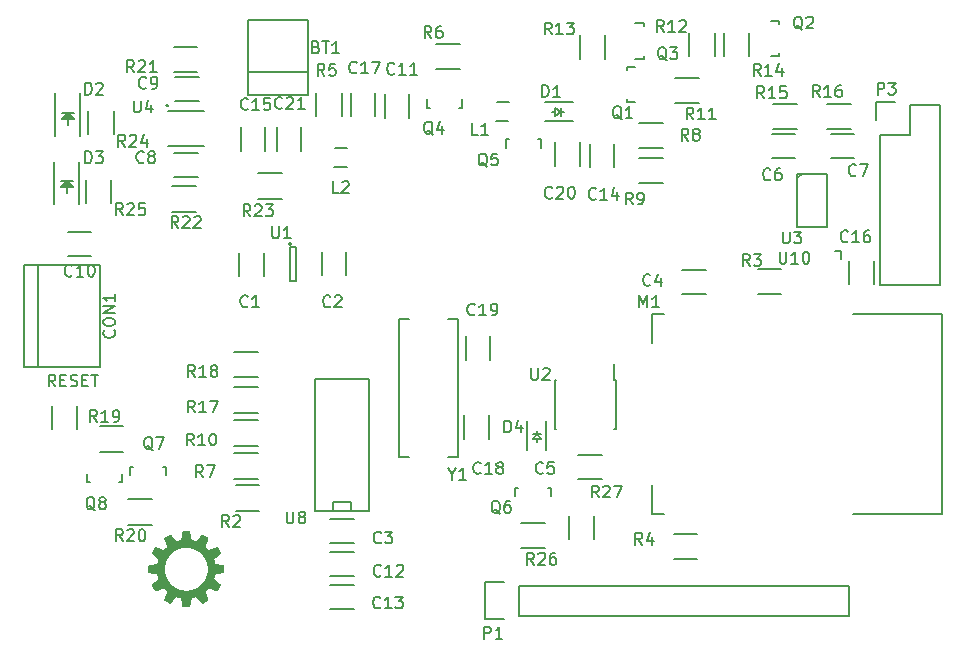
<source format=gto>
G04 #@! TF.FileFunction,Legend,Top*
%FSLAX46Y46*%
G04 Gerber Fmt 4.6, Leading zero omitted, Abs format (unit mm)*
G04 Created by KiCad (PCBNEW (2015-07-29 BZR 6016)-product) date Sat 12 Mar 2016 01:35:21 AM PST*
%MOMM*%
G01*
G04 APERTURE LIST*
%ADD10C,0.150000*%
%ADD11C,0.010000*%
G04 APERTURE END LIST*
D10*
X106200000Y-82275000D02*
X104200000Y-82275000D01*
X104200000Y-80125000D02*
X106200000Y-80125000D01*
X75338000Y-78188000D02*
X75338000Y-77426000D01*
X75338000Y-77426000D02*
X76862000Y-77426000D01*
X76862000Y-77426000D02*
X76862000Y-78188000D01*
X73814000Y-67012000D02*
X78386000Y-67012000D01*
X78386000Y-67012000D02*
X78386000Y-78188000D01*
X78386000Y-78188000D02*
X73814000Y-78188000D01*
X73814000Y-78188000D02*
X73814000Y-67012000D01*
X69000000Y-69875000D02*
X67000000Y-69875000D01*
X67000000Y-67725000D02*
X69000000Y-67725000D01*
X69475000Y-58350000D02*
X69475000Y-56350000D01*
X67425000Y-56350000D02*
X67425000Y-58350000D01*
X68160000Y-41070000D02*
X73240000Y-41070000D01*
X68160000Y-36625000D02*
X73240000Y-36625000D01*
X73240000Y-42975000D02*
X68160000Y-42975000D01*
X73240000Y-42975000D02*
X73240000Y-36625000D01*
X68160000Y-42975000D02*
X68160000Y-36625000D01*
X49182540Y-57349100D02*
X49182540Y-66049100D01*
X55587540Y-57349100D02*
X55587540Y-66049100D01*
X55587540Y-66049100D02*
X49182540Y-66049100D01*
X50412540Y-66049100D02*
X50412540Y-57349100D01*
X49182540Y-57349100D02*
X55587540Y-57349100D01*
X99275000Y-67125000D02*
X99130000Y-67125000D01*
X99275000Y-71275000D02*
X99130000Y-71275000D01*
X94125000Y-71275000D02*
X94270000Y-71275000D01*
X94125000Y-67125000D02*
X94270000Y-67125000D01*
X99275000Y-67125000D02*
X99275000Y-71275000D01*
X94125000Y-67125000D02*
X94125000Y-71275000D01*
X99130000Y-67125000D02*
X99130000Y-65725000D01*
X103400000Y-61500000D02*
X102400000Y-61500000D01*
X102400000Y-61500000D02*
X102400000Y-64000000D01*
X119400000Y-78500000D02*
X126900000Y-78500000D01*
X126900000Y-78500000D02*
X126900000Y-61500000D01*
X126900000Y-61500000D02*
X119400000Y-61500000D01*
X102400000Y-76000000D02*
X102400000Y-78500000D01*
X102400000Y-78500000D02*
X103400000Y-78500000D01*
X94150000Y-44400000D02*
X93900000Y-44400000D01*
X94650000Y-44400000D02*
X94900000Y-44400000D01*
X94650000Y-44400000D02*
X94150000Y-44750000D01*
X94150000Y-44750000D02*
X94150000Y-44050000D01*
X94150000Y-44050000D02*
X94650000Y-44400000D01*
X94650000Y-44750000D02*
X94650000Y-44050000D01*
X95700000Y-43600000D02*
X93300000Y-43600000D01*
X95700000Y-45200000D02*
X93300000Y-45200000D01*
X76475000Y-58250000D02*
X76475000Y-56250000D01*
X74425000Y-56250000D02*
X74425000Y-58250000D01*
X77100000Y-78875000D02*
X75100000Y-78875000D01*
X75100000Y-80925000D02*
X77100000Y-80925000D01*
X106900000Y-57775000D02*
X104900000Y-57775000D01*
X104900000Y-59825000D02*
X106900000Y-59825000D01*
X98100000Y-73475000D02*
X96100000Y-73475000D01*
X96100000Y-75525000D02*
X98100000Y-75525000D01*
X114500000Y-46275000D02*
X112500000Y-46275000D01*
X112500000Y-48325000D02*
X114500000Y-48325000D01*
X52900000Y-56625000D02*
X54900000Y-56625000D01*
X54900000Y-54575000D02*
X52900000Y-54575000D01*
X81825000Y-44900000D02*
X81825000Y-42900000D01*
X79775000Y-42900000D02*
X79775000Y-44900000D01*
X77100000Y-81675000D02*
X75100000Y-81675000D01*
X75100000Y-83725000D02*
X77100000Y-83725000D01*
X77100000Y-84475000D02*
X75100000Y-84475000D01*
X75100000Y-86525000D02*
X77100000Y-86525000D01*
X99125000Y-49100000D02*
X99125000Y-47100000D01*
X97075000Y-47100000D02*
X97075000Y-49100000D01*
X119075000Y-57000000D02*
X119075000Y-59000000D01*
X121125000Y-59000000D02*
X121125000Y-57000000D01*
X78925000Y-44800000D02*
X78925000Y-42800000D01*
X76875000Y-42800000D02*
X76875000Y-44800000D01*
X86475000Y-70100000D02*
X86475000Y-72100000D01*
X88525000Y-72100000D02*
X88525000Y-70100000D01*
X88625000Y-65400000D02*
X88625000Y-63400000D01*
X86575000Y-63400000D02*
X86575000Y-65400000D01*
X96225000Y-49000000D02*
X96225000Y-47000000D01*
X94175000Y-47000000D02*
X94175000Y-49000000D01*
X89148820Y-45200100D02*
X90200380Y-45200100D01*
X90251180Y-43599900D02*
X89199620Y-43599900D01*
X91070000Y-87070000D02*
X119010000Y-87070000D01*
X119010000Y-87070000D02*
X119010000Y-84530000D01*
X119010000Y-84530000D02*
X91070000Y-84530000D01*
X88250000Y-87350000D02*
X89800000Y-87350000D01*
X91070000Y-87070000D02*
X91070000Y-84530000D01*
X89800000Y-84250000D02*
X88250000Y-84250000D01*
X88250000Y-84250000D02*
X88250000Y-87350000D01*
X126710000Y-59070000D02*
X126710000Y-43830000D01*
X121630000Y-46370000D02*
X121630000Y-59070000D01*
X126710000Y-59070000D02*
X121630000Y-59070000D01*
X126710000Y-43830000D02*
X124170000Y-43830000D01*
X122900000Y-43550000D02*
X121350000Y-43550000D01*
X124170000Y-43830000D02*
X124170000Y-46370000D01*
X124170000Y-46370000D02*
X121630000Y-46370000D01*
X121350000Y-43550000D02*
X121350000Y-45100000D01*
X67100000Y-76025000D02*
X69100000Y-76025000D01*
X69100000Y-78175000D02*
X67100000Y-78175000D01*
X113300000Y-59875000D02*
X111300000Y-59875000D01*
X111300000Y-57725000D02*
X113300000Y-57725000D01*
X76075000Y-42800000D02*
X76075000Y-44800000D01*
X73925000Y-44800000D02*
X73925000Y-42800000D01*
X84100000Y-38625000D02*
X86100000Y-38625000D01*
X86100000Y-40775000D02*
X84100000Y-40775000D01*
X69000000Y-75475000D02*
X67000000Y-75475000D01*
X67000000Y-73325000D02*
X69000000Y-73325000D01*
X103300000Y-47475000D02*
X101300000Y-47475000D01*
X101300000Y-45325000D02*
X103300000Y-45325000D01*
X101300000Y-48325000D02*
X103300000Y-48325000D01*
X103300000Y-50475000D02*
X101300000Y-50475000D01*
X69000000Y-72675000D02*
X67000000Y-72675000D01*
X67000000Y-70525000D02*
X69000000Y-70525000D01*
X106300000Y-43675000D02*
X104300000Y-43675000D01*
X104300000Y-41525000D02*
X106300000Y-41525000D01*
X105525000Y-39700000D02*
X105525000Y-37700000D01*
X107675000Y-37700000D02*
X107675000Y-39700000D01*
X96225000Y-39900000D02*
X96225000Y-37900000D01*
X98375000Y-37900000D02*
X98375000Y-39900000D01*
X110575000Y-37700000D02*
X110575000Y-39700000D01*
X108425000Y-39700000D02*
X108425000Y-37700000D01*
X114600000Y-45875000D02*
X112600000Y-45875000D01*
X112600000Y-43725000D02*
X114600000Y-43725000D01*
X119200000Y-45875000D02*
X117200000Y-45875000D01*
X117200000Y-43725000D02*
X119200000Y-43725000D01*
X69000000Y-66875000D02*
X67000000Y-66875000D01*
X67000000Y-64725000D02*
X69000000Y-64725000D01*
X55600000Y-71025000D02*
X57600000Y-71025000D01*
X57600000Y-73175000D02*
X55600000Y-73175000D01*
X60000000Y-79375000D02*
X58000000Y-79375000D01*
X58000000Y-77225000D02*
X60000000Y-77225000D01*
X85899360Y-73649620D02*
X85899360Y-61950380D01*
X80900640Y-61950380D02*
X80900640Y-73649620D01*
X85899360Y-61950380D02*
X85051000Y-61950380D01*
X80900640Y-61950380D02*
X81749000Y-61950380D01*
X85899360Y-73649620D02*
X85051000Y-73649620D01*
X80900640Y-73649620D02*
X81749000Y-73649620D01*
X114650000Y-50000000D02*
X115050000Y-49650000D01*
X117150000Y-54150000D02*
X117150000Y-49650000D01*
X117150000Y-49650000D02*
X114650000Y-49650000D01*
X114650000Y-49650000D02*
X114650000Y-54150000D01*
X114650000Y-54150000D02*
X117150000Y-54150000D01*
X119500000Y-46275000D02*
X117500000Y-46275000D01*
X117500000Y-48325000D02*
X119500000Y-48325000D01*
X63900000Y-47875000D02*
X61900000Y-47875000D01*
X61900000Y-49925000D02*
X63900000Y-49925000D01*
X62000000Y-43525000D02*
X64000000Y-43525000D01*
X64000000Y-41475000D02*
X62000000Y-41475000D01*
X69625000Y-47700000D02*
X69625000Y-45700000D01*
X67575000Y-45700000D02*
X67575000Y-47700000D01*
X72625000Y-47700000D02*
X72625000Y-45700000D01*
X70575000Y-45700000D02*
X70575000Y-47700000D01*
X51850000Y-42850000D02*
X51850000Y-46450000D01*
X53950000Y-42850000D02*
X53950000Y-46450000D01*
X53200000Y-44900000D02*
X52600000Y-44900000D01*
X52600000Y-44900000D02*
X52900000Y-44600000D01*
X52900000Y-44600000D02*
X53100000Y-44800000D01*
X53100000Y-44800000D02*
X52850000Y-44800000D01*
X52850000Y-44800000D02*
X52900000Y-44750000D01*
X53400000Y-44500000D02*
X52400000Y-44500000D01*
X52900000Y-45000000D02*
X52900000Y-45500000D01*
X52900000Y-44500000D02*
X53400000Y-45000000D01*
X53400000Y-45000000D02*
X52400000Y-45000000D01*
X52400000Y-45000000D02*
X52900000Y-44500000D01*
X51750000Y-48650000D02*
X51750000Y-52250000D01*
X53850000Y-48650000D02*
X53850000Y-52250000D01*
X53100000Y-50700000D02*
X52500000Y-50700000D01*
X52500000Y-50700000D02*
X52800000Y-50400000D01*
X52800000Y-50400000D02*
X53000000Y-50600000D01*
X53000000Y-50600000D02*
X52750000Y-50600000D01*
X52750000Y-50600000D02*
X52800000Y-50550000D01*
X53300000Y-50300000D02*
X52300000Y-50300000D01*
X52800000Y-50800000D02*
X52800000Y-51300000D01*
X52800000Y-50300000D02*
X53300000Y-50800000D01*
X53300000Y-50800000D02*
X52300000Y-50800000D01*
X52300000Y-50800000D02*
X52800000Y-50300000D01*
X92600000Y-72150000D02*
X92600000Y-72400000D01*
X92600000Y-71650000D02*
X92600000Y-71400000D01*
X92600000Y-71650000D02*
X92950000Y-72150000D01*
X92950000Y-72150000D02*
X92250000Y-72150000D01*
X92250000Y-72150000D02*
X92600000Y-71650000D01*
X92950000Y-71650000D02*
X92250000Y-71650000D01*
X91800000Y-70600000D02*
X91800000Y-73000000D01*
X93400000Y-70600000D02*
X93400000Y-73000000D01*
X76551180Y-47499900D02*
X75499620Y-47499900D01*
X75448820Y-49100100D02*
X76500380Y-49100100D01*
X100249760Y-40800840D02*
X100249760Y-40849100D01*
X100950800Y-43599820D02*
X100249760Y-43599820D01*
X100249760Y-43599820D02*
X100249760Y-43350900D01*
X100249760Y-40800840D02*
X100249760Y-40600180D01*
X100249760Y-40600180D02*
X100950800Y-40600180D01*
X113150240Y-39499160D02*
X113150240Y-39450900D01*
X112449200Y-36700180D02*
X113150240Y-36700180D01*
X113150240Y-36700180D02*
X113150240Y-36949100D01*
X113150240Y-39499160D02*
X113150240Y-39699820D01*
X113150240Y-39699820D02*
X112449200Y-39699820D01*
X101650240Y-39699160D02*
X101650240Y-39650900D01*
X100949200Y-36900180D02*
X101650240Y-36900180D01*
X101650240Y-36900180D02*
X101650240Y-37149100D01*
X101650240Y-39699160D02*
X101650240Y-39899820D01*
X101650240Y-39899820D02*
X100949200Y-39899820D01*
X83500840Y-44050240D02*
X83549100Y-44050240D01*
X86299820Y-43349200D02*
X86299820Y-44050240D01*
X86299820Y-44050240D02*
X86050900Y-44050240D01*
X83500840Y-44050240D02*
X83300180Y-44050240D01*
X83300180Y-44050240D02*
X83300180Y-43349200D01*
X92799160Y-46749760D02*
X92750900Y-46749760D01*
X90000180Y-47450800D02*
X90000180Y-46749760D01*
X90000180Y-46749760D02*
X90249100Y-46749760D01*
X92799160Y-46749760D02*
X92999820Y-46749760D01*
X92999820Y-46749760D02*
X92999820Y-47450800D01*
X93599160Y-76249760D02*
X93550900Y-76249760D01*
X90800180Y-76950800D02*
X90800180Y-76249760D01*
X90800180Y-76249760D02*
X91049100Y-76249760D01*
X93599160Y-76249760D02*
X93799820Y-76249760D01*
X93799820Y-76249760D02*
X93799820Y-76950800D01*
X60999160Y-74449760D02*
X60950900Y-74449760D01*
X58200180Y-75150800D02*
X58200180Y-74449760D01*
X58200180Y-74449760D02*
X58449100Y-74449760D01*
X60999160Y-74449760D02*
X61199820Y-74449760D01*
X61199820Y-74449760D02*
X61199820Y-75150800D01*
X54700840Y-75750240D02*
X54749100Y-75750240D01*
X57499820Y-75049200D02*
X57499820Y-75750240D01*
X57499820Y-75750240D02*
X57250900Y-75750240D01*
X54700840Y-75750240D02*
X54500180Y-75750240D01*
X54500180Y-75750240D02*
X54500180Y-75049200D01*
X63850000Y-41075000D02*
X61850000Y-41075000D01*
X61850000Y-38925000D02*
X63850000Y-38925000D01*
X63750000Y-52875000D02*
X61750000Y-52875000D01*
X61750000Y-50725000D02*
X63750000Y-50725000D01*
X71000000Y-51775000D02*
X69000000Y-51775000D01*
X69000000Y-49625000D02*
X71000000Y-49625000D01*
X54625000Y-46300000D02*
X54625000Y-44300000D01*
X56775000Y-44300000D02*
X56775000Y-46300000D01*
X54425000Y-52150000D02*
X54425000Y-50150000D01*
X56575000Y-50150000D02*
X56575000Y-52150000D01*
X91300000Y-79225000D02*
X93300000Y-79225000D01*
X93300000Y-81375000D02*
X91300000Y-81375000D01*
X97475000Y-78600000D02*
X97475000Y-80600000D01*
X95325000Y-80600000D02*
X95325000Y-78600000D01*
X71800000Y-55600000D02*
G75*
G03X71800000Y-55600000I-100000J0D01*
G01*
X72250000Y-55850000D02*
X71750000Y-55850000D01*
X72250000Y-58750000D02*
X72250000Y-55850000D01*
X71750000Y-58750000D02*
X72250000Y-58750000D01*
X71750000Y-55850000D02*
X71750000Y-58750000D01*
X61400000Y-43900000D02*
G75*
G03X61400000Y-43900000I-100000J0D01*
G01*
X61400000Y-44300000D02*
X64400000Y-44300000D01*
X64400000Y-47300000D02*
X61400000Y-47300000D01*
X118330960Y-56839220D02*
X118330960Y-56229620D01*
X118330960Y-56229620D02*
X117899160Y-56219460D01*
X51525000Y-71300000D02*
X51525000Y-69300000D01*
X53675000Y-69300000D02*
X53675000Y-71300000D01*
D11*
G36*
X60851500Y-82431758D02*
X60866429Y-82457122D01*
X60887326Y-82495892D01*
X60912655Y-82545201D01*
X60940878Y-82602184D01*
X60946530Y-82613825D01*
X60975502Y-82672461D01*
X61002307Y-82724411D01*
X61025309Y-82766686D01*
X61042871Y-82796295D01*
X61053357Y-82810249D01*
X61054330Y-82810853D01*
X61064019Y-82818688D01*
X61056428Y-82832621D01*
X61056383Y-82832675D01*
X61052274Y-82847808D01*
X61048860Y-82880102D01*
X61046154Y-82925991D01*
X61044168Y-82981910D01*
X61042914Y-83044294D01*
X61042405Y-83109578D01*
X61042653Y-83174196D01*
X61043671Y-83234583D01*
X61045472Y-83287174D01*
X61048067Y-83328404D01*
X61051468Y-83354708D01*
X61054538Y-83362483D01*
X61061212Y-83376047D01*
X61067898Y-83404636D01*
X61073182Y-83442154D01*
X61073318Y-83443498D01*
X61078223Y-83481891D01*
X61084031Y-83512235D01*
X61089499Y-83528057D01*
X61089583Y-83528165D01*
X61095965Y-83544362D01*
X61102594Y-83573744D01*
X61105933Y-83594770D01*
X61111629Y-83625760D01*
X61118273Y-83645929D01*
X61122344Y-83650333D01*
X61129079Y-83659751D01*
X61135855Y-83683592D01*
X61138428Y-83697958D01*
X61144439Y-83726305D01*
X61151452Y-83743355D01*
X61154472Y-83745583D01*
X61162073Y-83754827D01*
X61169293Y-83777576D01*
X61170323Y-83782625D01*
X61176954Y-83807035D01*
X61184310Y-83819319D01*
X61185500Y-83819666D01*
X61192655Y-83828905D01*
X61199649Y-83851645D01*
X61200676Y-83856708D01*
X61207569Y-83881126D01*
X61215563Y-83893405D01*
X61216888Y-83893750D01*
X61225372Y-83902869D01*
X61232984Y-83924869D01*
X61233125Y-83925500D01*
X61240469Y-83947708D01*
X61248516Y-83957243D01*
X61248693Y-83957250D01*
X61257375Y-83966209D01*
X61263929Y-83983708D01*
X61272427Y-84003529D01*
X61280951Y-84010166D01*
X61290285Y-84018686D01*
X61291333Y-84025285D01*
X61298301Y-84045164D01*
X61305812Y-84054883D01*
X61320923Y-84076885D01*
X61327691Y-84092681D01*
X61337194Y-84110891D01*
X61344963Y-84116000D01*
X61354404Y-84124197D01*
X61354833Y-84127559D01*
X61360771Y-84143801D01*
X61373354Y-84163376D01*
X61393667Y-84191042D01*
X61407750Y-84211271D01*
X61437617Y-84250662D01*
X61480062Y-84299784D01*
X61531371Y-84354856D01*
X61587831Y-84412096D01*
X61645727Y-84467721D01*
X61701347Y-84517949D01*
X61743205Y-84552897D01*
X61777283Y-84579439D01*
X61805041Y-84600060D01*
X61822433Y-84611801D01*
X61825982Y-84613416D01*
X61838514Y-84619633D01*
X61847347Y-84626645D01*
X61875282Y-84650753D01*
X61892686Y-84662953D01*
X61903964Y-84666333D01*
X61919789Y-84672849D01*
X61928411Y-84679562D01*
X61945547Y-84691598D01*
X61974222Y-84708206D01*
X61995312Y-84719250D01*
X62025315Y-84735038D01*
X62046790Y-84747704D01*
X62053439Y-84752806D01*
X62066740Y-84760358D01*
X62087835Y-84767183D01*
X62108804Y-84775232D01*
X62116833Y-84783417D01*
X62126077Y-84791055D01*
X62148827Y-84798292D01*
X62153875Y-84799323D01*
X62178294Y-84806252D01*
X62190572Y-84814334D01*
X62190916Y-84815677D01*
X62199668Y-84823689D01*
X62209437Y-84825148D01*
X62231716Y-84829945D01*
X62258462Y-84841122D01*
X62290338Y-84853743D01*
X62326898Y-84863068D01*
X62329900Y-84863576D01*
X62355836Y-84869653D01*
X62369963Y-84876717D01*
X62370833Y-84878591D01*
X62380371Y-84884413D01*
X62404982Y-84890564D01*
X62429041Y-84894332D01*
X62460871Y-84899713D01*
X62482014Y-84905978D01*
X62487250Y-84910174D01*
X62497031Y-84914707D01*
X62523237Y-84919680D01*
X62561164Y-84924304D01*
X62582730Y-84926213D01*
X62625547Y-84930471D01*
X62659794Y-84935582D01*
X62680384Y-84940708D01*
X62683896Y-84942883D01*
X62695672Y-84945860D01*
X62724394Y-84948244D01*
X62766220Y-84950035D01*
X62817309Y-84951231D01*
X62873819Y-84951829D01*
X62931909Y-84951829D01*
X62987736Y-84951229D01*
X63037461Y-84950026D01*
X63077240Y-84948221D01*
X63103232Y-84945810D01*
X63111666Y-84943061D01*
X63121435Y-84938279D01*
X63147546Y-84933170D01*
X63185209Y-84928571D01*
X63203787Y-84926958D01*
X63245829Y-84922799D01*
X63279252Y-84917752D01*
X63298856Y-84912677D01*
X63301682Y-84910802D01*
X63314654Y-84904367D01*
X63341666Y-84897683D01*
X63363009Y-84894164D01*
X63395213Y-84888392D01*
X63417762Y-84881765D01*
X63423918Y-84877929D01*
X63436825Y-84870981D01*
X63462811Y-84863900D01*
X63474201Y-84861749D01*
X63503610Y-84854586D01*
X63523365Y-84845652D01*
X63526487Y-84842614D01*
X63537603Y-84836400D01*
X63541271Y-84838410D01*
X63539510Y-84849926D01*
X63530291Y-84877756D01*
X63514764Y-84918877D01*
X63494081Y-84970266D01*
X63469393Y-85028900D01*
X63463873Y-85041700D01*
X63432239Y-85116116D01*
X63409564Y-85172719D01*
X63395435Y-85212673D01*
X63389437Y-85237143D01*
X63390880Y-85247098D01*
X63404030Y-85254905D01*
X63432629Y-85270247D01*
X63473149Y-85291284D01*
X63522061Y-85316174D01*
X63553520Y-85331969D01*
X63604682Y-85358098D01*
X63648410Y-85381519D01*
X63681500Y-85400430D01*
X63700752Y-85413027D01*
X63704333Y-85416890D01*
X63694992Y-85424458D01*
X63671648Y-85431744D01*
X63662055Y-85433615D01*
X63634110Y-85440097D01*
X63616465Y-85447464D01*
X63614418Y-85449429D01*
X63601651Y-85455747D01*
X63574995Y-85462281D01*
X63556154Y-85465376D01*
X63526025Y-85471088D01*
X63506864Y-85477733D01*
X63503250Y-85481400D01*
X63493620Y-85486877D01*
X63468415Y-85492725D01*
X63434311Y-85497531D01*
X63398166Y-85502641D01*
X63371160Y-85508773D01*
X63359603Y-85514248D01*
X63345605Y-85521607D01*
X63329385Y-85523583D01*
X63312252Y-85527522D01*
X63302744Y-85543113D01*
X63298376Y-85563270D01*
X63293785Y-85600566D01*
X63291707Y-85636156D01*
X63291699Y-85637354D01*
X63289027Y-85660770D01*
X63282675Y-85671652D01*
X63281950Y-85671750D01*
X63276787Y-85681506D01*
X63271289Y-85707545D01*
X63266380Y-85745019D01*
X63264823Y-85761708D01*
X63260530Y-85802328D01*
X63255516Y-85833407D01*
X63250634Y-85850101D01*
X63248948Y-85851666D01*
X63244351Y-85861421D01*
X63239286Y-85887456D01*
X63234610Y-85924924D01*
X63233073Y-85941625D01*
X63228780Y-85982244D01*
X63223766Y-86013324D01*
X63218884Y-86030018D01*
X63217198Y-86031583D01*
X63212601Y-86041338D01*
X63207536Y-86067373D01*
X63202860Y-86104841D01*
X63201323Y-86121541D01*
X63196927Y-86162164D01*
X63191637Y-86193244D01*
X63186359Y-86209936D01*
X63184498Y-86211500D01*
X63177944Y-86220701D01*
X63175167Y-86242870D01*
X63175166Y-86243250D01*
X63175166Y-86275000D01*
X62902545Y-86275000D01*
X62819194Y-86274906D01*
X62754508Y-86274511D01*
X62705985Y-86273645D01*
X62671124Y-86272140D01*
X62647424Y-86269825D01*
X62632383Y-86266531D01*
X62623499Y-86262088D01*
X62618272Y-86256327D01*
X62617873Y-86255703D01*
X62611085Y-86236139D01*
X62604275Y-86202285D01*
X62598781Y-86160975D01*
X62598195Y-86155009D01*
X62593578Y-86115721D01*
X62588256Y-86085377D01*
X62583242Y-86069496D01*
X62582349Y-86068531D01*
X62577643Y-86056309D01*
X62572447Y-86028363D01*
X62567706Y-85990089D01*
X62566625Y-85978666D01*
X62562131Y-85938494D01*
X62556868Y-85907160D01*
X62551798Y-85890075D01*
X62550589Y-85888609D01*
X62545892Y-85876336D01*
X62540742Y-85848171D01*
X62536023Y-85809347D01*
X62534570Y-85793418D01*
X62530310Y-85752809D01*
X62525383Y-85721740D01*
X62520627Y-85705059D01*
X62519000Y-85703500D01*
X62514539Y-85693745D01*
X62509579Y-85667711D01*
X62504958Y-85630244D01*
X62503426Y-85613541D01*
X62495933Y-85523583D01*
X62465133Y-85523583D01*
X62443249Y-85520796D01*
X62434333Y-85514232D01*
X62424703Y-85508445D01*
X62399501Y-85502379D01*
X62365541Y-85497515D01*
X62330550Y-85492575D01*
X62305780Y-85486801D01*
X62296750Y-85481627D01*
X62287212Y-85475775D01*
X62262600Y-85469605D01*
X62238541Y-85465832D01*
X62206711Y-85460443D01*
X62185568Y-85454157D01*
X62180333Y-85449940D01*
X62170916Y-85443397D01*
X62147078Y-85436736D01*
X62132708Y-85434178D01*
X62104354Y-85427960D01*
X62087306Y-85420428D01*
X62085083Y-85417101D01*
X62076062Y-85409497D01*
X62059899Y-85407166D01*
X62042345Y-85411844D01*
X62020839Y-85427266D01*
X61993176Y-85455514D01*
X61957150Y-85498670D01*
X61940170Y-85520233D01*
X61917635Y-85547635D01*
X61890634Y-85578484D01*
X61884050Y-85585700D01*
X61862014Y-85610782D01*
X61832383Y-85646101D01*
X61800559Y-85685184D01*
X61791273Y-85696825D01*
X61763358Y-85731562D01*
X61739475Y-85760456D01*
X61723315Y-85779073D01*
X61719595Y-85782875D01*
X61709710Y-85793168D01*
X61691717Y-85813875D01*
X61664219Y-85846654D01*
X61625818Y-85893165D01*
X61592958Y-85933247D01*
X61576983Y-85952554D01*
X61568728Y-85962424D01*
X61544553Y-85977211D01*
X61515119Y-85972579D01*
X61492416Y-85957500D01*
X61470517Y-85942292D01*
X61453755Y-85936333D01*
X61440743Y-85930061D01*
X61439500Y-85925750D01*
X61430983Y-85916235D01*
X61424380Y-85915166D01*
X61403971Y-85908411D01*
X61395088Y-85901937D01*
X61377947Y-85889877D01*
X61349295Y-85873239D01*
X61328375Y-85862250D01*
X61296340Y-85845055D01*
X61270940Y-85829538D01*
X61261661Y-85822562D01*
X61241592Y-85811036D01*
X61232369Y-85809333D01*
X61218775Y-85803482D01*
X61217250Y-85798951D01*
X61208270Y-85788920D01*
X61190791Y-85781929D01*
X61170968Y-85774667D01*
X61164233Y-85768498D01*
X61155362Y-85760708D01*
X61132851Y-85748373D01*
X61116316Y-85740685D01*
X61087949Y-85727084D01*
X61074990Y-85715533D01*
X61073113Y-85700434D01*
X61075413Y-85687769D01*
X61082758Y-85663608D01*
X61090608Y-85650559D01*
X61097763Y-85637576D01*
X61104990Y-85612180D01*
X61106353Y-85605463D01*
X61113216Y-85578439D01*
X61120758Y-85561887D01*
X61122278Y-85560452D01*
X61129245Y-85547569D01*
X61136204Y-85521896D01*
X61137884Y-85512944D01*
X61144274Y-85486520D01*
X61151580Y-85471775D01*
X61153750Y-85470666D01*
X61160776Y-85461330D01*
X61167762Y-85437990D01*
X61169625Y-85428333D01*
X61176016Y-85401889D01*
X61183321Y-85387118D01*
X61185500Y-85386000D01*
X61192526Y-85376663D01*
X61199512Y-85353324D01*
X61201375Y-85343666D01*
X61207711Y-85317224D01*
X61214878Y-85302453D01*
X61217002Y-85301333D01*
X61224347Y-85292099D01*
X61231397Y-85269407D01*
X61232342Y-85264738D01*
X61241945Y-85229545D01*
X61254622Y-85198592D01*
X61265896Y-85169434D01*
X61270101Y-85145229D01*
X61273791Y-85126636D01*
X61279819Y-85121416D01*
X61287429Y-85112075D01*
X61294741Y-85088724D01*
X61296625Y-85079083D01*
X61303223Y-85052632D01*
X61311043Y-85037864D01*
X61313430Y-85036750D01*
X61324334Y-85032016D01*
X61322131Y-85017317D01*
X61306256Y-84991903D01*
X61276145Y-84955025D01*
X61231234Y-84905936D01*
X61170960Y-84843885D01*
X61159475Y-84832325D01*
X61104560Y-84777304D01*
X61062165Y-84735771D01*
X61029803Y-84706287D01*
X61004985Y-84687413D01*
X60985223Y-84677712D01*
X60968031Y-84675745D01*
X60950919Y-84680074D01*
X60931400Y-84689260D01*
X60921204Y-84694577D01*
X60895039Y-84705073D01*
X60876562Y-84708601D01*
X60857411Y-84714203D01*
X60852125Y-84719250D01*
X60837001Y-84728582D01*
X60827687Y-84729898D01*
X60805724Y-84734684D01*
X60780240Y-84745377D01*
X60747951Y-84758505D01*
X60714094Y-84767657D01*
X60689858Y-84774342D01*
X60677798Y-84781860D01*
X60677500Y-84782997D01*
X60668164Y-84789868D01*
X60644828Y-84796768D01*
X60635166Y-84798625D01*
X60608722Y-84805016D01*
X60593952Y-84812321D01*
X60592833Y-84814500D01*
X60583496Y-84821526D01*
X60560157Y-84828512D01*
X60550500Y-84830375D01*
X60524057Y-84836705D01*
X60509286Y-84843860D01*
X60508166Y-84845978D01*
X60498750Y-84852420D01*
X60474914Y-84859020D01*
X60460541Y-84861571D01*
X60432193Y-84867603D01*
X60415143Y-84874668D01*
X60412916Y-84877718D01*
X60403578Y-84884921D01*
X60380235Y-84892006D01*
X60370583Y-84893875D01*
X60344141Y-84900206D01*
X60329369Y-84907360D01*
X60328249Y-84909479D01*
X60319073Y-84916798D01*
X60297058Y-84922508D01*
X60276871Y-84922992D01*
X60271762Y-84917574D01*
X60271956Y-84917235D01*
X60271151Y-84902949D01*
X60268751Y-84900599D01*
X60261685Y-84892673D01*
X60250425Y-84875155D01*
X60233468Y-84845453D01*
X60209308Y-84800975D01*
X60191387Y-84767357D01*
X60175739Y-84740962D01*
X60161562Y-84721622D01*
X60150074Y-84701413D01*
X60148333Y-84692035D01*
X60143006Y-84678434D01*
X60138897Y-84676916D01*
X60129580Y-84667947D01*
X60122820Y-84650458D01*
X60114322Y-84630636D01*
X60105798Y-84624000D01*
X60095841Y-84615837D01*
X60095416Y-84612621D01*
X60090314Y-84598649D01*
X60076794Y-84571883D01*
X60057538Y-84537553D01*
X60052811Y-84529527D01*
X60029311Y-84484720D01*
X60017908Y-84450635D01*
X60019021Y-84429279D01*
X60030403Y-84422616D01*
X60041303Y-84415922D01*
X60062707Y-84398847D01*
X60084833Y-84379645D01*
X60116546Y-84351820D01*
X60146936Y-84326104D01*
X60162151Y-84313799D01*
X60182919Y-84297410D01*
X60204241Y-84280084D01*
X60230645Y-84258068D01*
X60266662Y-84227608D01*
X60285916Y-84211250D01*
X60329630Y-84174196D01*
X60361332Y-84147639D01*
X60385034Y-84128244D01*
X60400473Y-84116000D01*
X60420324Y-84099843D01*
X60451443Y-84073790D01*
X60489119Y-84041829D01*
X60528639Y-84007946D01*
X60548832Y-83990474D01*
X60570339Y-83973677D01*
X60585874Y-83964480D01*
X60592738Y-83956083D01*
X60585619Y-83938768D01*
X60575087Y-83913738D01*
X60566398Y-83881630D01*
X60565921Y-83879177D01*
X60559305Y-83854262D01*
X60552081Y-83841338D01*
X60550685Y-83840833D01*
X60544831Y-83831353D01*
X60538707Y-83807126D01*
X60535681Y-83788351D01*
X60529953Y-83756985D01*
X60523085Y-83735337D01*
X60519484Y-83730162D01*
X60513444Y-83717358D01*
X60507151Y-83689925D01*
X60502874Y-83660916D01*
X60497487Y-83626246D01*
X60491001Y-83600847D01*
X60485958Y-83591481D01*
X60479827Y-83578031D01*
X60476575Y-83552062D01*
X60476416Y-83544516D01*
X60476416Y-83503448D01*
X60402098Y-83496125D01*
X60364610Y-83491379D01*
X60336212Y-83485815D01*
X60322741Y-83480592D01*
X60322538Y-83480320D01*
X60310231Y-83475496D01*
X60282223Y-83470240D01*
X60243936Y-83465508D01*
X60232814Y-83464469D01*
X60193577Y-83460095D01*
X60164032Y-83454988D01*
X60149179Y-83450074D01*
X60148333Y-83448833D01*
X60138577Y-83444291D01*
X60112538Y-83439266D01*
X60075057Y-83434608D01*
X60058217Y-83433060D01*
X60016756Y-83428736D01*
X59984040Y-83423690D01*
X59965288Y-83418791D01*
X59962928Y-83417181D01*
X59950702Y-83412556D01*
X59922577Y-83407462D01*
X59883779Y-83402772D01*
X59867835Y-83401320D01*
X59827222Y-83396924D01*
X59796152Y-83391634D01*
X59779473Y-83386356D01*
X59777916Y-83384498D01*
X59768852Y-83377481D01*
X59751458Y-83375166D01*
X59725000Y-83375166D01*
X59725000Y-83101295D01*
X59725267Y-83011965D01*
X59726127Y-82941943D01*
X59727665Y-82889376D01*
X59729968Y-82852411D01*
X59733122Y-82829197D01*
X59737212Y-82817879D01*
X59738229Y-82816816D01*
X59754621Y-82810823D01*
X59785908Y-82804648D01*
X59825863Y-82799474D01*
X59833408Y-82798748D01*
X59872894Y-82794163D01*
X59903501Y-82788751D01*
X59919698Y-82783538D01*
X59920760Y-82782550D01*
X59933096Y-82777755D01*
X59961314Y-82772533D01*
X60000173Y-82767774D01*
X60016081Y-82766320D01*
X60056690Y-82762060D01*
X60087759Y-82757133D01*
X60104440Y-82752377D01*
X60105999Y-82750749D01*
X60115754Y-82746288D01*
X60141786Y-82741328D01*
X60179250Y-82736708D01*
X60195918Y-82735179D01*
X60237348Y-82730840D01*
X60270044Y-82725746D01*
X60288772Y-82720780D01*
X60291109Y-82719160D01*
X60303431Y-82714299D01*
X60331447Y-82708992D01*
X60369735Y-82704205D01*
X60380811Y-82703156D01*
X60465242Y-82695682D01*
X60649685Y-82559174D01*
X60704277Y-82519095D01*
X60753376Y-82483668D01*
X60794374Y-82454724D01*
X60824662Y-82434094D01*
X60841632Y-82423610D01*
X60844075Y-82422666D01*
X60851500Y-82431758D01*
X60851500Y-82431758D01*
G37*
X60851500Y-82431758D02*
X60866429Y-82457122D01*
X60887326Y-82495892D01*
X60912655Y-82545201D01*
X60940878Y-82602184D01*
X60946530Y-82613825D01*
X60975502Y-82672461D01*
X61002307Y-82724411D01*
X61025309Y-82766686D01*
X61042871Y-82796295D01*
X61053357Y-82810249D01*
X61054330Y-82810853D01*
X61064019Y-82818688D01*
X61056428Y-82832621D01*
X61056383Y-82832675D01*
X61052274Y-82847808D01*
X61048860Y-82880102D01*
X61046154Y-82925991D01*
X61044168Y-82981910D01*
X61042914Y-83044294D01*
X61042405Y-83109578D01*
X61042653Y-83174196D01*
X61043671Y-83234583D01*
X61045472Y-83287174D01*
X61048067Y-83328404D01*
X61051468Y-83354708D01*
X61054538Y-83362483D01*
X61061212Y-83376047D01*
X61067898Y-83404636D01*
X61073182Y-83442154D01*
X61073318Y-83443498D01*
X61078223Y-83481891D01*
X61084031Y-83512235D01*
X61089499Y-83528057D01*
X61089583Y-83528165D01*
X61095965Y-83544362D01*
X61102594Y-83573744D01*
X61105933Y-83594770D01*
X61111629Y-83625760D01*
X61118273Y-83645929D01*
X61122344Y-83650333D01*
X61129079Y-83659751D01*
X61135855Y-83683592D01*
X61138428Y-83697958D01*
X61144439Y-83726305D01*
X61151452Y-83743355D01*
X61154472Y-83745583D01*
X61162073Y-83754827D01*
X61169293Y-83777576D01*
X61170323Y-83782625D01*
X61176954Y-83807035D01*
X61184310Y-83819319D01*
X61185500Y-83819666D01*
X61192655Y-83828905D01*
X61199649Y-83851645D01*
X61200676Y-83856708D01*
X61207569Y-83881126D01*
X61215563Y-83893405D01*
X61216888Y-83893750D01*
X61225372Y-83902869D01*
X61232984Y-83924869D01*
X61233125Y-83925500D01*
X61240469Y-83947708D01*
X61248516Y-83957243D01*
X61248693Y-83957250D01*
X61257375Y-83966209D01*
X61263929Y-83983708D01*
X61272427Y-84003529D01*
X61280951Y-84010166D01*
X61290285Y-84018686D01*
X61291333Y-84025285D01*
X61298301Y-84045164D01*
X61305812Y-84054883D01*
X61320923Y-84076885D01*
X61327691Y-84092681D01*
X61337194Y-84110891D01*
X61344963Y-84116000D01*
X61354404Y-84124197D01*
X61354833Y-84127559D01*
X61360771Y-84143801D01*
X61373354Y-84163376D01*
X61393667Y-84191042D01*
X61407750Y-84211271D01*
X61437617Y-84250662D01*
X61480062Y-84299784D01*
X61531371Y-84354856D01*
X61587831Y-84412096D01*
X61645727Y-84467721D01*
X61701347Y-84517949D01*
X61743205Y-84552897D01*
X61777283Y-84579439D01*
X61805041Y-84600060D01*
X61822433Y-84611801D01*
X61825982Y-84613416D01*
X61838514Y-84619633D01*
X61847347Y-84626645D01*
X61875282Y-84650753D01*
X61892686Y-84662953D01*
X61903964Y-84666333D01*
X61919789Y-84672849D01*
X61928411Y-84679562D01*
X61945547Y-84691598D01*
X61974222Y-84708206D01*
X61995312Y-84719250D01*
X62025315Y-84735038D01*
X62046790Y-84747704D01*
X62053439Y-84752806D01*
X62066740Y-84760358D01*
X62087835Y-84767183D01*
X62108804Y-84775232D01*
X62116833Y-84783417D01*
X62126077Y-84791055D01*
X62148827Y-84798292D01*
X62153875Y-84799323D01*
X62178294Y-84806252D01*
X62190572Y-84814334D01*
X62190916Y-84815677D01*
X62199668Y-84823689D01*
X62209437Y-84825148D01*
X62231716Y-84829945D01*
X62258462Y-84841122D01*
X62290338Y-84853743D01*
X62326898Y-84863068D01*
X62329900Y-84863576D01*
X62355836Y-84869653D01*
X62369963Y-84876717D01*
X62370833Y-84878591D01*
X62380371Y-84884413D01*
X62404982Y-84890564D01*
X62429041Y-84894332D01*
X62460871Y-84899713D01*
X62482014Y-84905978D01*
X62487250Y-84910174D01*
X62497031Y-84914707D01*
X62523237Y-84919680D01*
X62561164Y-84924304D01*
X62582730Y-84926213D01*
X62625547Y-84930471D01*
X62659794Y-84935582D01*
X62680384Y-84940708D01*
X62683896Y-84942883D01*
X62695672Y-84945860D01*
X62724394Y-84948244D01*
X62766220Y-84950035D01*
X62817309Y-84951231D01*
X62873819Y-84951829D01*
X62931909Y-84951829D01*
X62987736Y-84951229D01*
X63037461Y-84950026D01*
X63077240Y-84948221D01*
X63103232Y-84945810D01*
X63111666Y-84943061D01*
X63121435Y-84938279D01*
X63147546Y-84933170D01*
X63185209Y-84928571D01*
X63203787Y-84926958D01*
X63245829Y-84922799D01*
X63279252Y-84917752D01*
X63298856Y-84912677D01*
X63301682Y-84910802D01*
X63314654Y-84904367D01*
X63341666Y-84897683D01*
X63363009Y-84894164D01*
X63395213Y-84888392D01*
X63417762Y-84881765D01*
X63423918Y-84877929D01*
X63436825Y-84870981D01*
X63462811Y-84863900D01*
X63474201Y-84861749D01*
X63503610Y-84854586D01*
X63523365Y-84845652D01*
X63526487Y-84842614D01*
X63537603Y-84836400D01*
X63541271Y-84838410D01*
X63539510Y-84849926D01*
X63530291Y-84877756D01*
X63514764Y-84918877D01*
X63494081Y-84970266D01*
X63469393Y-85028900D01*
X63463873Y-85041700D01*
X63432239Y-85116116D01*
X63409564Y-85172719D01*
X63395435Y-85212673D01*
X63389437Y-85237143D01*
X63390880Y-85247098D01*
X63404030Y-85254905D01*
X63432629Y-85270247D01*
X63473149Y-85291284D01*
X63522061Y-85316174D01*
X63553520Y-85331969D01*
X63604682Y-85358098D01*
X63648410Y-85381519D01*
X63681500Y-85400430D01*
X63700752Y-85413027D01*
X63704333Y-85416890D01*
X63694992Y-85424458D01*
X63671648Y-85431744D01*
X63662055Y-85433615D01*
X63634110Y-85440097D01*
X63616465Y-85447464D01*
X63614418Y-85449429D01*
X63601651Y-85455747D01*
X63574995Y-85462281D01*
X63556154Y-85465376D01*
X63526025Y-85471088D01*
X63506864Y-85477733D01*
X63503250Y-85481400D01*
X63493620Y-85486877D01*
X63468415Y-85492725D01*
X63434311Y-85497531D01*
X63398166Y-85502641D01*
X63371160Y-85508773D01*
X63359603Y-85514248D01*
X63345605Y-85521607D01*
X63329385Y-85523583D01*
X63312252Y-85527522D01*
X63302744Y-85543113D01*
X63298376Y-85563270D01*
X63293785Y-85600566D01*
X63291707Y-85636156D01*
X63291699Y-85637354D01*
X63289027Y-85660770D01*
X63282675Y-85671652D01*
X63281950Y-85671750D01*
X63276787Y-85681506D01*
X63271289Y-85707545D01*
X63266380Y-85745019D01*
X63264823Y-85761708D01*
X63260530Y-85802328D01*
X63255516Y-85833407D01*
X63250634Y-85850101D01*
X63248948Y-85851666D01*
X63244351Y-85861421D01*
X63239286Y-85887456D01*
X63234610Y-85924924D01*
X63233073Y-85941625D01*
X63228780Y-85982244D01*
X63223766Y-86013324D01*
X63218884Y-86030018D01*
X63217198Y-86031583D01*
X63212601Y-86041338D01*
X63207536Y-86067373D01*
X63202860Y-86104841D01*
X63201323Y-86121541D01*
X63196927Y-86162164D01*
X63191637Y-86193244D01*
X63186359Y-86209936D01*
X63184498Y-86211500D01*
X63177944Y-86220701D01*
X63175167Y-86242870D01*
X63175166Y-86243250D01*
X63175166Y-86275000D01*
X62902545Y-86275000D01*
X62819194Y-86274906D01*
X62754508Y-86274511D01*
X62705985Y-86273645D01*
X62671124Y-86272140D01*
X62647424Y-86269825D01*
X62632383Y-86266531D01*
X62623499Y-86262088D01*
X62618272Y-86256327D01*
X62617873Y-86255703D01*
X62611085Y-86236139D01*
X62604275Y-86202285D01*
X62598781Y-86160975D01*
X62598195Y-86155009D01*
X62593578Y-86115721D01*
X62588256Y-86085377D01*
X62583242Y-86069496D01*
X62582349Y-86068531D01*
X62577643Y-86056309D01*
X62572447Y-86028363D01*
X62567706Y-85990089D01*
X62566625Y-85978666D01*
X62562131Y-85938494D01*
X62556868Y-85907160D01*
X62551798Y-85890075D01*
X62550589Y-85888609D01*
X62545892Y-85876336D01*
X62540742Y-85848171D01*
X62536023Y-85809347D01*
X62534570Y-85793418D01*
X62530310Y-85752809D01*
X62525383Y-85721740D01*
X62520627Y-85705059D01*
X62519000Y-85703500D01*
X62514539Y-85693745D01*
X62509579Y-85667711D01*
X62504958Y-85630244D01*
X62503426Y-85613541D01*
X62495933Y-85523583D01*
X62465133Y-85523583D01*
X62443249Y-85520796D01*
X62434333Y-85514232D01*
X62424703Y-85508445D01*
X62399501Y-85502379D01*
X62365541Y-85497515D01*
X62330550Y-85492575D01*
X62305780Y-85486801D01*
X62296750Y-85481627D01*
X62287212Y-85475775D01*
X62262600Y-85469605D01*
X62238541Y-85465832D01*
X62206711Y-85460443D01*
X62185568Y-85454157D01*
X62180333Y-85449940D01*
X62170916Y-85443397D01*
X62147078Y-85436736D01*
X62132708Y-85434178D01*
X62104354Y-85427960D01*
X62087306Y-85420428D01*
X62085083Y-85417101D01*
X62076062Y-85409497D01*
X62059899Y-85407166D01*
X62042345Y-85411844D01*
X62020839Y-85427266D01*
X61993176Y-85455514D01*
X61957150Y-85498670D01*
X61940170Y-85520233D01*
X61917635Y-85547635D01*
X61890634Y-85578484D01*
X61884050Y-85585700D01*
X61862014Y-85610782D01*
X61832383Y-85646101D01*
X61800559Y-85685184D01*
X61791273Y-85696825D01*
X61763358Y-85731562D01*
X61739475Y-85760456D01*
X61723315Y-85779073D01*
X61719595Y-85782875D01*
X61709710Y-85793168D01*
X61691717Y-85813875D01*
X61664219Y-85846654D01*
X61625818Y-85893165D01*
X61592958Y-85933247D01*
X61576983Y-85952554D01*
X61568728Y-85962424D01*
X61544553Y-85977211D01*
X61515119Y-85972579D01*
X61492416Y-85957500D01*
X61470517Y-85942292D01*
X61453755Y-85936333D01*
X61440743Y-85930061D01*
X61439500Y-85925750D01*
X61430983Y-85916235D01*
X61424380Y-85915166D01*
X61403971Y-85908411D01*
X61395088Y-85901937D01*
X61377947Y-85889877D01*
X61349295Y-85873239D01*
X61328375Y-85862250D01*
X61296340Y-85845055D01*
X61270940Y-85829538D01*
X61261661Y-85822562D01*
X61241592Y-85811036D01*
X61232369Y-85809333D01*
X61218775Y-85803482D01*
X61217250Y-85798951D01*
X61208270Y-85788920D01*
X61190791Y-85781929D01*
X61170968Y-85774667D01*
X61164233Y-85768498D01*
X61155362Y-85760708D01*
X61132851Y-85748373D01*
X61116316Y-85740685D01*
X61087949Y-85727084D01*
X61074990Y-85715533D01*
X61073113Y-85700434D01*
X61075413Y-85687769D01*
X61082758Y-85663608D01*
X61090608Y-85650559D01*
X61097763Y-85637576D01*
X61104990Y-85612180D01*
X61106353Y-85605463D01*
X61113216Y-85578439D01*
X61120758Y-85561887D01*
X61122278Y-85560452D01*
X61129245Y-85547569D01*
X61136204Y-85521896D01*
X61137884Y-85512944D01*
X61144274Y-85486520D01*
X61151580Y-85471775D01*
X61153750Y-85470666D01*
X61160776Y-85461330D01*
X61167762Y-85437990D01*
X61169625Y-85428333D01*
X61176016Y-85401889D01*
X61183321Y-85387118D01*
X61185500Y-85386000D01*
X61192526Y-85376663D01*
X61199512Y-85353324D01*
X61201375Y-85343666D01*
X61207711Y-85317224D01*
X61214878Y-85302453D01*
X61217002Y-85301333D01*
X61224347Y-85292099D01*
X61231397Y-85269407D01*
X61232342Y-85264738D01*
X61241945Y-85229545D01*
X61254622Y-85198592D01*
X61265896Y-85169434D01*
X61270101Y-85145229D01*
X61273791Y-85126636D01*
X61279819Y-85121416D01*
X61287429Y-85112075D01*
X61294741Y-85088724D01*
X61296625Y-85079083D01*
X61303223Y-85052632D01*
X61311043Y-85037864D01*
X61313430Y-85036750D01*
X61324334Y-85032016D01*
X61322131Y-85017317D01*
X61306256Y-84991903D01*
X61276145Y-84955025D01*
X61231234Y-84905936D01*
X61170960Y-84843885D01*
X61159475Y-84832325D01*
X61104560Y-84777304D01*
X61062165Y-84735771D01*
X61029803Y-84706287D01*
X61004985Y-84687413D01*
X60985223Y-84677712D01*
X60968031Y-84675745D01*
X60950919Y-84680074D01*
X60931400Y-84689260D01*
X60921204Y-84694577D01*
X60895039Y-84705073D01*
X60876562Y-84708601D01*
X60857411Y-84714203D01*
X60852125Y-84719250D01*
X60837001Y-84728582D01*
X60827687Y-84729898D01*
X60805724Y-84734684D01*
X60780240Y-84745377D01*
X60747951Y-84758505D01*
X60714094Y-84767657D01*
X60689858Y-84774342D01*
X60677798Y-84781860D01*
X60677500Y-84782997D01*
X60668164Y-84789868D01*
X60644828Y-84796768D01*
X60635166Y-84798625D01*
X60608722Y-84805016D01*
X60593952Y-84812321D01*
X60592833Y-84814500D01*
X60583496Y-84821526D01*
X60560157Y-84828512D01*
X60550500Y-84830375D01*
X60524057Y-84836705D01*
X60509286Y-84843860D01*
X60508166Y-84845978D01*
X60498750Y-84852420D01*
X60474914Y-84859020D01*
X60460541Y-84861571D01*
X60432193Y-84867603D01*
X60415143Y-84874668D01*
X60412916Y-84877718D01*
X60403578Y-84884921D01*
X60380235Y-84892006D01*
X60370583Y-84893875D01*
X60344141Y-84900206D01*
X60329369Y-84907360D01*
X60328249Y-84909479D01*
X60319073Y-84916798D01*
X60297058Y-84922508D01*
X60276871Y-84922992D01*
X60271762Y-84917574D01*
X60271956Y-84917235D01*
X60271151Y-84902949D01*
X60268751Y-84900599D01*
X60261685Y-84892673D01*
X60250425Y-84875155D01*
X60233468Y-84845453D01*
X60209308Y-84800975D01*
X60191387Y-84767357D01*
X60175739Y-84740962D01*
X60161562Y-84721622D01*
X60150074Y-84701413D01*
X60148333Y-84692035D01*
X60143006Y-84678434D01*
X60138897Y-84676916D01*
X60129580Y-84667947D01*
X60122820Y-84650458D01*
X60114322Y-84630636D01*
X60105798Y-84624000D01*
X60095841Y-84615837D01*
X60095416Y-84612621D01*
X60090314Y-84598649D01*
X60076794Y-84571883D01*
X60057538Y-84537553D01*
X60052811Y-84529527D01*
X60029311Y-84484720D01*
X60017908Y-84450635D01*
X60019021Y-84429279D01*
X60030403Y-84422616D01*
X60041303Y-84415922D01*
X60062707Y-84398847D01*
X60084833Y-84379645D01*
X60116546Y-84351820D01*
X60146936Y-84326104D01*
X60162151Y-84313799D01*
X60182919Y-84297410D01*
X60204241Y-84280084D01*
X60230645Y-84258068D01*
X60266662Y-84227608D01*
X60285916Y-84211250D01*
X60329630Y-84174196D01*
X60361332Y-84147639D01*
X60385034Y-84128244D01*
X60400473Y-84116000D01*
X60420324Y-84099843D01*
X60451443Y-84073790D01*
X60489119Y-84041829D01*
X60528639Y-84007946D01*
X60548832Y-83990474D01*
X60570339Y-83973677D01*
X60585874Y-83964480D01*
X60592738Y-83956083D01*
X60585619Y-83938768D01*
X60575087Y-83913738D01*
X60566398Y-83881630D01*
X60565921Y-83879177D01*
X60559305Y-83854262D01*
X60552081Y-83841338D01*
X60550685Y-83840833D01*
X60544831Y-83831353D01*
X60538707Y-83807126D01*
X60535681Y-83788351D01*
X60529953Y-83756985D01*
X60523085Y-83735337D01*
X60519484Y-83730162D01*
X60513444Y-83717358D01*
X60507151Y-83689925D01*
X60502874Y-83660916D01*
X60497487Y-83626246D01*
X60491001Y-83600847D01*
X60485958Y-83591481D01*
X60479827Y-83578031D01*
X60476575Y-83552062D01*
X60476416Y-83544516D01*
X60476416Y-83503448D01*
X60402098Y-83496125D01*
X60364610Y-83491379D01*
X60336212Y-83485815D01*
X60322741Y-83480592D01*
X60322538Y-83480320D01*
X60310231Y-83475496D01*
X60282223Y-83470240D01*
X60243936Y-83465508D01*
X60232814Y-83464469D01*
X60193577Y-83460095D01*
X60164032Y-83454988D01*
X60149179Y-83450074D01*
X60148333Y-83448833D01*
X60138577Y-83444291D01*
X60112538Y-83439266D01*
X60075057Y-83434608D01*
X60058217Y-83433060D01*
X60016756Y-83428736D01*
X59984040Y-83423690D01*
X59965288Y-83418791D01*
X59962928Y-83417181D01*
X59950702Y-83412556D01*
X59922577Y-83407462D01*
X59883779Y-83402772D01*
X59867835Y-83401320D01*
X59827222Y-83396924D01*
X59796152Y-83391634D01*
X59779473Y-83386356D01*
X59777916Y-83384498D01*
X59768852Y-83377481D01*
X59751458Y-83375166D01*
X59725000Y-83375166D01*
X59725000Y-83101295D01*
X59725267Y-83011965D01*
X59726127Y-82941943D01*
X59727665Y-82889376D01*
X59729968Y-82852411D01*
X59733122Y-82829197D01*
X59737212Y-82817879D01*
X59738229Y-82816816D01*
X59754621Y-82810823D01*
X59785908Y-82804648D01*
X59825863Y-82799474D01*
X59833408Y-82798748D01*
X59872894Y-82794163D01*
X59903501Y-82788751D01*
X59919698Y-82783538D01*
X59920760Y-82782550D01*
X59933096Y-82777755D01*
X59961314Y-82772533D01*
X60000173Y-82767774D01*
X60016081Y-82766320D01*
X60056690Y-82762060D01*
X60087759Y-82757133D01*
X60104440Y-82752377D01*
X60105999Y-82750749D01*
X60115754Y-82746288D01*
X60141786Y-82741328D01*
X60179250Y-82736708D01*
X60195918Y-82735179D01*
X60237348Y-82730840D01*
X60270044Y-82725746D01*
X60288772Y-82720780D01*
X60291109Y-82719160D01*
X60303431Y-82714299D01*
X60331447Y-82708992D01*
X60369735Y-82704205D01*
X60380811Y-82703156D01*
X60465242Y-82695682D01*
X60649685Y-82559174D01*
X60704277Y-82519095D01*
X60753376Y-82483668D01*
X60794374Y-82454724D01*
X60824662Y-82434094D01*
X60841632Y-82423610D01*
X60844075Y-82422666D01*
X60851500Y-82431758D01*
G36*
X64524672Y-81274478D02*
X64548299Y-81291412D01*
X64582558Y-81320223D01*
X64625456Y-81359192D01*
X64675002Y-81406603D01*
X64704482Y-81435770D01*
X64748031Y-81477309D01*
X64782893Y-81506345D01*
X64807123Y-81521332D01*
X64814245Y-81523083D01*
X64832162Y-81519254D01*
X64836750Y-81513430D01*
X64846090Y-81505817D01*
X64869436Y-81498507D01*
X64879027Y-81496634D01*
X64907160Y-81489912D01*
X64925142Y-81481970D01*
X64927277Y-81479829D01*
X64941842Y-81471320D01*
X64951145Y-81470101D01*
X64973109Y-81465315D01*
X64998592Y-81454622D01*
X65030882Y-81441494D01*
X65064738Y-81432342D01*
X65088974Y-81425657D01*
X65101034Y-81418139D01*
X65101333Y-81417002D01*
X65110668Y-81410131D01*
X65134004Y-81403231D01*
X65143666Y-81401375D01*
X65170110Y-81394983D01*
X65184881Y-81387678D01*
X65186000Y-81385500D01*
X65195335Y-81378470D01*
X65218669Y-81371486D01*
X65228277Y-81369634D01*
X65256183Y-81363202D01*
X65273757Y-81355955D01*
X65275785Y-81354028D01*
X65288786Y-81346603D01*
X65313832Y-81339460D01*
X65318174Y-81338595D01*
X65342645Y-81331488D01*
X65354978Y-81322980D01*
X65355333Y-81321520D01*
X65364308Y-81313607D01*
X65379145Y-81311351D01*
X65406269Y-81306380D01*
X65431349Y-81296473D01*
X65463654Y-81282835D01*
X65489702Y-81275081D01*
X65508446Y-81272919D01*
X65521137Y-81279685D01*
X65533151Y-81299726D01*
X65540685Y-81316316D01*
X65554284Y-81343933D01*
X65565616Y-81361255D01*
X65569645Y-81364233D01*
X65576794Y-81372890D01*
X65577583Y-81379452D01*
X65584551Y-81399330D01*
X65592062Y-81409050D01*
X65607173Y-81431052D01*
X65613941Y-81446847D01*
X65623444Y-81465057D01*
X65631213Y-81470166D01*
X65640090Y-81478695D01*
X65641083Y-81485285D01*
X65647838Y-81505695D01*
X65654312Y-81514577D01*
X65666348Y-81531714D01*
X65682956Y-81560388D01*
X65694000Y-81581479D01*
X65709890Y-81611102D01*
X65722903Y-81631766D01*
X65728395Y-81637736D01*
X65735866Y-81649923D01*
X65736333Y-81654637D01*
X65742786Y-81671669D01*
X65757500Y-81692416D01*
X65775247Y-81720596D01*
X65774462Y-81745923D01*
X65754449Y-81772213D01*
X65740825Y-81783917D01*
X65713407Y-81806305D01*
X65690475Y-81825864D01*
X65685263Y-81830562D01*
X65668660Y-81845136D01*
X65641219Y-81868409D01*
X65608487Y-81895684D01*
X65604041Y-81899354D01*
X65573261Y-81924843D01*
X65549174Y-81944999D01*
X65536159Y-81956152D01*
X65535250Y-81957000D01*
X65525080Y-81965829D01*
X65502933Y-81984425D01*
X65473185Y-82009120D01*
X65466458Y-82014675D01*
X65433809Y-82041728D01*
X65406031Y-82064960D01*
X65388474Y-82079892D01*
X65387083Y-82081113D01*
X65360595Y-82104166D01*
X65321566Y-82137492D01*
X65268203Y-82182618D01*
X65261663Y-82188130D01*
X65226939Y-82222006D01*
X65209156Y-82250238D01*
X65209072Y-82271281D01*
X65216829Y-82279222D01*
X65224576Y-82292626D01*
X65231958Y-82318639D01*
X65233625Y-82327416D01*
X65240105Y-82355343D01*
X65247474Y-82372965D01*
X65249429Y-82374998D01*
X65255747Y-82387764D01*
X65262281Y-82414421D01*
X65265376Y-82433261D01*
X65271017Y-82463389D01*
X65277483Y-82482550D01*
X65281010Y-82486166D01*
X65286295Y-82495793D01*
X65292002Y-82520984D01*
X65296722Y-82554846D01*
X65301892Y-82590974D01*
X65308185Y-82618003D01*
X65313830Y-82629554D01*
X65320962Y-82643511D01*
X65323583Y-82665456D01*
X65324288Y-82679960D01*
X65329183Y-82689193D01*
X65342439Y-82694887D01*
X65368225Y-82698774D01*
X65410711Y-82702587D01*
X65413541Y-82702823D01*
X65454161Y-82707129D01*
X65485241Y-82712181D01*
X65501935Y-82717116D01*
X65503500Y-82718826D01*
X65513279Y-82723345D01*
X65539478Y-82728323D01*
X65577385Y-82732966D01*
X65598750Y-82734874D01*
X65640665Y-82739050D01*
X65673174Y-82743922D01*
X65691567Y-82748704D01*
X65694000Y-82750772D01*
X65703740Y-82755451D01*
X65729684Y-82760631D01*
X65766915Y-82765411D01*
X65781312Y-82766788D01*
X65822144Y-82771293D01*
X65854228Y-82776567D01*
X65872226Y-82781670D01*
X65874132Y-82783103D01*
X65886571Y-82788048D01*
X65914677Y-82793457D01*
X65953000Y-82798340D01*
X65963881Y-82799394D01*
X66005312Y-82804609D01*
X66039236Y-82811556D01*
X66059523Y-82818910D01*
X66061561Y-82820466D01*
X66065959Y-82830326D01*
X66069371Y-82851349D01*
X66071889Y-82885460D01*
X66073604Y-82934581D01*
X66074607Y-83000638D01*
X66074990Y-83085555D01*
X66075000Y-83104535D01*
X66075000Y-83375166D01*
X66049166Y-83375166D01*
X66027099Y-83378583D01*
X66017573Y-83384485D01*
X66005066Y-83389541D01*
X65976696Y-83394966D01*
X65937729Y-83399835D01*
X65921738Y-83401306D01*
X65880270Y-83405648D01*
X65847534Y-83410741D01*
X65828756Y-83415707D01*
X65826390Y-83417339D01*
X65814072Y-83422192D01*
X65786046Y-83427498D01*
X65747723Y-83432294D01*
X65736333Y-83433375D01*
X65696177Y-83437849D01*
X65664876Y-83443062D01*
X65647831Y-83448060D01*
X65646375Y-83449250D01*
X65634105Y-83454028D01*
X65606122Y-83459277D01*
X65567830Y-83464043D01*
X65556476Y-83465119D01*
X65517173Y-83469687D01*
X65487558Y-83475203D01*
X65472622Y-83480666D01*
X65471750Y-83482101D01*
X65462490Y-83488588D01*
X65439940Y-83491664D01*
X65437354Y-83491699D01*
X65402240Y-83493634D01*
X65364646Y-83498152D01*
X65363270Y-83498376D01*
X65337043Y-83504700D01*
X65325851Y-83515631D01*
X65323583Y-83535301D01*
X65320759Y-83556993D01*
X65314232Y-83565666D01*
X65308445Y-83575296D01*
X65302379Y-83600498D01*
X65297515Y-83634458D01*
X65292575Y-83669449D01*
X65286801Y-83694219D01*
X65281627Y-83703250D01*
X65275775Y-83712787D01*
X65269605Y-83737399D01*
X65265832Y-83761458D01*
X65260352Y-83793291D01*
X65253831Y-83814433D01*
X65249386Y-83819666D01*
X65242513Y-83829086D01*
X65235654Y-83852929D01*
X65233071Y-83867291D01*
X65226964Y-83895641D01*
X65219710Y-83912691D01*
X65216548Y-83914916D01*
X65207502Y-83922560D01*
X65208467Y-83940935D01*
X65217645Y-83963207D01*
X65233236Y-83982539D01*
X65234648Y-83983708D01*
X65259417Y-84003704D01*
X65286536Y-84026120D01*
X65320954Y-84055078D01*
X65355333Y-84084250D01*
X65399047Y-84121303D01*
X65430749Y-84147860D01*
X65454450Y-84167255D01*
X65469890Y-84179500D01*
X65488692Y-84194766D01*
X65516771Y-84218198D01*
X65541834Y-84239435D01*
X65584326Y-84275552D01*
X65618392Y-84304064D01*
X65651585Y-84331242D01*
X65679954Y-84354125D01*
X65707371Y-84377319D01*
X65729798Y-84398277D01*
X65735546Y-84404395D01*
X65753683Y-84419127D01*
X65765143Y-84422916D01*
X65777025Y-84430879D01*
X65776454Y-84453183D01*
X65763958Y-84487449D01*
X65741625Y-84528750D01*
X65722796Y-84561401D01*
X65709459Y-84587687D01*
X65704583Y-84601571D01*
X65697725Y-84612849D01*
X65694713Y-84613416D01*
X65684214Y-84622211D01*
X65677441Y-84636735D01*
X65665087Y-84662181D01*
X65655562Y-84674533D01*
X65643198Y-84694173D01*
X65641083Y-84704130D01*
X65635756Y-84717731D01*
X65631647Y-84719250D01*
X65622330Y-84728219D01*
X65615570Y-84745708D01*
X65607363Y-84765521D01*
X65599389Y-84772166D01*
X65590709Y-84781288D01*
X65583013Y-84803293D01*
X65582875Y-84803916D01*
X65575254Y-84826133D01*
X65566549Y-84835660D01*
X65566360Y-84835666D01*
X65556964Y-84844637D01*
X65550179Y-84862125D01*
X65542008Y-84881937D01*
X65534102Y-84888583D01*
X65525726Y-84897172D01*
X65524666Y-84904458D01*
X65516057Y-84915647D01*
X65496774Y-84920471D01*
X65476635Y-84917874D01*
X65467027Y-84910670D01*
X65453625Y-84902926D01*
X65427606Y-84895542D01*
X65418777Y-84893865D01*
X65392354Y-84887475D01*
X65377608Y-84880169D01*
X65376500Y-84878000D01*
X65367163Y-84870973D01*
X65343824Y-84863987D01*
X65334166Y-84862125D01*
X65307724Y-84855788D01*
X65292953Y-84848621D01*
X65291833Y-84846497D01*
X65282599Y-84839152D01*
X65259907Y-84832102D01*
X65255238Y-84831157D01*
X65220045Y-84821554D01*
X65189092Y-84808877D01*
X65162324Y-84797764D01*
X65141645Y-84793398D01*
X65122836Y-84788305D01*
X65117777Y-84783670D01*
X65104375Y-84775926D01*
X65078356Y-84768542D01*
X65069527Y-84766865D01*
X65043104Y-84760475D01*
X65028358Y-84753169D01*
X65027250Y-84751000D01*
X65017913Y-84743973D01*
X64994574Y-84736987D01*
X64984916Y-84735125D01*
X64958474Y-84728788D01*
X64943703Y-84721621D01*
X64942583Y-84719497D01*
X64933349Y-84712152D01*
X64910657Y-84705102D01*
X64905988Y-84704157D01*
X64870795Y-84694554D01*
X64839842Y-84681877D01*
X64812025Y-84669510D01*
X64792984Y-84670078D01*
X64774652Y-84685478D01*
X64762666Y-84700051D01*
X64742227Y-84723595D01*
X64710264Y-84757728D01*
X64670680Y-84798547D01*
X64627378Y-84842150D01*
X64584263Y-84884633D01*
X64545237Y-84922094D01*
X64514204Y-84950629D01*
X64500011Y-84962666D01*
X64476130Y-84983843D01*
X64468071Y-85001515D01*
X64473937Y-85023758D01*
X64481877Y-85039842D01*
X64495005Y-85072132D01*
X64504157Y-85105988D01*
X64510842Y-85130224D01*
X64518360Y-85142284D01*
X64519497Y-85142583D01*
X64526368Y-85151918D01*
X64533268Y-85175254D01*
X64535125Y-85184916D01*
X64541516Y-85211360D01*
X64548821Y-85226131D01*
X64551000Y-85227250D01*
X64558029Y-85236585D01*
X64565013Y-85259919D01*
X64566865Y-85269527D01*
X64573587Y-85297660D01*
X64581529Y-85315642D01*
X64583670Y-85317777D01*
X64592179Y-85332342D01*
X64593398Y-85341645D01*
X64598184Y-85363609D01*
X64608877Y-85389092D01*
X64622005Y-85421382D01*
X64631157Y-85455238D01*
X64637842Y-85479474D01*
X64645360Y-85491534D01*
X64646497Y-85491833D01*
X64653368Y-85501168D01*
X64660268Y-85524504D01*
X64662125Y-85534166D01*
X64668516Y-85560610D01*
X64675821Y-85575381D01*
X64678000Y-85576500D01*
X64685026Y-85585836D01*
X64692012Y-85609175D01*
X64693875Y-85618833D01*
X64700473Y-85645283D01*
X64708293Y-85660051D01*
X64710680Y-85661166D01*
X64717459Y-85670367D01*
X64720332Y-85692533D01*
X64720333Y-85692916D01*
X64715600Y-85718123D01*
X64704458Y-85724666D01*
X64690374Y-85730381D01*
X64688583Y-85735250D01*
X64680066Y-85744764D01*
X64673464Y-85745833D01*
X64653054Y-85752588D01*
X64644172Y-85759062D01*
X64627035Y-85771098D01*
X64598361Y-85787706D01*
X64577270Y-85798750D01*
X64547303Y-85814430D01*
X64525877Y-85826840D01*
X64519250Y-85831719D01*
X64505939Y-85839695D01*
X64490145Y-85845661D01*
X64471698Y-85854641D01*
X64466333Y-85861815D01*
X64457372Y-85870594D01*
X64439875Y-85877179D01*
X64420053Y-85885677D01*
X64413416Y-85894201D01*
X64404896Y-85903535D01*
X64398297Y-85904583D01*
X64377849Y-85911266D01*
X64368683Y-85917812D01*
X64343819Y-85935859D01*
X64310554Y-85954484D01*
X64276698Y-85969853D01*
X64250064Y-85978136D01*
X64244632Y-85978666D01*
X64227176Y-85972420D01*
X64222916Y-85963317D01*
X64214885Y-85944327D01*
X64209312Y-85939505D01*
X64195877Y-85927127D01*
X64174582Y-85903425D01*
X64153750Y-85878139D01*
X64130110Y-85848611D01*
X64110778Y-85824960D01*
X64101208Y-85813744D01*
X64084606Y-85794919D01*
X64058842Y-85764846D01*
X64028205Y-85728624D01*
X63996981Y-85691350D01*
X63969458Y-85658122D01*
X63949923Y-85634037D01*
X63947750Y-85631276D01*
X63932483Y-85612474D01*
X63909051Y-85584395D01*
X63887814Y-85559332D01*
X63838186Y-85500747D01*
X63795394Y-85449192D01*
X63791308Y-85444208D01*
X63779976Y-85425279D01*
X63775905Y-85415980D01*
X63764661Y-85405666D01*
X63737592Y-85387891D01*
X63697871Y-85364532D01*
X63648673Y-85337461D01*
X63599766Y-85311910D01*
X63539362Y-85280889D01*
X63495513Y-85257630D01*
X63465809Y-85240491D01*
X63447842Y-85227829D01*
X63439204Y-85218004D01*
X63437485Y-85209372D01*
X63439342Y-85202554D01*
X63447198Y-85183532D01*
X63461713Y-85149296D01*
X63481080Y-85104031D01*
X63503490Y-85051923D01*
X63527135Y-84997157D01*
X63550209Y-84943919D01*
X63570903Y-84896395D01*
X63587410Y-84858769D01*
X63597922Y-84835227D01*
X63598940Y-84833020D01*
X63611089Y-84812458D01*
X63621264Y-84803916D01*
X63637901Y-84799730D01*
X63664107Y-84789272D01*
X63693293Y-84775693D01*
X63718869Y-84762143D01*
X63734246Y-84751773D01*
X63736083Y-84749016D01*
X63744931Y-84741940D01*
X63756494Y-84740416D01*
X63781227Y-84733807D01*
X63791077Y-84727187D01*
X63808301Y-84714838D01*
X63836675Y-84697873D01*
X63855333Y-84687721D01*
X63883290Y-84671675D01*
X63901470Y-84658558D01*
X63905416Y-84653325D01*
X63913905Y-84645868D01*
X63919672Y-84645166D01*
X63937994Y-84638837D01*
X63956207Y-84626645D01*
X64043154Y-84560500D01*
X64065672Y-84543100D01*
X64093311Y-84519483D01*
X64100614Y-84512875D01*
X64130135Y-84485726D01*
X64163888Y-84454657D01*
X64176395Y-84443137D01*
X64207098Y-84413463D01*
X64243294Y-84376402D01*
X64280862Y-84336417D01*
X64315685Y-84297969D01*
X64343641Y-84265521D01*
X64360500Y-84243706D01*
X64379236Y-84217186D01*
X64392250Y-84200186D01*
X64420327Y-84164734D01*
X64436876Y-84141936D01*
X64444214Y-84128437D01*
X64445166Y-84123674D01*
X64451504Y-84108774D01*
X64458395Y-84099736D01*
X64481681Y-84072430D01*
X64494951Y-84052196D01*
X64503274Y-84031257D01*
X64503506Y-84030520D01*
X64512382Y-84008993D01*
X64519173Y-83999583D01*
X64527572Y-83987547D01*
X64541628Y-83961647D01*
X64558681Y-83927483D01*
X64576071Y-83890655D01*
X64591139Y-83856763D01*
X64601222Y-83831406D01*
X64603916Y-83821201D01*
X64610500Y-83809715D01*
X64613569Y-83809083D01*
X64621179Y-83799741D01*
X64628491Y-83776391D01*
X64630375Y-83766750D01*
X64636829Y-83740304D01*
X64644289Y-83725534D01*
X64646531Y-83724416D01*
X64653304Y-83714998D01*
X64660102Y-83691156D01*
X64662678Y-83676791D01*
X64668680Y-83648444D01*
X64675670Y-83631394D01*
X64678676Y-83629166D01*
X64684426Y-83619578D01*
X64690454Y-83594649D01*
X64694716Y-83565666D01*
X64699755Y-83532219D01*
X64705621Y-83509214D01*
X64710214Y-83502166D01*
X64714919Y-83492447D01*
X64719942Y-83466675D01*
X64724354Y-83429925D01*
X64725210Y-83420145D01*
X64729685Y-83378356D01*
X64735373Y-83343235D01*
X64741153Y-83321494D01*
X64741988Y-83319747D01*
X64745120Y-83303799D01*
X64747857Y-83270283D01*
X64750037Y-83222797D01*
X64751498Y-83164937D01*
X64752079Y-83100301D01*
X64752083Y-83094708D01*
X64751582Y-83029669D01*
X64750189Y-82971105D01*
X64748063Y-82922614D01*
X64745366Y-82887793D01*
X64742261Y-82870240D01*
X64741988Y-82869668D01*
X64736294Y-82850611D01*
X64730518Y-82817132D01*
X64725781Y-82775939D01*
X64725210Y-82769270D01*
X64721061Y-82730660D01*
X64716053Y-82701822D01*
X64711122Y-82687833D01*
X64710066Y-82687250D01*
X64704242Y-82677713D01*
X64698095Y-82653112D01*
X64694353Y-82629208D01*
X64688796Y-82596168D01*
X64682175Y-82572625D01*
X64677870Y-82565461D01*
X64670853Y-82552362D01*
X64663913Y-82525967D01*
X64661534Y-82512378D01*
X64655667Y-82484120D01*
X64649002Y-82467171D01*
X64646226Y-82465000D01*
X64639086Y-82455761D01*
X64632100Y-82433021D01*
X64631073Y-82427958D01*
X64624265Y-82403542D01*
X64616479Y-82391261D01*
X64615198Y-82390916D01*
X64607580Y-82381672D01*
X64600353Y-82358922D01*
X64599323Y-82353875D01*
X64592217Y-82329450D01*
X64583704Y-82317175D01*
X64582270Y-82316833D01*
X64573252Y-82308276D01*
X64572166Y-82301284D01*
X64567471Y-82283485D01*
X64555890Y-82255555D01*
X64541181Y-82225311D01*
X64527102Y-82200572D01*
X64518602Y-82189833D01*
X64510170Y-82176509D01*
X64504088Y-82160729D01*
X64494671Y-82142266D01*
X64486786Y-82136916D01*
X64477909Y-82128388D01*
X64476916Y-82121797D01*
X64470135Y-82101403D01*
X64463687Y-82092621D01*
X64451392Y-82077083D01*
X64431707Y-82049671D01*
X64408826Y-82016230D01*
X64408125Y-82015180D01*
X64384465Y-81980376D01*
X64362836Y-81950551D01*
X64340281Y-81922320D01*
X64313843Y-81892300D01*
X64280563Y-81857108D01*
X64237486Y-81813359D01*
X64192438Y-81768390D01*
X64071952Y-81648572D01*
X64299336Y-81656127D01*
X64381247Y-81658361D01*
X64446844Y-81659116D01*
X64494870Y-81658407D01*
X64524065Y-81656248D01*
X64533066Y-81653413D01*
X64534287Y-81639965D01*
X64533715Y-81609080D01*
X64531523Y-81564396D01*
X64527882Y-81509553D01*
X64523950Y-81459731D01*
X64519199Y-81399739D01*
X64515637Y-81347374D01*
X64513454Y-81306145D01*
X64512842Y-81279564D01*
X64513666Y-81271138D01*
X64524672Y-81274478D01*
X64524672Y-81274478D01*
G37*
X64524672Y-81274478D02*
X64548299Y-81291412D01*
X64582558Y-81320223D01*
X64625456Y-81359192D01*
X64675002Y-81406603D01*
X64704482Y-81435770D01*
X64748031Y-81477309D01*
X64782893Y-81506345D01*
X64807123Y-81521332D01*
X64814245Y-81523083D01*
X64832162Y-81519254D01*
X64836750Y-81513430D01*
X64846090Y-81505817D01*
X64869436Y-81498507D01*
X64879027Y-81496634D01*
X64907160Y-81489912D01*
X64925142Y-81481970D01*
X64927277Y-81479829D01*
X64941842Y-81471320D01*
X64951145Y-81470101D01*
X64973109Y-81465315D01*
X64998592Y-81454622D01*
X65030882Y-81441494D01*
X65064738Y-81432342D01*
X65088974Y-81425657D01*
X65101034Y-81418139D01*
X65101333Y-81417002D01*
X65110668Y-81410131D01*
X65134004Y-81403231D01*
X65143666Y-81401375D01*
X65170110Y-81394983D01*
X65184881Y-81387678D01*
X65186000Y-81385500D01*
X65195335Y-81378470D01*
X65218669Y-81371486D01*
X65228277Y-81369634D01*
X65256183Y-81363202D01*
X65273757Y-81355955D01*
X65275785Y-81354028D01*
X65288786Y-81346603D01*
X65313832Y-81339460D01*
X65318174Y-81338595D01*
X65342645Y-81331488D01*
X65354978Y-81322980D01*
X65355333Y-81321520D01*
X65364308Y-81313607D01*
X65379145Y-81311351D01*
X65406269Y-81306380D01*
X65431349Y-81296473D01*
X65463654Y-81282835D01*
X65489702Y-81275081D01*
X65508446Y-81272919D01*
X65521137Y-81279685D01*
X65533151Y-81299726D01*
X65540685Y-81316316D01*
X65554284Y-81343933D01*
X65565616Y-81361255D01*
X65569645Y-81364233D01*
X65576794Y-81372890D01*
X65577583Y-81379452D01*
X65584551Y-81399330D01*
X65592062Y-81409050D01*
X65607173Y-81431052D01*
X65613941Y-81446847D01*
X65623444Y-81465057D01*
X65631213Y-81470166D01*
X65640090Y-81478695D01*
X65641083Y-81485285D01*
X65647838Y-81505695D01*
X65654312Y-81514577D01*
X65666348Y-81531714D01*
X65682956Y-81560388D01*
X65694000Y-81581479D01*
X65709890Y-81611102D01*
X65722903Y-81631766D01*
X65728395Y-81637736D01*
X65735866Y-81649923D01*
X65736333Y-81654637D01*
X65742786Y-81671669D01*
X65757500Y-81692416D01*
X65775247Y-81720596D01*
X65774462Y-81745923D01*
X65754449Y-81772213D01*
X65740825Y-81783917D01*
X65713407Y-81806305D01*
X65690475Y-81825864D01*
X65685263Y-81830562D01*
X65668660Y-81845136D01*
X65641219Y-81868409D01*
X65608487Y-81895684D01*
X65604041Y-81899354D01*
X65573261Y-81924843D01*
X65549174Y-81944999D01*
X65536159Y-81956152D01*
X65535250Y-81957000D01*
X65525080Y-81965829D01*
X65502933Y-81984425D01*
X65473185Y-82009120D01*
X65466458Y-82014675D01*
X65433809Y-82041728D01*
X65406031Y-82064960D01*
X65388474Y-82079892D01*
X65387083Y-82081113D01*
X65360595Y-82104166D01*
X65321566Y-82137492D01*
X65268203Y-82182618D01*
X65261663Y-82188130D01*
X65226939Y-82222006D01*
X65209156Y-82250238D01*
X65209072Y-82271281D01*
X65216829Y-82279222D01*
X65224576Y-82292626D01*
X65231958Y-82318639D01*
X65233625Y-82327416D01*
X65240105Y-82355343D01*
X65247474Y-82372965D01*
X65249429Y-82374998D01*
X65255747Y-82387764D01*
X65262281Y-82414421D01*
X65265376Y-82433261D01*
X65271017Y-82463389D01*
X65277483Y-82482550D01*
X65281010Y-82486166D01*
X65286295Y-82495793D01*
X65292002Y-82520984D01*
X65296722Y-82554846D01*
X65301892Y-82590974D01*
X65308185Y-82618003D01*
X65313830Y-82629554D01*
X65320962Y-82643511D01*
X65323583Y-82665456D01*
X65324288Y-82679960D01*
X65329183Y-82689193D01*
X65342439Y-82694887D01*
X65368225Y-82698774D01*
X65410711Y-82702587D01*
X65413541Y-82702823D01*
X65454161Y-82707129D01*
X65485241Y-82712181D01*
X65501935Y-82717116D01*
X65503500Y-82718826D01*
X65513279Y-82723345D01*
X65539478Y-82728323D01*
X65577385Y-82732966D01*
X65598750Y-82734874D01*
X65640665Y-82739050D01*
X65673174Y-82743922D01*
X65691567Y-82748704D01*
X65694000Y-82750772D01*
X65703740Y-82755451D01*
X65729684Y-82760631D01*
X65766915Y-82765411D01*
X65781312Y-82766788D01*
X65822144Y-82771293D01*
X65854228Y-82776567D01*
X65872226Y-82781670D01*
X65874132Y-82783103D01*
X65886571Y-82788048D01*
X65914677Y-82793457D01*
X65953000Y-82798340D01*
X65963881Y-82799394D01*
X66005312Y-82804609D01*
X66039236Y-82811556D01*
X66059523Y-82818910D01*
X66061561Y-82820466D01*
X66065959Y-82830326D01*
X66069371Y-82851349D01*
X66071889Y-82885460D01*
X66073604Y-82934581D01*
X66074607Y-83000638D01*
X66074990Y-83085555D01*
X66075000Y-83104535D01*
X66075000Y-83375166D01*
X66049166Y-83375166D01*
X66027099Y-83378583D01*
X66017573Y-83384485D01*
X66005066Y-83389541D01*
X65976696Y-83394966D01*
X65937729Y-83399835D01*
X65921738Y-83401306D01*
X65880270Y-83405648D01*
X65847534Y-83410741D01*
X65828756Y-83415707D01*
X65826390Y-83417339D01*
X65814072Y-83422192D01*
X65786046Y-83427498D01*
X65747723Y-83432294D01*
X65736333Y-83433375D01*
X65696177Y-83437849D01*
X65664876Y-83443062D01*
X65647831Y-83448060D01*
X65646375Y-83449250D01*
X65634105Y-83454028D01*
X65606122Y-83459277D01*
X65567830Y-83464043D01*
X65556476Y-83465119D01*
X65517173Y-83469687D01*
X65487558Y-83475203D01*
X65472622Y-83480666D01*
X65471750Y-83482101D01*
X65462490Y-83488588D01*
X65439940Y-83491664D01*
X65437354Y-83491699D01*
X65402240Y-83493634D01*
X65364646Y-83498152D01*
X65363270Y-83498376D01*
X65337043Y-83504700D01*
X65325851Y-83515631D01*
X65323583Y-83535301D01*
X65320759Y-83556993D01*
X65314232Y-83565666D01*
X65308445Y-83575296D01*
X65302379Y-83600498D01*
X65297515Y-83634458D01*
X65292575Y-83669449D01*
X65286801Y-83694219D01*
X65281627Y-83703250D01*
X65275775Y-83712787D01*
X65269605Y-83737399D01*
X65265832Y-83761458D01*
X65260352Y-83793291D01*
X65253831Y-83814433D01*
X65249386Y-83819666D01*
X65242513Y-83829086D01*
X65235654Y-83852929D01*
X65233071Y-83867291D01*
X65226964Y-83895641D01*
X65219710Y-83912691D01*
X65216548Y-83914916D01*
X65207502Y-83922560D01*
X65208467Y-83940935D01*
X65217645Y-83963207D01*
X65233236Y-83982539D01*
X65234648Y-83983708D01*
X65259417Y-84003704D01*
X65286536Y-84026120D01*
X65320954Y-84055078D01*
X65355333Y-84084250D01*
X65399047Y-84121303D01*
X65430749Y-84147860D01*
X65454450Y-84167255D01*
X65469890Y-84179500D01*
X65488692Y-84194766D01*
X65516771Y-84218198D01*
X65541834Y-84239435D01*
X65584326Y-84275552D01*
X65618392Y-84304064D01*
X65651585Y-84331242D01*
X65679954Y-84354125D01*
X65707371Y-84377319D01*
X65729798Y-84398277D01*
X65735546Y-84404395D01*
X65753683Y-84419127D01*
X65765143Y-84422916D01*
X65777025Y-84430879D01*
X65776454Y-84453183D01*
X65763958Y-84487449D01*
X65741625Y-84528750D01*
X65722796Y-84561401D01*
X65709459Y-84587687D01*
X65704583Y-84601571D01*
X65697725Y-84612849D01*
X65694713Y-84613416D01*
X65684214Y-84622211D01*
X65677441Y-84636735D01*
X65665087Y-84662181D01*
X65655562Y-84674533D01*
X65643198Y-84694173D01*
X65641083Y-84704130D01*
X65635756Y-84717731D01*
X65631647Y-84719250D01*
X65622330Y-84728219D01*
X65615570Y-84745708D01*
X65607363Y-84765521D01*
X65599389Y-84772166D01*
X65590709Y-84781288D01*
X65583013Y-84803293D01*
X65582875Y-84803916D01*
X65575254Y-84826133D01*
X65566549Y-84835660D01*
X65566360Y-84835666D01*
X65556964Y-84844637D01*
X65550179Y-84862125D01*
X65542008Y-84881937D01*
X65534102Y-84888583D01*
X65525726Y-84897172D01*
X65524666Y-84904458D01*
X65516057Y-84915647D01*
X65496774Y-84920471D01*
X65476635Y-84917874D01*
X65467027Y-84910670D01*
X65453625Y-84902926D01*
X65427606Y-84895542D01*
X65418777Y-84893865D01*
X65392354Y-84887475D01*
X65377608Y-84880169D01*
X65376500Y-84878000D01*
X65367163Y-84870973D01*
X65343824Y-84863987D01*
X65334166Y-84862125D01*
X65307724Y-84855788D01*
X65292953Y-84848621D01*
X65291833Y-84846497D01*
X65282599Y-84839152D01*
X65259907Y-84832102D01*
X65255238Y-84831157D01*
X65220045Y-84821554D01*
X65189092Y-84808877D01*
X65162324Y-84797764D01*
X65141645Y-84793398D01*
X65122836Y-84788305D01*
X65117777Y-84783670D01*
X65104375Y-84775926D01*
X65078356Y-84768542D01*
X65069527Y-84766865D01*
X65043104Y-84760475D01*
X65028358Y-84753169D01*
X65027250Y-84751000D01*
X65017913Y-84743973D01*
X64994574Y-84736987D01*
X64984916Y-84735125D01*
X64958474Y-84728788D01*
X64943703Y-84721621D01*
X64942583Y-84719497D01*
X64933349Y-84712152D01*
X64910657Y-84705102D01*
X64905988Y-84704157D01*
X64870795Y-84694554D01*
X64839842Y-84681877D01*
X64812025Y-84669510D01*
X64792984Y-84670078D01*
X64774652Y-84685478D01*
X64762666Y-84700051D01*
X64742227Y-84723595D01*
X64710264Y-84757728D01*
X64670680Y-84798547D01*
X64627378Y-84842150D01*
X64584263Y-84884633D01*
X64545237Y-84922094D01*
X64514204Y-84950629D01*
X64500011Y-84962666D01*
X64476130Y-84983843D01*
X64468071Y-85001515D01*
X64473937Y-85023758D01*
X64481877Y-85039842D01*
X64495005Y-85072132D01*
X64504157Y-85105988D01*
X64510842Y-85130224D01*
X64518360Y-85142284D01*
X64519497Y-85142583D01*
X64526368Y-85151918D01*
X64533268Y-85175254D01*
X64535125Y-85184916D01*
X64541516Y-85211360D01*
X64548821Y-85226131D01*
X64551000Y-85227250D01*
X64558029Y-85236585D01*
X64565013Y-85259919D01*
X64566865Y-85269527D01*
X64573587Y-85297660D01*
X64581529Y-85315642D01*
X64583670Y-85317777D01*
X64592179Y-85332342D01*
X64593398Y-85341645D01*
X64598184Y-85363609D01*
X64608877Y-85389092D01*
X64622005Y-85421382D01*
X64631157Y-85455238D01*
X64637842Y-85479474D01*
X64645360Y-85491534D01*
X64646497Y-85491833D01*
X64653368Y-85501168D01*
X64660268Y-85524504D01*
X64662125Y-85534166D01*
X64668516Y-85560610D01*
X64675821Y-85575381D01*
X64678000Y-85576500D01*
X64685026Y-85585836D01*
X64692012Y-85609175D01*
X64693875Y-85618833D01*
X64700473Y-85645283D01*
X64708293Y-85660051D01*
X64710680Y-85661166D01*
X64717459Y-85670367D01*
X64720332Y-85692533D01*
X64720333Y-85692916D01*
X64715600Y-85718123D01*
X64704458Y-85724666D01*
X64690374Y-85730381D01*
X64688583Y-85735250D01*
X64680066Y-85744764D01*
X64673464Y-85745833D01*
X64653054Y-85752588D01*
X64644172Y-85759062D01*
X64627035Y-85771098D01*
X64598361Y-85787706D01*
X64577270Y-85798750D01*
X64547303Y-85814430D01*
X64525877Y-85826840D01*
X64519250Y-85831719D01*
X64505939Y-85839695D01*
X64490145Y-85845661D01*
X64471698Y-85854641D01*
X64466333Y-85861815D01*
X64457372Y-85870594D01*
X64439875Y-85877179D01*
X64420053Y-85885677D01*
X64413416Y-85894201D01*
X64404896Y-85903535D01*
X64398297Y-85904583D01*
X64377849Y-85911266D01*
X64368683Y-85917812D01*
X64343819Y-85935859D01*
X64310554Y-85954484D01*
X64276698Y-85969853D01*
X64250064Y-85978136D01*
X64244632Y-85978666D01*
X64227176Y-85972420D01*
X64222916Y-85963317D01*
X64214885Y-85944327D01*
X64209312Y-85939505D01*
X64195877Y-85927127D01*
X64174582Y-85903425D01*
X64153750Y-85878139D01*
X64130110Y-85848611D01*
X64110778Y-85824960D01*
X64101208Y-85813744D01*
X64084606Y-85794919D01*
X64058842Y-85764846D01*
X64028205Y-85728624D01*
X63996981Y-85691350D01*
X63969458Y-85658122D01*
X63949923Y-85634037D01*
X63947750Y-85631276D01*
X63932483Y-85612474D01*
X63909051Y-85584395D01*
X63887814Y-85559332D01*
X63838186Y-85500747D01*
X63795394Y-85449192D01*
X63791308Y-85444208D01*
X63779976Y-85425279D01*
X63775905Y-85415980D01*
X63764661Y-85405666D01*
X63737592Y-85387891D01*
X63697871Y-85364532D01*
X63648673Y-85337461D01*
X63599766Y-85311910D01*
X63539362Y-85280889D01*
X63495513Y-85257630D01*
X63465809Y-85240491D01*
X63447842Y-85227829D01*
X63439204Y-85218004D01*
X63437485Y-85209372D01*
X63439342Y-85202554D01*
X63447198Y-85183532D01*
X63461713Y-85149296D01*
X63481080Y-85104031D01*
X63503490Y-85051923D01*
X63527135Y-84997157D01*
X63550209Y-84943919D01*
X63570903Y-84896395D01*
X63587410Y-84858769D01*
X63597922Y-84835227D01*
X63598940Y-84833020D01*
X63611089Y-84812458D01*
X63621264Y-84803916D01*
X63637901Y-84799730D01*
X63664107Y-84789272D01*
X63693293Y-84775693D01*
X63718869Y-84762143D01*
X63734246Y-84751773D01*
X63736083Y-84749016D01*
X63744931Y-84741940D01*
X63756494Y-84740416D01*
X63781227Y-84733807D01*
X63791077Y-84727187D01*
X63808301Y-84714838D01*
X63836675Y-84697873D01*
X63855333Y-84687721D01*
X63883290Y-84671675D01*
X63901470Y-84658558D01*
X63905416Y-84653325D01*
X63913905Y-84645868D01*
X63919672Y-84645166D01*
X63937994Y-84638837D01*
X63956207Y-84626645D01*
X64043154Y-84560500D01*
X64065672Y-84543100D01*
X64093311Y-84519483D01*
X64100614Y-84512875D01*
X64130135Y-84485726D01*
X64163888Y-84454657D01*
X64176395Y-84443137D01*
X64207098Y-84413463D01*
X64243294Y-84376402D01*
X64280862Y-84336417D01*
X64315685Y-84297969D01*
X64343641Y-84265521D01*
X64360500Y-84243706D01*
X64379236Y-84217186D01*
X64392250Y-84200186D01*
X64420327Y-84164734D01*
X64436876Y-84141936D01*
X64444214Y-84128437D01*
X64445166Y-84123674D01*
X64451504Y-84108774D01*
X64458395Y-84099736D01*
X64481681Y-84072430D01*
X64494951Y-84052196D01*
X64503274Y-84031257D01*
X64503506Y-84030520D01*
X64512382Y-84008993D01*
X64519173Y-83999583D01*
X64527572Y-83987547D01*
X64541628Y-83961647D01*
X64558681Y-83927483D01*
X64576071Y-83890655D01*
X64591139Y-83856763D01*
X64601222Y-83831406D01*
X64603916Y-83821201D01*
X64610500Y-83809715D01*
X64613569Y-83809083D01*
X64621179Y-83799741D01*
X64628491Y-83776391D01*
X64630375Y-83766750D01*
X64636829Y-83740304D01*
X64644289Y-83725534D01*
X64646531Y-83724416D01*
X64653304Y-83714998D01*
X64660102Y-83691156D01*
X64662678Y-83676791D01*
X64668680Y-83648444D01*
X64675670Y-83631394D01*
X64678676Y-83629166D01*
X64684426Y-83619578D01*
X64690454Y-83594649D01*
X64694716Y-83565666D01*
X64699755Y-83532219D01*
X64705621Y-83509214D01*
X64710214Y-83502166D01*
X64714919Y-83492447D01*
X64719942Y-83466675D01*
X64724354Y-83429925D01*
X64725210Y-83420145D01*
X64729685Y-83378356D01*
X64735373Y-83343235D01*
X64741153Y-83321494D01*
X64741988Y-83319747D01*
X64745120Y-83303799D01*
X64747857Y-83270283D01*
X64750037Y-83222797D01*
X64751498Y-83164937D01*
X64752079Y-83100301D01*
X64752083Y-83094708D01*
X64751582Y-83029669D01*
X64750189Y-82971105D01*
X64748063Y-82922614D01*
X64745366Y-82887793D01*
X64742261Y-82870240D01*
X64741988Y-82869668D01*
X64736294Y-82850611D01*
X64730518Y-82817132D01*
X64725781Y-82775939D01*
X64725210Y-82769270D01*
X64721061Y-82730660D01*
X64716053Y-82701822D01*
X64711122Y-82687833D01*
X64710066Y-82687250D01*
X64704242Y-82677713D01*
X64698095Y-82653112D01*
X64694353Y-82629208D01*
X64688796Y-82596168D01*
X64682175Y-82572625D01*
X64677870Y-82565461D01*
X64670853Y-82552362D01*
X64663913Y-82525967D01*
X64661534Y-82512378D01*
X64655667Y-82484120D01*
X64649002Y-82467171D01*
X64646226Y-82465000D01*
X64639086Y-82455761D01*
X64632100Y-82433021D01*
X64631073Y-82427958D01*
X64624265Y-82403542D01*
X64616479Y-82391261D01*
X64615198Y-82390916D01*
X64607580Y-82381672D01*
X64600353Y-82358922D01*
X64599323Y-82353875D01*
X64592217Y-82329450D01*
X64583704Y-82317175D01*
X64582270Y-82316833D01*
X64573252Y-82308276D01*
X64572166Y-82301284D01*
X64567471Y-82283485D01*
X64555890Y-82255555D01*
X64541181Y-82225311D01*
X64527102Y-82200572D01*
X64518602Y-82189833D01*
X64510170Y-82176509D01*
X64504088Y-82160729D01*
X64494671Y-82142266D01*
X64486786Y-82136916D01*
X64477909Y-82128388D01*
X64476916Y-82121797D01*
X64470135Y-82101403D01*
X64463687Y-82092621D01*
X64451392Y-82077083D01*
X64431707Y-82049671D01*
X64408826Y-82016230D01*
X64408125Y-82015180D01*
X64384465Y-81980376D01*
X64362836Y-81950551D01*
X64340281Y-81922320D01*
X64313843Y-81892300D01*
X64280563Y-81857108D01*
X64237486Y-81813359D01*
X64192438Y-81768390D01*
X64071952Y-81648572D01*
X64299336Y-81656127D01*
X64381247Y-81658361D01*
X64446844Y-81659116D01*
X64494870Y-81658407D01*
X64524065Y-81656248D01*
X64533066Y-81653413D01*
X64534287Y-81639965D01*
X64533715Y-81609080D01*
X64531523Y-81564396D01*
X64527882Y-81509553D01*
X64523950Y-81459731D01*
X64519199Y-81399739D01*
X64515637Y-81347374D01*
X64513454Y-81306145D01*
X64512842Y-81279564D01*
X64513666Y-81271138D01*
X64524672Y-81274478D01*
G36*
X63841916Y-85528875D02*
X63836625Y-85534166D01*
X63831333Y-85528875D01*
X63836625Y-85523583D01*
X63841916Y-85528875D01*
X63841916Y-85528875D01*
G37*
X63841916Y-85528875D02*
X63836625Y-85534166D01*
X63831333Y-85528875D01*
X63836625Y-85523583D01*
X63841916Y-85528875D01*
G36*
X63175166Y-79950833D02*
X63178644Y-79972942D01*
X63184643Y-79982524D01*
X63189942Y-79995133D01*
X63195584Y-80023405D01*
X63200546Y-80061879D01*
X63201624Y-80073166D01*
X63206099Y-80113322D01*
X63211312Y-80144623D01*
X63216310Y-80161668D01*
X63217499Y-80163124D01*
X63222277Y-80175393D01*
X63227526Y-80203378D01*
X63232293Y-80241676D01*
X63233375Y-80253083D01*
X63237831Y-80293223D01*
X63242996Y-80324494D01*
X63247928Y-80341500D01*
X63249099Y-80342948D01*
X63253898Y-80355193D01*
X63259207Y-80383059D01*
X63264030Y-80421055D01*
X63264924Y-80430201D01*
X63269548Y-80470626D01*
X63274885Y-80503049D01*
X63279913Y-80521497D01*
X63280771Y-80522958D01*
X63285989Y-80538288D01*
X63291662Y-80568163D01*
X63296431Y-80604979D01*
X63303851Y-80676416D01*
X63350634Y-80676416D01*
X63378745Y-80678344D01*
X63395429Y-80683213D01*
X63397416Y-80685960D01*
X63407004Y-80692100D01*
X63431933Y-80698451D01*
X63460935Y-80702877D01*
X63495468Y-80708104D01*
X63520608Y-80714186D01*
X63529739Y-80718799D01*
X63542459Y-80725047D01*
X63569081Y-80731537D01*
X63587928Y-80734626D01*
X63618059Y-80740373D01*
X63637219Y-80747107D01*
X63640833Y-80750844D01*
X63650251Y-80757579D01*
X63674092Y-80764355D01*
X63688458Y-80766928D01*
X63716808Y-80773035D01*
X63733857Y-80780289D01*
X63736083Y-80783451D01*
X63744672Y-80791780D01*
X63751958Y-80792833D01*
X63766054Y-80787979D01*
X63767833Y-80783869D01*
X63774162Y-80770315D01*
X63789437Y-80750030D01*
X63789918Y-80749473D01*
X63835795Y-80696194D01*
X63880619Y-80643331D01*
X63920323Y-80595725D01*
X63950841Y-80558216D01*
X63955249Y-80552651D01*
X63977563Y-80525314D01*
X64004206Y-80493978D01*
X64011249Y-80485916D01*
X64037319Y-80455595D01*
X64061878Y-80425915D01*
X64067250Y-80419182D01*
X64085124Y-80396718D01*
X64104041Y-80373593D01*
X64127841Y-80345189D01*
X64160367Y-80306887D01*
X64173564Y-80291413D01*
X64197581Y-80262869D01*
X64216175Y-80240031D01*
X64224503Y-80229003D01*
X64239341Y-80222873D01*
X64265360Y-80224055D01*
X64294484Y-80231082D01*
X64318633Y-80242484D01*
X64324322Y-80247143D01*
X64344161Y-80260604D01*
X64355964Y-80263666D01*
X64369557Y-80269517D01*
X64371083Y-80274048D01*
X64380063Y-80284079D01*
X64397541Y-80291070D01*
X64417346Y-80298995D01*
X64424000Y-80306434D01*
X64432798Y-80315937D01*
X64447812Y-80322588D01*
X64468587Y-80330935D01*
X64476946Y-80336530D01*
X64486570Y-80343728D01*
X64509580Y-80357368D01*
X64547756Y-80378459D01*
X64602879Y-80408007D01*
X64608725Y-80411112D01*
X64635120Y-80426760D01*
X64654460Y-80440937D01*
X64674669Y-80452425D01*
X64684047Y-80454166D01*
X64697629Y-80460750D01*
X64699166Y-80465882D01*
X64706687Y-80473401D01*
X64713047Y-80472271D01*
X64722394Y-80474389D01*
X64723015Y-80493257D01*
X64722429Y-80497597D01*
X64716702Y-80519405D01*
X64709479Y-80528249D01*
X64702622Y-80537584D01*
X64695731Y-80560921D01*
X64693874Y-80570583D01*
X64687420Y-80597029D01*
X64679960Y-80611799D01*
X64677718Y-80612916D01*
X64670945Y-80622335D01*
X64664147Y-80646176D01*
X64661571Y-80660541D01*
X64655489Y-80688891D01*
X64648298Y-80705940D01*
X64645173Y-80708166D01*
X64637893Y-80717515D01*
X64630928Y-80740880D01*
X64629147Y-80750500D01*
X64623085Y-80776952D01*
X64616144Y-80791719D01*
X64614077Y-80792833D01*
X64607316Y-80802167D01*
X64600477Y-80825501D01*
X64598625Y-80835166D01*
X64592233Y-80861610D01*
X64584928Y-80876381D01*
X64582750Y-80877500D01*
X64575723Y-80886836D01*
X64568737Y-80910175D01*
X64566874Y-80919833D01*
X64560538Y-80946275D01*
X64553371Y-80961046D01*
X64551247Y-80962166D01*
X64543902Y-80971400D01*
X64536852Y-80994092D01*
X64535907Y-80998761D01*
X64526304Y-81033954D01*
X64513627Y-81064907D01*
X64502647Y-81089774D01*
X64498148Y-81107365D01*
X64493234Y-81124489D01*
X64481200Y-81150190D01*
X64478260Y-81155566D01*
X64471539Y-81168540D01*
X64466860Y-81181999D01*
X64464175Y-81199170D01*
X64463438Y-81223284D01*
X64464604Y-81257568D01*
X64467626Y-81305253D01*
X64472458Y-81369568D01*
X64474776Y-81399260D01*
X64479510Y-81463418D01*
X64483131Y-81520148D01*
X64485476Y-81566157D01*
X64486381Y-81598152D01*
X64485681Y-81612842D01*
X64485429Y-81613348D01*
X64473627Y-81614659D01*
X64443854Y-81615101D01*
X64399284Y-81614712D01*
X64343093Y-81613525D01*
X64278457Y-81611578D01*
X64255059Y-81610747D01*
X64188132Y-81608695D01*
X64128659Y-81607669D01*
X64079796Y-81607658D01*
X64044702Y-81608651D01*
X64026534Y-81610638D01*
X64024782Y-81611525D01*
X64014984Y-81613963D01*
X64012572Y-81611525D01*
X63998244Y-81597990D01*
X63974913Y-81580778D01*
X63950161Y-81564966D01*
X63931570Y-81555631D01*
X63927893Y-81554833D01*
X63914884Y-81547620D01*
X63914236Y-81546337D01*
X63903492Y-81536364D01*
X63879790Y-81520007D01*
X63848912Y-81500721D01*
X63816640Y-81481963D01*
X63788756Y-81467189D01*
X63771041Y-81459855D01*
X63769094Y-81459583D01*
X63757816Y-81452811D01*
X63757250Y-81449840D01*
X63748126Y-81441019D01*
X63726117Y-81433262D01*
X63725500Y-81433125D01*
X63703285Y-81425585D01*
X63693756Y-81417073D01*
X63693750Y-81416888D01*
X63684503Y-81409047D01*
X63661749Y-81401708D01*
X63656708Y-81400676D01*
X63632288Y-81393747D01*
X63620010Y-81385665D01*
X63619666Y-81384322D01*
X63610902Y-81376167D01*
X63601145Y-81374557D01*
X63580444Y-81369888D01*
X63550906Y-81358629D01*
X63540291Y-81353750D01*
X63508453Y-81340849D01*
X63480496Y-81333534D01*
X63474145Y-81332942D01*
X63455546Y-81329042D01*
X63450333Y-81322993D01*
X63440822Y-81316364D01*
X63416382Y-81309598D01*
X63394770Y-81305933D01*
X63361211Y-81300101D01*
X63336038Y-81293338D01*
X63328165Y-81289583D01*
X63312652Y-81284132D01*
X63282506Y-81278320D01*
X63244198Y-81273389D01*
X63243498Y-81273318D01*
X63205814Y-81268140D01*
X63176881Y-81261564D01*
X63162779Y-81254986D01*
X63162631Y-81254777D01*
X63150014Y-81251069D01*
X63119802Y-81248054D01*
X63075559Y-81245732D01*
X63020844Y-81244103D01*
X62959219Y-81243164D01*
X62894246Y-81242916D01*
X62829485Y-81243357D01*
X62768499Y-81244487D01*
X62714849Y-81246304D01*
X62672095Y-81248808D01*
X62643800Y-81251997D01*
X62634119Y-81254909D01*
X62616822Y-81261744D01*
X62585063Y-81268580D01*
X62545501Y-81274003D01*
X62542812Y-81274273D01*
X62505620Y-81278942D01*
X62478358Y-81284297D01*
X62466267Y-81289274D01*
X62466083Y-81289849D01*
X62456571Y-81295488D01*
X62432164Y-81301293D01*
X62411318Y-81304371D01*
X62379149Y-81309754D01*
X62356532Y-81316461D01*
X62350464Y-81320424D01*
X62337063Y-81327938D01*
X62310733Y-81335346D01*
X62299395Y-81337509D01*
X62271996Y-81343905D01*
X62256059Y-81351142D01*
X62254416Y-81353750D01*
X62245080Y-81360776D01*
X62221740Y-81367762D01*
X62212083Y-81369625D01*
X62185638Y-81376036D01*
X62170868Y-81383390D01*
X62169750Y-81385589D01*
X62160634Y-81393755D01*
X62138642Y-81401232D01*
X62138000Y-81401375D01*
X62115781Y-81409054D01*
X62106255Y-81417900D01*
X62106250Y-81418090D01*
X62097628Y-81426655D01*
X62089825Y-81427833D01*
X62071533Y-81432583D01*
X62044129Y-81444328D01*
X62014971Y-81459314D01*
X61991412Y-81473783D01*
X61981013Y-81483395D01*
X61968826Y-81490866D01*
X61964112Y-81491333D01*
X61947080Y-81497786D01*
X61926333Y-81512500D01*
X61906046Y-81527569D01*
X61892208Y-81533666D01*
X61876958Y-81540233D01*
X61868665Y-81546895D01*
X61849172Y-81562934D01*
X61830796Y-81576000D01*
X61787332Y-81605784D01*
X61746094Y-81636724D01*
X61704394Y-81671252D01*
X61659546Y-81711801D01*
X61608862Y-81760806D01*
X61549657Y-81820698D01*
X61479244Y-81893912D01*
X61475819Y-81897506D01*
X61462164Y-81913847D01*
X61440802Y-81941432D01*
X61416252Y-81974225D01*
X61393034Y-82006194D01*
X61376000Y-82030796D01*
X61358887Y-82054438D01*
X61346895Y-82068665D01*
X61335478Y-82085419D01*
X61333666Y-82092208D01*
X61327326Y-82106437D01*
X61312500Y-82126333D01*
X61297319Y-82147913D01*
X61291333Y-82164112D01*
X61285318Y-82179024D01*
X61282237Y-82181013D01*
X61273796Y-82191650D01*
X61259646Y-82216283D01*
X61242444Y-82249466D01*
X61224846Y-82285752D01*
X61209510Y-82319694D01*
X61199092Y-82345846D01*
X61196083Y-82357631D01*
X61189499Y-82369118D01*
X61186430Y-82369750D01*
X61178820Y-82379091D01*
X61171508Y-82402442D01*
X61169625Y-82412083D01*
X61163170Y-82438529D01*
X61155710Y-82453299D01*
X61153468Y-82454416D01*
X61146695Y-82463835D01*
X61139897Y-82487676D01*
X61137321Y-82502041D01*
X61131412Y-82530385D01*
X61124657Y-82547436D01*
X61121791Y-82549666D01*
X61115710Y-82559147D01*
X61109337Y-82583396D01*
X61106126Y-82602571D01*
X61100177Y-82634115D01*
X61093054Y-82656015D01*
X61089258Y-82661404D01*
X61081861Y-82675361D01*
X61078922Y-82695812D01*
X61077187Y-82724359D01*
X61073108Y-82740504D01*
X61065681Y-82743131D01*
X61053903Y-82731125D01*
X61036771Y-82703369D01*
X61013280Y-82658748D01*
X60982427Y-82596145D01*
X60974458Y-82579655D01*
X60945982Y-82521291D01*
X60919674Y-82468684D01*
X60897245Y-82425150D01*
X60880403Y-82394004D01*
X60870856Y-82378561D01*
X60870684Y-82378356D01*
X60864418Y-82373361D01*
X60855614Y-82372663D01*
X60842022Y-82377616D01*
X60821389Y-82389577D01*
X60791464Y-82409901D01*
X60749994Y-82439944D01*
X60694729Y-82481060D01*
X60672910Y-82497418D01*
X60618940Y-82537687D01*
X60570654Y-82573270D01*
X60530606Y-82602319D01*
X60501354Y-82622989D01*
X60485453Y-82633431D01*
X60483445Y-82634333D01*
X60477199Y-82625715D01*
X60476416Y-82618458D01*
X60481476Y-82604364D01*
X60485767Y-82602583D01*
X60491554Y-82592953D01*
X60497620Y-82567751D01*
X60502484Y-82533791D01*
X60507456Y-82498800D01*
X60513313Y-82474029D01*
X60518599Y-82465000D01*
X60524885Y-82455518D01*
X60531389Y-82431265D01*
X60534623Y-82412095D01*
X60540394Y-82380694D01*
X60547076Y-82359062D01*
X60550570Y-82353831D01*
X60557672Y-82340858D01*
X60564704Y-82315125D01*
X60566384Y-82306194D01*
X60572982Y-82279764D01*
X60580803Y-82265021D01*
X60583180Y-82263916D01*
X60593268Y-82257883D01*
X60588778Y-82242282D01*
X60571584Y-82220863D01*
X60553692Y-82204965D01*
X60524068Y-82180990D01*
X60497322Y-82158535D01*
X60490747Y-82152791D01*
X60464816Y-82130737D01*
X60437284Y-82108583D01*
X60410048Y-82086536D01*
X60386458Y-82066091D01*
X60366830Y-82049065D01*
X60337668Y-82024887D01*
X60312375Y-82004466D01*
X60284120Y-81981586D01*
X60262969Y-81963789D01*
X60254166Y-81955612D01*
X60243691Y-81945691D01*
X60222079Y-81926950D01*
X60201250Y-81909470D01*
X60163746Y-81878271D01*
X60123074Y-81844255D01*
X60106000Y-81829910D01*
X60075045Y-81804006D01*
X60046812Y-81780640D01*
X60033703Y-81769954D01*
X60017483Y-81754138D01*
X60015457Y-81738532D01*
X60022905Y-81718611D01*
X60034079Y-81695269D01*
X60042068Y-81682024D01*
X60042284Y-81681803D01*
X60050970Y-81668741D01*
X60068741Y-81637475D01*
X60095755Y-81587727D01*
X60115862Y-81550024D01*
X60131510Y-81523629D01*
X60145687Y-81504289D01*
X60157175Y-81484080D01*
X60158916Y-81474702D01*
X60164767Y-81461108D01*
X60169298Y-81459583D01*
X60179329Y-81450603D01*
X60186320Y-81433125D01*
X60194245Y-81413320D01*
X60201684Y-81406666D01*
X60211187Y-81397868D01*
X60217838Y-81382854D01*
X60226184Y-81362092D01*
X60231780Y-81353750D01*
X60240295Y-81341712D01*
X60253623Y-81318105D01*
X60258188Y-81309310D01*
X60272612Y-81284559D01*
X60286404Y-81274896D01*
X60306884Y-81275790D01*
X60311105Y-81276578D01*
X60335719Y-81283345D01*
X60349321Y-81290773D01*
X60349440Y-81290942D01*
X60362424Y-81297886D01*
X60387801Y-81304994D01*
X60394420Y-81306331D01*
X60419842Y-81313083D01*
X60433394Y-81320546D01*
X60434083Y-81322247D01*
X60443418Y-81329118D01*
X60466754Y-81336018D01*
X60476416Y-81337875D01*
X60502858Y-81344211D01*
X60517630Y-81351378D01*
X60518750Y-81353502D01*
X60527984Y-81360847D01*
X60550675Y-81367897D01*
X60555344Y-81368842D01*
X60590538Y-81378445D01*
X60621490Y-81391122D01*
X60650649Y-81402396D01*
X60674854Y-81406601D01*
X60693447Y-81410291D01*
X60698666Y-81416319D01*
X60708008Y-81423929D01*
X60731358Y-81431241D01*
X60741000Y-81433125D01*
X60767444Y-81439516D01*
X60782214Y-81446821D01*
X60783333Y-81449000D01*
X60792669Y-81456026D01*
X60816009Y-81463012D01*
X60825666Y-81464875D01*
X60852108Y-81471211D01*
X60866880Y-81478378D01*
X60868000Y-81480502D01*
X60877278Y-81487675D01*
X60900306Y-81494891D01*
X60907663Y-81496418D01*
X60934672Y-81503295D01*
X60951225Y-81510875D01*
X60952642Y-81512380D01*
X60966408Y-81521008D01*
X60979125Y-81524440D01*
X60995523Y-81520321D01*
X61019937Y-81502663D01*
X61054176Y-81470031D01*
X61074375Y-81448902D01*
X61119303Y-81402037D01*
X61168335Y-81352701D01*
X61217202Y-81305034D01*
X61261637Y-81263176D01*
X61297374Y-81231267D01*
X61306786Y-81223419D01*
X61324799Y-81199416D01*
X61325542Y-81178439D01*
X61318863Y-81158900D01*
X61312196Y-81152666D01*
X61305360Y-81143331D01*
X61298480Y-81119996D01*
X61296625Y-81110333D01*
X61290233Y-81083889D01*
X61282928Y-81069118D01*
X61280750Y-81068000D01*
X61273723Y-81058663D01*
X61266737Y-81035324D01*
X61264875Y-81025666D01*
X61258483Y-80999222D01*
X61251178Y-80984452D01*
X61249000Y-80983333D01*
X61241973Y-80973996D01*
X61234987Y-80950657D01*
X61233125Y-80940999D01*
X61226526Y-80914549D01*
X61218706Y-80899781D01*
X61216319Y-80898666D01*
X61208758Y-80889688D01*
X61206601Y-80874854D01*
X61201645Y-80848058D01*
X61191122Y-80821490D01*
X61177994Y-80789201D01*
X61168842Y-80755344D01*
X61162157Y-80731108D01*
X61154639Y-80719048D01*
X61153502Y-80718749D01*
X61146631Y-80709414D01*
X61139731Y-80686078D01*
X61137875Y-80676416D01*
X61131538Y-80649974D01*
X61124371Y-80635203D01*
X61122247Y-80634083D01*
X61115074Y-80624804D01*
X61107858Y-80601777D01*
X61106331Y-80594420D01*
X61099594Y-80567416D01*
X61092356Y-80550861D01*
X61090942Y-80549440D01*
X61083545Y-80536252D01*
X61076715Y-80511801D01*
X61076578Y-80511105D01*
X61074459Y-80488941D01*
X61082199Y-80474596D01*
X61104329Y-80460747D01*
X61109310Y-80458188D01*
X61135046Y-80444257D01*
X61151606Y-80433715D01*
X61153750Y-80431780D01*
X61167060Y-80423804D01*
X61182854Y-80417838D01*
X61201301Y-80408858D01*
X61206666Y-80401684D01*
X61215627Y-80392905D01*
X61233125Y-80386320D01*
X61252946Y-80377822D01*
X61259583Y-80369298D01*
X61268103Y-80359964D01*
X61274702Y-80358916D01*
X61295147Y-80352227D01*
X61304289Y-80345687D01*
X61323755Y-80331428D01*
X61350024Y-80315862D01*
X61403794Y-80287092D01*
X61441200Y-80266465D01*
X61464741Y-80252524D01*
X61476918Y-80243812D01*
X61479957Y-80240189D01*
X61491640Y-80233362D01*
X61515841Y-80226544D01*
X61520202Y-80225677D01*
X61537319Y-80223196D01*
X61551599Y-80224753D01*
X61566247Y-80232818D01*
X61584468Y-80249859D01*
X61609465Y-80278346D01*
X61644444Y-80320746D01*
X61645875Y-80322495D01*
X61669747Y-80351438D01*
X61691426Y-80377319D01*
X61697064Y-80383933D01*
X61759156Y-80456540D01*
X61807873Y-80514399D01*
X61844025Y-80558478D01*
X61859416Y-80577932D01*
X61881453Y-80605180D01*
X61901908Y-80628791D01*
X61918977Y-80648422D01*
X61943214Y-80677532D01*
X61963533Y-80702566D01*
X61995390Y-80742149D01*
X62016847Y-80768061D01*
X62030684Y-80783194D01*
X62039685Y-80790437D01*
X62046629Y-80792682D01*
X62050393Y-80792833D01*
X62062903Y-80786835D01*
X62063916Y-80783180D01*
X62073258Y-80775570D01*
X62096608Y-80768258D01*
X62106250Y-80766375D01*
X62132692Y-80760047D01*
X62147463Y-80752903D01*
X62148583Y-80750789D01*
X62158120Y-80744985D01*
X62182731Y-80738847D01*
X62206791Y-80735082D01*
X62238622Y-80729666D01*
X62259765Y-80723311D01*
X62265000Y-80719027D01*
X62274586Y-80713289D01*
X62299509Y-80707214D01*
X62328500Y-80702875D01*
X62361946Y-80697639D01*
X62384951Y-80691451D01*
X62392000Y-80686540D01*
X62401497Y-80680703D01*
X62425656Y-80675922D01*
X62442270Y-80674350D01*
X62492541Y-80671125D01*
X62502085Y-80578520D01*
X62507181Y-80537278D01*
X62512718Y-80505489D01*
X62517792Y-80487916D01*
X62519656Y-80485916D01*
X62524093Y-80476162D01*
X62529035Y-80450128D01*
X62533645Y-80412661D01*
X62535176Y-80395958D01*
X62539469Y-80355338D01*
X62544483Y-80324258D01*
X62549365Y-80307564D01*
X62551051Y-80306000D01*
X62555648Y-80296244D01*
X62560713Y-80270210D01*
X62565389Y-80232741D01*
X62566926Y-80216041D01*
X62571202Y-80175422D01*
X62576173Y-80144342D01*
X62580991Y-80127648D01*
X62582650Y-80126083D01*
X62587260Y-80116342D01*
X62592369Y-80090397D01*
X62597086Y-80053165D01*
X62598446Y-80038770D01*
X62603197Y-79996664D01*
X62609124Y-79962067D01*
X62615144Y-79940942D01*
X62616718Y-79938229D01*
X62625748Y-79933923D01*
X62646284Y-79930573D01*
X62680178Y-79928093D01*
X62729281Y-79926397D01*
X62795446Y-79925398D01*
X62880524Y-79925011D01*
X62901295Y-79925000D01*
X63175166Y-79925000D01*
X63175166Y-79950833D01*
X63175166Y-79950833D01*
G37*
X63175166Y-79950833D02*
X63178644Y-79972942D01*
X63184643Y-79982524D01*
X63189942Y-79995133D01*
X63195584Y-80023405D01*
X63200546Y-80061879D01*
X63201624Y-80073166D01*
X63206099Y-80113322D01*
X63211312Y-80144623D01*
X63216310Y-80161668D01*
X63217499Y-80163124D01*
X63222277Y-80175393D01*
X63227526Y-80203378D01*
X63232293Y-80241676D01*
X63233375Y-80253083D01*
X63237831Y-80293223D01*
X63242996Y-80324494D01*
X63247928Y-80341500D01*
X63249099Y-80342948D01*
X63253898Y-80355193D01*
X63259207Y-80383059D01*
X63264030Y-80421055D01*
X63264924Y-80430201D01*
X63269548Y-80470626D01*
X63274885Y-80503049D01*
X63279913Y-80521497D01*
X63280771Y-80522958D01*
X63285989Y-80538288D01*
X63291662Y-80568163D01*
X63296431Y-80604979D01*
X63303851Y-80676416D01*
X63350634Y-80676416D01*
X63378745Y-80678344D01*
X63395429Y-80683213D01*
X63397416Y-80685960D01*
X63407004Y-80692100D01*
X63431933Y-80698451D01*
X63460935Y-80702877D01*
X63495468Y-80708104D01*
X63520608Y-80714186D01*
X63529739Y-80718799D01*
X63542459Y-80725047D01*
X63569081Y-80731537D01*
X63587928Y-80734626D01*
X63618059Y-80740373D01*
X63637219Y-80747107D01*
X63640833Y-80750844D01*
X63650251Y-80757579D01*
X63674092Y-80764355D01*
X63688458Y-80766928D01*
X63716808Y-80773035D01*
X63733857Y-80780289D01*
X63736083Y-80783451D01*
X63744672Y-80791780D01*
X63751958Y-80792833D01*
X63766054Y-80787979D01*
X63767833Y-80783869D01*
X63774162Y-80770315D01*
X63789437Y-80750030D01*
X63789918Y-80749473D01*
X63835795Y-80696194D01*
X63880619Y-80643331D01*
X63920323Y-80595725D01*
X63950841Y-80558216D01*
X63955249Y-80552651D01*
X63977563Y-80525314D01*
X64004206Y-80493978D01*
X64011249Y-80485916D01*
X64037319Y-80455595D01*
X64061878Y-80425915D01*
X64067250Y-80419182D01*
X64085124Y-80396718D01*
X64104041Y-80373593D01*
X64127841Y-80345189D01*
X64160367Y-80306887D01*
X64173564Y-80291413D01*
X64197581Y-80262869D01*
X64216175Y-80240031D01*
X64224503Y-80229003D01*
X64239341Y-80222873D01*
X64265360Y-80224055D01*
X64294484Y-80231082D01*
X64318633Y-80242484D01*
X64324322Y-80247143D01*
X64344161Y-80260604D01*
X64355964Y-80263666D01*
X64369557Y-80269517D01*
X64371083Y-80274048D01*
X64380063Y-80284079D01*
X64397541Y-80291070D01*
X64417346Y-80298995D01*
X64424000Y-80306434D01*
X64432798Y-80315937D01*
X64447812Y-80322588D01*
X64468587Y-80330935D01*
X64476946Y-80336530D01*
X64486570Y-80343728D01*
X64509580Y-80357368D01*
X64547756Y-80378459D01*
X64602879Y-80408007D01*
X64608725Y-80411112D01*
X64635120Y-80426760D01*
X64654460Y-80440937D01*
X64674669Y-80452425D01*
X64684047Y-80454166D01*
X64697629Y-80460750D01*
X64699166Y-80465882D01*
X64706687Y-80473401D01*
X64713047Y-80472271D01*
X64722394Y-80474389D01*
X64723015Y-80493257D01*
X64722429Y-80497597D01*
X64716702Y-80519405D01*
X64709479Y-80528249D01*
X64702622Y-80537584D01*
X64695731Y-80560921D01*
X64693874Y-80570583D01*
X64687420Y-80597029D01*
X64679960Y-80611799D01*
X64677718Y-80612916D01*
X64670945Y-80622335D01*
X64664147Y-80646176D01*
X64661571Y-80660541D01*
X64655489Y-80688891D01*
X64648298Y-80705940D01*
X64645173Y-80708166D01*
X64637893Y-80717515D01*
X64630928Y-80740880D01*
X64629147Y-80750500D01*
X64623085Y-80776952D01*
X64616144Y-80791719D01*
X64614077Y-80792833D01*
X64607316Y-80802167D01*
X64600477Y-80825501D01*
X64598625Y-80835166D01*
X64592233Y-80861610D01*
X64584928Y-80876381D01*
X64582750Y-80877500D01*
X64575723Y-80886836D01*
X64568737Y-80910175D01*
X64566874Y-80919833D01*
X64560538Y-80946275D01*
X64553371Y-80961046D01*
X64551247Y-80962166D01*
X64543902Y-80971400D01*
X64536852Y-80994092D01*
X64535907Y-80998761D01*
X64526304Y-81033954D01*
X64513627Y-81064907D01*
X64502647Y-81089774D01*
X64498148Y-81107365D01*
X64493234Y-81124489D01*
X64481200Y-81150190D01*
X64478260Y-81155566D01*
X64471539Y-81168540D01*
X64466860Y-81181999D01*
X64464175Y-81199170D01*
X64463438Y-81223284D01*
X64464604Y-81257568D01*
X64467626Y-81305253D01*
X64472458Y-81369568D01*
X64474776Y-81399260D01*
X64479510Y-81463418D01*
X64483131Y-81520148D01*
X64485476Y-81566157D01*
X64486381Y-81598152D01*
X64485681Y-81612842D01*
X64485429Y-81613348D01*
X64473627Y-81614659D01*
X64443854Y-81615101D01*
X64399284Y-81614712D01*
X64343093Y-81613525D01*
X64278457Y-81611578D01*
X64255059Y-81610747D01*
X64188132Y-81608695D01*
X64128659Y-81607669D01*
X64079796Y-81607658D01*
X64044702Y-81608651D01*
X64026534Y-81610638D01*
X64024782Y-81611525D01*
X64014984Y-81613963D01*
X64012572Y-81611525D01*
X63998244Y-81597990D01*
X63974913Y-81580778D01*
X63950161Y-81564966D01*
X63931570Y-81555631D01*
X63927893Y-81554833D01*
X63914884Y-81547620D01*
X63914236Y-81546337D01*
X63903492Y-81536364D01*
X63879790Y-81520007D01*
X63848912Y-81500721D01*
X63816640Y-81481963D01*
X63788756Y-81467189D01*
X63771041Y-81459855D01*
X63769094Y-81459583D01*
X63757816Y-81452811D01*
X63757250Y-81449840D01*
X63748126Y-81441019D01*
X63726117Y-81433262D01*
X63725500Y-81433125D01*
X63703285Y-81425585D01*
X63693756Y-81417073D01*
X63693750Y-81416888D01*
X63684503Y-81409047D01*
X63661749Y-81401708D01*
X63656708Y-81400676D01*
X63632288Y-81393747D01*
X63620010Y-81385665D01*
X63619666Y-81384322D01*
X63610902Y-81376167D01*
X63601145Y-81374557D01*
X63580444Y-81369888D01*
X63550906Y-81358629D01*
X63540291Y-81353750D01*
X63508453Y-81340849D01*
X63480496Y-81333534D01*
X63474145Y-81332942D01*
X63455546Y-81329042D01*
X63450333Y-81322993D01*
X63440822Y-81316364D01*
X63416382Y-81309598D01*
X63394770Y-81305933D01*
X63361211Y-81300101D01*
X63336038Y-81293338D01*
X63328165Y-81289583D01*
X63312652Y-81284132D01*
X63282506Y-81278320D01*
X63244198Y-81273389D01*
X63243498Y-81273318D01*
X63205814Y-81268140D01*
X63176881Y-81261564D01*
X63162779Y-81254986D01*
X63162631Y-81254777D01*
X63150014Y-81251069D01*
X63119802Y-81248054D01*
X63075559Y-81245732D01*
X63020844Y-81244103D01*
X62959219Y-81243164D01*
X62894246Y-81242916D01*
X62829485Y-81243357D01*
X62768499Y-81244487D01*
X62714849Y-81246304D01*
X62672095Y-81248808D01*
X62643800Y-81251997D01*
X62634119Y-81254909D01*
X62616822Y-81261744D01*
X62585063Y-81268580D01*
X62545501Y-81274003D01*
X62542812Y-81274273D01*
X62505620Y-81278942D01*
X62478358Y-81284297D01*
X62466267Y-81289274D01*
X62466083Y-81289849D01*
X62456571Y-81295488D01*
X62432164Y-81301293D01*
X62411318Y-81304371D01*
X62379149Y-81309754D01*
X62356532Y-81316461D01*
X62350464Y-81320424D01*
X62337063Y-81327938D01*
X62310733Y-81335346D01*
X62299395Y-81337509D01*
X62271996Y-81343905D01*
X62256059Y-81351142D01*
X62254416Y-81353750D01*
X62245080Y-81360776D01*
X62221740Y-81367762D01*
X62212083Y-81369625D01*
X62185638Y-81376036D01*
X62170868Y-81383390D01*
X62169750Y-81385589D01*
X62160634Y-81393755D01*
X62138642Y-81401232D01*
X62138000Y-81401375D01*
X62115781Y-81409054D01*
X62106255Y-81417900D01*
X62106250Y-81418090D01*
X62097628Y-81426655D01*
X62089825Y-81427833D01*
X62071533Y-81432583D01*
X62044129Y-81444328D01*
X62014971Y-81459314D01*
X61991412Y-81473783D01*
X61981013Y-81483395D01*
X61968826Y-81490866D01*
X61964112Y-81491333D01*
X61947080Y-81497786D01*
X61926333Y-81512500D01*
X61906046Y-81527569D01*
X61892208Y-81533666D01*
X61876958Y-81540233D01*
X61868665Y-81546895D01*
X61849172Y-81562934D01*
X61830796Y-81576000D01*
X61787332Y-81605784D01*
X61746094Y-81636724D01*
X61704394Y-81671252D01*
X61659546Y-81711801D01*
X61608862Y-81760806D01*
X61549657Y-81820698D01*
X61479244Y-81893912D01*
X61475819Y-81897506D01*
X61462164Y-81913847D01*
X61440802Y-81941432D01*
X61416252Y-81974225D01*
X61393034Y-82006194D01*
X61376000Y-82030796D01*
X61358887Y-82054438D01*
X61346895Y-82068665D01*
X61335478Y-82085419D01*
X61333666Y-82092208D01*
X61327326Y-82106437D01*
X61312500Y-82126333D01*
X61297319Y-82147913D01*
X61291333Y-82164112D01*
X61285318Y-82179024D01*
X61282237Y-82181013D01*
X61273796Y-82191650D01*
X61259646Y-82216283D01*
X61242444Y-82249466D01*
X61224846Y-82285752D01*
X61209510Y-82319694D01*
X61199092Y-82345846D01*
X61196083Y-82357631D01*
X61189499Y-82369118D01*
X61186430Y-82369750D01*
X61178820Y-82379091D01*
X61171508Y-82402442D01*
X61169625Y-82412083D01*
X61163170Y-82438529D01*
X61155710Y-82453299D01*
X61153468Y-82454416D01*
X61146695Y-82463835D01*
X61139897Y-82487676D01*
X61137321Y-82502041D01*
X61131412Y-82530385D01*
X61124657Y-82547436D01*
X61121791Y-82549666D01*
X61115710Y-82559147D01*
X61109337Y-82583396D01*
X61106126Y-82602571D01*
X61100177Y-82634115D01*
X61093054Y-82656015D01*
X61089258Y-82661404D01*
X61081861Y-82675361D01*
X61078922Y-82695812D01*
X61077187Y-82724359D01*
X61073108Y-82740504D01*
X61065681Y-82743131D01*
X61053903Y-82731125D01*
X61036771Y-82703369D01*
X61013280Y-82658748D01*
X60982427Y-82596145D01*
X60974458Y-82579655D01*
X60945982Y-82521291D01*
X60919674Y-82468684D01*
X60897245Y-82425150D01*
X60880403Y-82394004D01*
X60870856Y-82378561D01*
X60870684Y-82378356D01*
X60864418Y-82373361D01*
X60855614Y-82372663D01*
X60842022Y-82377616D01*
X60821389Y-82389577D01*
X60791464Y-82409901D01*
X60749994Y-82439944D01*
X60694729Y-82481060D01*
X60672910Y-82497418D01*
X60618940Y-82537687D01*
X60570654Y-82573270D01*
X60530606Y-82602319D01*
X60501354Y-82622989D01*
X60485453Y-82633431D01*
X60483445Y-82634333D01*
X60477199Y-82625715D01*
X60476416Y-82618458D01*
X60481476Y-82604364D01*
X60485767Y-82602583D01*
X60491554Y-82592953D01*
X60497620Y-82567751D01*
X60502484Y-82533791D01*
X60507456Y-82498800D01*
X60513313Y-82474029D01*
X60518599Y-82465000D01*
X60524885Y-82455518D01*
X60531389Y-82431265D01*
X60534623Y-82412095D01*
X60540394Y-82380694D01*
X60547076Y-82359062D01*
X60550570Y-82353831D01*
X60557672Y-82340858D01*
X60564704Y-82315125D01*
X60566384Y-82306194D01*
X60572982Y-82279764D01*
X60580803Y-82265021D01*
X60583180Y-82263916D01*
X60593268Y-82257883D01*
X60588778Y-82242282D01*
X60571584Y-82220863D01*
X60553692Y-82204965D01*
X60524068Y-82180990D01*
X60497322Y-82158535D01*
X60490747Y-82152791D01*
X60464816Y-82130737D01*
X60437284Y-82108583D01*
X60410048Y-82086536D01*
X60386458Y-82066091D01*
X60366830Y-82049065D01*
X60337668Y-82024887D01*
X60312375Y-82004466D01*
X60284120Y-81981586D01*
X60262969Y-81963789D01*
X60254166Y-81955612D01*
X60243691Y-81945691D01*
X60222079Y-81926950D01*
X60201250Y-81909470D01*
X60163746Y-81878271D01*
X60123074Y-81844255D01*
X60106000Y-81829910D01*
X60075045Y-81804006D01*
X60046812Y-81780640D01*
X60033703Y-81769954D01*
X60017483Y-81754138D01*
X60015457Y-81738532D01*
X60022905Y-81718611D01*
X60034079Y-81695269D01*
X60042068Y-81682024D01*
X60042284Y-81681803D01*
X60050970Y-81668741D01*
X60068741Y-81637475D01*
X60095755Y-81587727D01*
X60115862Y-81550024D01*
X60131510Y-81523629D01*
X60145687Y-81504289D01*
X60157175Y-81484080D01*
X60158916Y-81474702D01*
X60164767Y-81461108D01*
X60169298Y-81459583D01*
X60179329Y-81450603D01*
X60186320Y-81433125D01*
X60194245Y-81413320D01*
X60201684Y-81406666D01*
X60211187Y-81397868D01*
X60217838Y-81382854D01*
X60226184Y-81362092D01*
X60231780Y-81353750D01*
X60240295Y-81341712D01*
X60253623Y-81318105D01*
X60258188Y-81309310D01*
X60272612Y-81284559D01*
X60286404Y-81274896D01*
X60306884Y-81275790D01*
X60311105Y-81276578D01*
X60335719Y-81283345D01*
X60349321Y-81290773D01*
X60349440Y-81290942D01*
X60362424Y-81297886D01*
X60387801Y-81304994D01*
X60394420Y-81306331D01*
X60419842Y-81313083D01*
X60433394Y-81320546D01*
X60434083Y-81322247D01*
X60443418Y-81329118D01*
X60466754Y-81336018D01*
X60476416Y-81337875D01*
X60502858Y-81344211D01*
X60517630Y-81351378D01*
X60518750Y-81353502D01*
X60527984Y-81360847D01*
X60550675Y-81367897D01*
X60555344Y-81368842D01*
X60590538Y-81378445D01*
X60621490Y-81391122D01*
X60650649Y-81402396D01*
X60674854Y-81406601D01*
X60693447Y-81410291D01*
X60698666Y-81416319D01*
X60708008Y-81423929D01*
X60731358Y-81431241D01*
X60741000Y-81433125D01*
X60767444Y-81439516D01*
X60782214Y-81446821D01*
X60783333Y-81449000D01*
X60792669Y-81456026D01*
X60816009Y-81463012D01*
X60825666Y-81464875D01*
X60852108Y-81471211D01*
X60866880Y-81478378D01*
X60868000Y-81480502D01*
X60877278Y-81487675D01*
X60900306Y-81494891D01*
X60907663Y-81496418D01*
X60934672Y-81503295D01*
X60951225Y-81510875D01*
X60952642Y-81512380D01*
X60966408Y-81521008D01*
X60979125Y-81524440D01*
X60995523Y-81520321D01*
X61019937Y-81502663D01*
X61054176Y-81470031D01*
X61074375Y-81448902D01*
X61119303Y-81402037D01*
X61168335Y-81352701D01*
X61217202Y-81305034D01*
X61261637Y-81263176D01*
X61297374Y-81231267D01*
X61306786Y-81223419D01*
X61324799Y-81199416D01*
X61325542Y-81178439D01*
X61318863Y-81158900D01*
X61312196Y-81152666D01*
X61305360Y-81143331D01*
X61298480Y-81119996D01*
X61296625Y-81110333D01*
X61290233Y-81083889D01*
X61282928Y-81069118D01*
X61280750Y-81068000D01*
X61273723Y-81058663D01*
X61266737Y-81035324D01*
X61264875Y-81025666D01*
X61258483Y-80999222D01*
X61251178Y-80984452D01*
X61249000Y-80983333D01*
X61241973Y-80973996D01*
X61234987Y-80950657D01*
X61233125Y-80940999D01*
X61226526Y-80914549D01*
X61218706Y-80899781D01*
X61216319Y-80898666D01*
X61208758Y-80889688D01*
X61206601Y-80874854D01*
X61201645Y-80848058D01*
X61191122Y-80821490D01*
X61177994Y-80789201D01*
X61168842Y-80755344D01*
X61162157Y-80731108D01*
X61154639Y-80719048D01*
X61153502Y-80718749D01*
X61146631Y-80709414D01*
X61139731Y-80686078D01*
X61137875Y-80676416D01*
X61131538Y-80649974D01*
X61124371Y-80635203D01*
X61122247Y-80634083D01*
X61115074Y-80624804D01*
X61107858Y-80601777D01*
X61106331Y-80594420D01*
X61099594Y-80567416D01*
X61092356Y-80550861D01*
X61090942Y-80549440D01*
X61083545Y-80536252D01*
X61076715Y-80511801D01*
X61076578Y-80511105D01*
X61074459Y-80488941D01*
X61082199Y-80474596D01*
X61104329Y-80460747D01*
X61109310Y-80458188D01*
X61135046Y-80444257D01*
X61151606Y-80433715D01*
X61153750Y-80431780D01*
X61167060Y-80423804D01*
X61182854Y-80417838D01*
X61201301Y-80408858D01*
X61206666Y-80401684D01*
X61215627Y-80392905D01*
X61233125Y-80386320D01*
X61252946Y-80377822D01*
X61259583Y-80369298D01*
X61268103Y-80359964D01*
X61274702Y-80358916D01*
X61295147Y-80352227D01*
X61304289Y-80345687D01*
X61323755Y-80331428D01*
X61350024Y-80315862D01*
X61403794Y-80287092D01*
X61441200Y-80266465D01*
X61464741Y-80252524D01*
X61476918Y-80243812D01*
X61479957Y-80240189D01*
X61491640Y-80233362D01*
X61515841Y-80226544D01*
X61520202Y-80225677D01*
X61537319Y-80223196D01*
X61551599Y-80224753D01*
X61566247Y-80232818D01*
X61584468Y-80249859D01*
X61609465Y-80278346D01*
X61644444Y-80320746D01*
X61645875Y-80322495D01*
X61669747Y-80351438D01*
X61691426Y-80377319D01*
X61697064Y-80383933D01*
X61759156Y-80456540D01*
X61807873Y-80514399D01*
X61844025Y-80558478D01*
X61859416Y-80577932D01*
X61881453Y-80605180D01*
X61901908Y-80628791D01*
X61918977Y-80648422D01*
X61943214Y-80677532D01*
X61963533Y-80702566D01*
X61995390Y-80742149D01*
X62016847Y-80768061D01*
X62030684Y-80783194D01*
X62039685Y-80790437D01*
X62046629Y-80792682D01*
X62050393Y-80792833D01*
X62062903Y-80786835D01*
X62063916Y-80783180D01*
X62073258Y-80775570D01*
X62096608Y-80768258D01*
X62106250Y-80766375D01*
X62132692Y-80760047D01*
X62147463Y-80752903D01*
X62148583Y-80750789D01*
X62158120Y-80744985D01*
X62182731Y-80738847D01*
X62206791Y-80735082D01*
X62238622Y-80729666D01*
X62259765Y-80723311D01*
X62265000Y-80719027D01*
X62274586Y-80713289D01*
X62299509Y-80707214D01*
X62328500Y-80702875D01*
X62361946Y-80697639D01*
X62384951Y-80691451D01*
X62392000Y-80686540D01*
X62401497Y-80680703D01*
X62425656Y-80675922D01*
X62442270Y-80674350D01*
X62492541Y-80671125D01*
X62502085Y-80578520D01*
X62507181Y-80537278D01*
X62512718Y-80505489D01*
X62517792Y-80487916D01*
X62519656Y-80485916D01*
X62524093Y-80476162D01*
X62529035Y-80450128D01*
X62533645Y-80412661D01*
X62535176Y-80395958D01*
X62539469Y-80355338D01*
X62544483Y-80324258D01*
X62549365Y-80307564D01*
X62551051Y-80306000D01*
X62555648Y-80296244D01*
X62560713Y-80270210D01*
X62565389Y-80232741D01*
X62566926Y-80216041D01*
X62571202Y-80175422D01*
X62576173Y-80144342D01*
X62580991Y-80127648D01*
X62582650Y-80126083D01*
X62587260Y-80116342D01*
X62592369Y-80090397D01*
X62597086Y-80053165D01*
X62598446Y-80038770D01*
X62603197Y-79996664D01*
X62609124Y-79962067D01*
X62615144Y-79940942D01*
X62616718Y-79938229D01*
X62625748Y-79933923D01*
X62646284Y-79930573D01*
X62680178Y-79928093D01*
X62729281Y-79926397D01*
X62795446Y-79925398D01*
X62880524Y-79925011D01*
X62901295Y-79925000D01*
X63175166Y-79925000D01*
X63175166Y-79950833D01*
D10*
X101533334Y-81052381D02*
X101200000Y-80576190D01*
X100961905Y-81052381D02*
X100961905Y-80052381D01*
X101342858Y-80052381D01*
X101438096Y-80100000D01*
X101485715Y-80147619D01*
X101533334Y-80242857D01*
X101533334Y-80385714D01*
X101485715Y-80480952D01*
X101438096Y-80528571D01*
X101342858Y-80576190D01*
X100961905Y-80576190D01*
X102390477Y-80385714D02*
X102390477Y-81052381D01*
X102152381Y-80004762D02*
X101914286Y-80719048D01*
X102533334Y-80719048D01*
X71438095Y-78252381D02*
X71438095Y-79061905D01*
X71485714Y-79157143D01*
X71533333Y-79204762D01*
X71628571Y-79252381D01*
X71819048Y-79252381D01*
X71914286Y-79204762D01*
X71961905Y-79157143D01*
X72009524Y-79061905D01*
X72009524Y-78252381D01*
X72628571Y-78680952D02*
X72533333Y-78633333D01*
X72485714Y-78585714D01*
X72438095Y-78490476D01*
X72438095Y-78442857D01*
X72485714Y-78347619D01*
X72533333Y-78300000D01*
X72628571Y-78252381D01*
X72819048Y-78252381D01*
X72914286Y-78300000D01*
X72961905Y-78347619D01*
X73009524Y-78442857D01*
X73009524Y-78490476D01*
X72961905Y-78585714D01*
X72914286Y-78633333D01*
X72819048Y-78680952D01*
X72628571Y-78680952D01*
X72533333Y-78728571D01*
X72485714Y-78776190D01*
X72438095Y-78871429D01*
X72438095Y-79061905D01*
X72485714Y-79157143D01*
X72533333Y-79204762D01*
X72628571Y-79252381D01*
X72819048Y-79252381D01*
X72914286Y-79204762D01*
X72961905Y-79157143D01*
X73009524Y-79061905D01*
X73009524Y-78871429D01*
X72961905Y-78776190D01*
X72914286Y-78728571D01*
X72819048Y-78680952D01*
X63657143Y-69852381D02*
X63323809Y-69376190D01*
X63085714Y-69852381D02*
X63085714Y-68852381D01*
X63466667Y-68852381D01*
X63561905Y-68900000D01*
X63609524Y-68947619D01*
X63657143Y-69042857D01*
X63657143Y-69185714D01*
X63609524Y-69280952D01*
X63561905Y-69328571D01*
X63466667Y-69376190D01*
X63085714Y-69376190D01*
X64609524Y-69852381D02*
X64038095Y-69852381D01*
X64323809Y-69852381D02*
X64323809Y-68852381D01*
X64228571Y-68995238D01*
X64133333Y-69090476D01*
X64038095Y-69138095D01*
X64942857Y-68852381D02*
X65609524Y-68852381D01*
X65180952Y-69852381D01*
X68133334Y-60857143D02*
X68085715Y-60904762D01*
X67942858Y-60952381D01*
X67847620Y-60952381D01*
X67704762Y-60904762D01*
X67609524Y-60809524D01*
X67561905Y-60714286D01*
X67514286Y-60523810D01*
X67514286Y-60380952D01*
X67561905Y-60190476D01*
X67609524Y-60095238D01*
X67704762Y-60000000D01*
X67847620Y-59952381D01*
X67942858Y-59952381D01*
X68085715Y-60000000D01*
X68133334Y-60047619D01*
X69085715Y-60952381D02*
X68514286Y-60952381D01*
X68800000Y-60952381D02*
X68800000Y-59952381D01*
X68704762Y-60095238D01*
X68609524Y-60190476D01*
X68514286Y-60238095D01*
X73914286Y-38928571D02*
X74057143Y-38976190D01*
X74104762Y-39023810D01*
X74152381Y-39119048D01*
X74152381Y-39261905D01*
X74104762Y-39357143D01*
X74057143Y-39404762D01*
X73961905Y-39452381D01*
X73580952Y-39452381D01*
X73580952Y-38452381D01*
X73914286Y-38452381D01*
X74009524Y-38500000D01*
X74057143Y-38547619D01*
X74104762Y-38642857D01*
X74104762Y-38738095D01*
X74057143Y-38833333D01*
X74009524Y-38880952D01*
X73914286Y-38928571D01*
X73580952Y-38928571D01*
X74438095Y-38452381D02*
X75009524Y-38452381D01*
X74723809Y-39452381D02*
X74723809Y-38452381D01*
X75866667Y-39452381D02*
X75295238Y-39452381D01*
X75580952Y-39452381D02*
X75580952Y-38452381D01*
X75485714Y-38595238D01*
X75390476Y-38690476D01*
X75295238Y-38738095D01*
X56807143Y-62914285D02*
X56854762Y-62961904D01*
X56902381Y-63104761D01*
X56902381Y-63199999D01*
X56854762Y-63342857D01*
X56759524Y-63438095D01*
X56664286Y-63485714D01*
X56473810Y-63533333D01*
X56330952Y-63533333D01*
X56140476Y-63485714D01*
X56045238Y-63438095D01*
X55950000Y-63342857D01*
X55902381Y-63199999D01*
X55902381Y-63104761D01*
X55950000Y-62961904D01*
X55997619Y-62914285D01*
X55902381Y-62295238D02*
X55902381Y-62104761D01*
X55950000Y-62009523D01*
X56045238Y-61914285D01*
X56235714Y-61866666D01*
X56569048Y-61866666D01*
X56759524Y-61914285D01*
X56854762Y-62009523D01*
X56902381Y-62104761D01*
X56902381Y-62295238D01*
X56854762Y-62390476D01*
X56759524Y-62485714D01*
X56569048Y-62533333D01*
X56235714Y-62533333D01*
X56045238Y-62485714D01*
X55950000Y-62390476D01*
X55902381Y-62295238D01*
X56902381Y-61438095D02*
X55902381Y-61438095D01*
X56902381Y-60866666D01*
X55902381Y-60866666D01*
X56902381Y-59866666D02*
X56902381Y-60438095D01*
X56902381Y-60152381D02*
X55902381Y-60152381D01*
X56045238Y-60247619D01*
X56140476Y-60342857D01*
X56188095Y-60438095D01*
X92128095Y-66108381D02*
X92128095Y-66917905D01*
X92175714Y-67013143D01*
X92223333Y-67060762D01*
X92318571Y-67108381D01*
X92509048Y-67108381D01*
X92604286Y-67060762D01*
X92651905Y-67013143D01*
X92699524Y-66917905D01*
X92699524Y-66108381D01*
X93128095Y-66203619D02*
X93175714Y-66156000D01*
X93270952Y-66108381D01*
X93509048Y-66108381D01*
X93604286Y-66156000D01*
X93651905Y-66203619D01*
X93699524Y-66298857D01*
X93699524Y-66394095D01*
X93651905Y-66536952D01*
X93080476Y-67108381D01*
X93699524Y-67108381D01*
X101290476Y-60952381D02*
X101290476Y-59952381D01*
X101623810Y-60666667D01*
X101957143Y-59952381D01*
X101957143Y-60952381D01*
X102957143Y-60952381D02*
X102385714Y-60952381D01*
X102671428Y-60952381D02*
X102671428Y-59952381D01*
X102576190Y-60095238D01*
X102480952Y-60190476D01*
X102385714Y-60238095D01*
X93061905Y-43152381D02*
X93061905Y-42152381D01*
X93300000Y-42152381D01*
X93442858Y-42200000D01*
X93538096Y-42295238D01*
X93585715Y-42390476D01*
X93633334Y-42580952D01*
X93633334Y-42723810D01*
X93585715Y-42914286D01*
X93538096Y-43009524D01*
X93442858Y-43104762D01*
X93300000Y-43152381D01*
X93061905Y-43152381D01*
X94585715Y-43152381D02*
X94014286Y-43152381D01*
X94300000Y-43152381D02*
X94300000Y-42152381D01*
X94204762Y-42295238D01*
X94109524Y-42390476D01*
X94014286Y-42438095D01*
X75133334Y-60857143D02*
X75085715Y-60904762D01*
X74942858Y-60952381D01*
X74847620Y-60952381D01*
X74704762Y-60904762D01*
X74609524Y-60809524D01*
X74561905Y-60714286D01*
X74514286Y-60523810D01*
X74514286Y-60380952D01*
X74561905Y-60190476D01*
X74609524Y-60095238D01*
X74704762Y-60000000D01*
X74847620Y-59952381D01*
X74942858Y-59952381D01*
X75085715Y-60000000D01*
X75133334Y-60047619D01*
X75514286Y-60047619D02*
X75561905Y-60000000D01*
X75657143Y-59952381D01*
X75895239Y-59952381D01*
X75990477Y-60000000D01*
X76038096Y-60047619D01*
X76085715Y-60142857D01*
X76085715Y-60238095D01*
X76038096Y-60380952D01*
X75466667Y-60952381D01*
X76085715Y-60952381D01*
X79433334Y-80857143D02*
X79385715Y-80904762D01*
X79242858Y-80952381D01*
X79147620Y-80952381D01*
X79004762Y-80904762D01*
X78909524Y-80809524D01*
X78861905Y-80714286D01*
X78814286Y-80523810D01*
X78814286Y-80380952D01*
X78861905Y-80190476D01*
X78909524Y-80095238D01*
X79004762Y-80000000D01*
X79147620Y-79952381D01*
X79242858Y-79952381D01*
X79385715Y-80000000D01*
X79433334Y-80047619D01*
X79766667Y-79952381D02*
X80385715Y-79952381D01*
X80052381Y-80333333D01*
X80195239Y-80333333D01*
X80290477Y-80380952D01*
X80338096Y-80428571D01*
X80385715Y-80523810D01*
X80385715Y-80761905D01*
X80338096Y-80857143D01*
X80290477Y-80904762D01*
X80195239Y-80952381D01*
X79909524Y-80952381D01*
X79814286Y-80904762D01*
X79766667Y-80857143D01*
X102233334Y-59057143D02*
X102185715Y-59104762D01*
X102042858Y-59152381D01*
X101947620Y-59152381D01*
X101804762Y-59104762D01*
X101709524Y-59009524D01*
X101661905Y-58914286D01*
X101614286Y-58723810D01*
X101614286Y-58580952D01*
X101661905Y-58390476D01*
X101709524Y-58295238D01*
X101804762Y-58200000D01*
X101947620Y-58152381D01*
X102042858Y-58152381D01*
X102185715Y-58200000D01*
X102233334Y-58247619D01*
X103090477Y-58485714D02*
X103090477Y-59152381D01*
X102852381Y-58104762D02*
X102614286Y-58819048D01*
X103233334Y-58819048D01*
X93133334Y-74957143D02*
X93085715Y-75004762D01*
X92942858Y-75052381D01*
X92847620Y-75052381D01*
X92704762Y-75004762D01*
X92609524Y-74909524D01*
X92561905Y-74814286D01*
X92514286Y-74623810D01*
X92514286Y-74480952D01*
X92561905Y-74290476D01*
X92609524Y-74195238D01*
X92704762Y-74100000D01*
X92847620Y-74052381D01*
X92942858Y-74052381D01*
X93085715Y-74100000D01*
X93133334Y-74147619D01*
X94038096Y-74052381D02*
X93561905Y-74052381D01*
X93514286Y-74528571D01*
X93561905Y-74480952D01*
X93657143Y-74433333D01*
X93895239Y-74433333D01*
X93990477Y-74480952D01*
X94038096Y-74528571D01*
X94085715Y-74623810D01*
X94085715Y-74861905D01*
X94038096Y-74957143D01*
X93990477Y-75004762D01*
X93895239Y-75052381D01*
X93657143Y-75052381D01*
X93561905Y-75004762D01*
X93514286Y-74957143D01*
X112383334Y-50107143D02*
X112335715Y-50154762D01*
X112192858Y-50202381D01*
X112097620Y-50202381D01*
X111954762Y-50154762D01*
X111859524Y-50059524D01*
X111811905Y-49964286D01*
X111764286Y-49773810D01*
X111764286Y-49630952D01*
X111811905Y-49440476D01*
X111859524Y-49345238D01*
X111954762Y-49250000D01*
X112097620Y-49202381D01*
X112192858Y-49202381D01*
X112335715Y-49250000D01*
X112383334Y-49297619D01*
X113240477Y-49202381D02*
X113050000Y-49202381D01*
X112954762Y-49250000D01*
X112907143Y-49297619D01*
X112811905Y-49440476D01*
X112764286Y-49630952D01*
X112764286Y-50011905D01*
X112811905Y-50107143D01*
X112859524Y-50154762D01*
X112954762Y-50202381D01*
X113145239Y-50202381D01*
X113240477Y-50154762D01*
X113288096Y-50107143D01*
X113335715Y-50011905D01*
X113335715Y-49773810D01*
X113288096Y-49678571D01*
X113240477Y-49630952D01*
X113145239Y-49583333D01*
X112954762Y-49583333D01*
X112859524Y-49630952D01*
X112811905Y-49678571D01*
X112764286Y-49773810D01*
X53257143Y-58257143D02*
X53209524Y-58304762D01*
X53066667Y-58352381D01*
X52971429Y-58352381D01*
X52828571Y-58304762D01*
X52733333Y-58209524D01*
X52685714Y-58114286D01*
X52638095Y-57923810D01*
X52638095Y-57780952D01*
X52685714Y-57590476D01*
X52733333Y-57495238D01*
X52828571Y-57400000D01*
X52971429Y-57352381D01*
X53066667Y-57352381D01*
X53209524Y-57400000D01*
X53257143Y-57447619D01*
X54209524Y-58352381D02*
X53638095Y-58352381D01*
X53923809Y-58352381D02*
X53923809Y-57352381D01*
X53828571Y-57495238D01*
X53733333Y-57590476D01*
X53638095Y-57638095D01*
X54828571Y-57352381D02*
X54923810Y-57352381D01*
X55019048Y-57400000D01*
X55066667Y-57447619D01*
X55114286Y-57542857D01*
X55161905Y-57733333D01*
X55161905Y-57971429D01*
X55114286Y-58161905D01*
X55066667Y-58257143D01*
X55019048Y-58304762D01*
X54923810Y-58352381D01*
X54828571Y-58352381D01*
X54733333Y-58304762D01*
X54685714Y-58257143D01*
X54638095Y-58161905D01*
X54590476Y-57971429D01*
X54590476Y-57733333D01*
X54638095Y-57542857D01*
X54685714Y-57447619D01*
X54733333Y-57400000D01*
X54828571Y-57352381D01*
X80557143Y-41157143D02*
X80509524Y-41204762D01*
X80366667Y-41252381D01*
X80271429Y-41252381D01*
X80128571Y-41204762D01*
X80033333Y-41109524D01*
X79985714Y-41014286D01*
X79938095Y-40823810D01*
X79938095Y-40680952D01*
X79985714Y-40490476D01*
X80033333Y-40395238D01*
X80128571Y-40300000D01*
X80271429Y-40252381D01*
X80366667Y-40252381D01*
X80509524Y-40300000D01*
X80557143Y-40347619D01*
X81509524Y-41252381D02*
X80938095Y-41252381D01*
X81223809Y-41252381D02*
X81223809Y-40252381D01*
X81128571Y-40395238D01*
X81033333Y-40490476D01*
X80938095Y-40538095D01*
X82461905Y-41252381D02*
X81890476Y-41252381D01*
X82176190Y-41252381D02*
X82176190Y-40252381D01*
X82080952Y-40395238D01*
X81985714Y-40490476D01*
X81890476Y-40538095D01*
X79407143Y-83657143D02*
X79359524Y-83704762D01*
X79216667Y-83752381D01*
X79121429Y-83752381D01*
X78978571Y-83704762D01*
X78883333Y-83609524D01*
X78835714Y-83514286D01*
X78788095Y-83323810D01*
X78788095Y-83180952D01*
X78835714Y-82990476D01*
X78883333Y-82895238D01*
X78978571Y-82800000D01*
X79121429Y-82752381D01*
X79216667Y-82752381D01*
X79359524Y-82800000D01*
X79407143Y-82847619D01*
X80359524Y-83752381D02*
X79788095Y-83752381D01*
X80073809Y-83752381D02*
X80073809Y-82752381D01*
X79978571Y-82895238D01*
X79883333Y-82990476D01*
X79788095Y-83038095D01*
X80740476Y-82847619D02*
X80788095Y-82800000D01*
X80883333Y-82752381D01*
X81121429Y-82752381D01*
X81216667Y-82800000D01*
X81264286Y-82847619D01*
X81311905Y-82942857D01*
X81311905Y-83038095D01*
X81264286Y-83180952D01*
X80692857Y-83752381D01*
X81311905Y-83752381D01*
X79357143Y-86357143D02*
X79309524Y-86404762D01*
X79166667Y-86452381D01*
X79071429Y-86452381D01*
X78928571Y-86404762D01*
X78833333Y-86309524D01*
X78785714Y-86214286D01*
X78738095Y-86023810D01*
X78738095Y-85880952D01*
X78785714Y-85690476D01*
X78833333Y-85595238D01*
X78928571Y-85500000D01*
X79071429Y-85452381D01*
X79166667Y-85452381D01*
X79309524Y-85500000D01*
X79357143Y-85547619D01*
X80309524Y-86452381D02*
X79738095Y-86452381D01*
X80023809Y-86452381D02*
X80023809Y-85452381D01*
X79928571Y-85595238D01*
X79833333Y-85690476D01*
X79738095Y-85738095D01*
X80642857Y-85452381D02*
X81261905Y-85452381D01*
X80928571Y-85833333D01*
X81071429Y-85833333D01*
X81166667Y-85880952D01*
X81214286Y-85928571D01*
X81261905Y-86023810D01*
X81261905Y-86261905D01*
X81214286Y-86357143D01*
X81166667Y-86404762D01*
X81071429Y-86452381D01*
X80785714Y-86452381D01*
X80690476Y-86404762D01*
X80642857Y-86357143D01*
X97607143Y-51757143D02*
X97559524Y-51804762D01*
X97416667Y-51852381D01*
X97321429Y-51852381D01*
X97178571Y-51804762D01*
X97083333Y-51709524D01*
X97035714Y-51614286D01*
X96988095Y-51423810D01*
X96988095Y-51280952D01*
X97035714Y-51090476D01*
X97083333Y-50995238D01*
X97178571Y-50900000D01*
X97321429Y-50852381D01*
X97416667Y-50852381D01*
X97559524Y-50900000D01*
X97607143Y-50947619D01*
X98559524Y-51852381D02*
X97988095Y-51852381D01*
X98273809Y-51852381D02*
X98273809Y-50852381D01*
X98178571Y-50995238D01*
X98083333Y-51090476D01*
X97988095Y-51138095D01*
X99416667Y-51185714D02*
X99416667Y-51852381D01*
X99178571Y-50804762D02*
X98940476Y-51519048D01*
X99559524Y-51519048D01*
X118957143Y-55357143D02*
X118909524Y-55404762D01*
X118766667Y-55452381D01*
X118671429Y-55452381D01*
X118528571Y-55404762D01*
X118433333Y-55309524D01*
X118385714Y-55214286D01*
X118338095Y-55023810D01*
X118338095Y-54880952D01*
X118385714Y-54690476D01*
X118433333Y-54595238D01*
X118528571Y-54500000D01*
X118671429Y-54452381D01*
X118766667Y-54452381D01*
X118909524Y-54500000D01*
X118957143Y-54547619D01*
X119909524Y-55452381D02*
X119338095Y-55452381D01*
X119623809Y-55452381D02*
X119623809Y-54452381D01*
X119528571Y-54595238D01*
X119433333Y-54690476D01*
X119338095Y-54738095D01*
X120766667Y-54452381D02*
X120576190Y-54452381D01*
X120480952Y-54500000D01*
X120433333Y-54547619D01*
X120338095Y-54690476D01*
X120290476Y-54880952D01*
X120290476Y-55261905D01*
X120338095Y-55357143D01*
X120385714Y-55404762D01*
X120480952Y-55452381D01*
X120671429Y-55452381D01*
X120766667Y-55404762D01*
X120814286Y-55357143D01*
X120861905Y-55261905D01*
X120861905Y-55023810D01*
X120814286Y-54928571D01*
X120766667Y-54880952D01*
X120671429Y-54833333D01*
X120480952Y-54833333D01*
X120385714Y-54880952D01*
X120338095Y-54928571D01*
X120290476Y-55023810D01*
X77357143Y-41057143D02*
X77309524Y-41104762D01*
X77166667Y-41152381D01*
X77071429Y-41152381D01*
X76928571Y-41104762D01*
X76833333Y-41009524D01*
X76785714Y-40914286D01*
X76738095Y-40723810D01*
X76738095Y-40580952D01*
X76785714Y-40390476D01*
X76833333Y-40295238D01*
X76928571Y-40200000D01*
X77071429Y-40152381D01*
X77166667Y-40152381D01*
X77309524Y-40200000D01*
X77357143Y-40247619D01*
X78309524Y-41152381D02*
X77738095Y-41152381D01*
X78023809Y-41152381D02*
X78023809Y-40152381D01*
X77928571Y-40295238D01*
X77833333Y-40390476D01*
X77738095Y-40438095D01*
X78642857Y-40152381D02*
X79309524Y-40152381D01*
X78880952Y-41152381D01*
X87857143Y-74957143D02*
X87809524Y-75004762D01*
X87666667Y-75052381D01*
X87571429Y-75052381D01*
X87428571Y-75004762D01*
X87333333Y-74909524D01*
X87285714Y-74814286D01*
X87238095Y-74623810D01*
X87238095Y-74480952D01*
X87285714Y-74290476D01*
X87333333Y-74195238D01*
X87428571Y-74100000D01*
X87571429Y-74052381D01*
X87666667Y-74052381D01*
X87809524Y-74100000D01*
X87857143Y-74147619D01*
X88809524Y-75052381D02*
X88238095Y-75052381D01*
X88523809Y-75052381D02*
X88523809Y-74052381D01*
X88428571Y-74195238D01*
X88333333Y-74290476D01*
X88238095Y-74338095D01*
X89380952Y-74480952D02*
X89285714Y-74433333D01*
X89238095Y-74385714D01*
X89190476Y-74290476D01*
X89190476Y-74242857D01*
X89238095Y-74147619D01*
X89285714Y-74100000D01*
X89380952Y-74052381D01*
X89571429Y-74052381D01*
X89666667Y-74100000D01*
X89714286Y-74147619D01*
X89761905Y-74242857D01*
X89761905Y-74290476D01*
X89714286Y-74385714D01*
X89666667Y-74433333D01*
X89571429Y-74480952D01*
X89380952Y-74480952D01*
X89285714Y-74528571D01*
X89238095Y-74576190D01*
X89190476Y-74671429D01*
X89190476Y-74861905D01*
X89238095Y-74957143D01*
X89285714Y-75004762D01*
X89380952Y-75052381D01*
X89571429Y-75052381D01*
X89666667Y-75004762D01*
X89714286Y-74957143D01*
X89761905Y-74861905D01*
X89761905Y-74671429D01*
X89714286Y-74576190D01*
X89666667Y-74528571D01*
X89571429Y-74480952D01*
X87357143Y-61557143D02*
X87309524Y-61604762D01*
X87166667Y-61652381D01*
X87071429Y-61652381D01*
X86928571Y-61604762D01*
X86833333Y-61509524D01*
X86785714Y-61414286D01*
X86738095Y-61223810D01*
X86738095Y-61080952D01*
X86785714Y-60890476D01*
X86833333Y-60795238D01*
X86928571Y-60700000D01*
X87071429Y-60652381D01*
X87166667Y-60652381D01*
X87309524Y-60700000D01*
X87357143Y-60747619D01*
X88309524Y-61652381D02*
X87738095Y-61652381D01*
X88023809Y-61652381D02*
X88023809Y-60652381D01*
X87928571Y-60795238D01*
X87833333Y-60890476D01*
X87738095Y-60938095D01*
X88785714Y-61652381D02*
X88976190Y-61652381D01*
X89071429Y-61604762D01*
X89119048Y-61557143D01*
X89214286Y-61414286D01*
X89261905Y-61223810D01*
X89261905Y-60842857D01*
X89214286Y-60747619D01*
X89166667Y-60700000D01*
X89071429Y-60652381D01*
X88880952Y-60652381D01*
X88785714Y-60700000D01*
X88738095Y-60747619D01*
X88690476Y-60842857D01*
X88690476Y-61080952D01*
X88738095Y-61176190D01*
X88785714Y-61223810D01*
X88880952Y-61271429D01*
X89071429Y-61271429D01*
X89166667Y-61223810D01*
X89214286Y-61176190D01*
X89261905Y-61080952D01*
X93907143Y-51657143D02*
X93859524Y-51704762D01*
X93716667Y-51752381D01*
X93621429Y-51752381D01*
X93478571Y-51704762D01*
X93383333Y-51609524D01*
X93335714Y-51514286D01*
X93288095Y-51323810D01*
X93288095Y-51180952D01*
X93335714Y-50990476D01*
X93383333Y-50895238D01*
X93478571Y-50800000D01*
X93621429Y-50752381D01*
X93716667Y-50752381D01*
X93859524Y-50800000D01*
X93907143Y-50847619D01*
X94288095Y-50847619D02*
X94335714Y-50800000D01*
X94430952Y-50752381D01*
X94669048Y-50752381D01*
X94764286Y-50800000D01*
X94811905Y-50847619D01*
X94859524Y-50942857D01*
X94859524Y-51038095D01*
X94811905Y-51180952D01*
X94240476Y-51752381D01*
X94859524Y-51752381D01*
X95478571Y-50752381D02*
X95573810Y-50752381D01*
X95669048Y-50800000D01*
X95716667Y-50847619D01*
X95764286Y-50942857D01*
X95811905Y-51133333D01*
X95811905Y-51371429D01*
X95764286Y-51561905D01*
X95716667Y-51657143D01*
X95669048Y-51704762D01*
X95573810Y-51752381D01*
X95478571Y-51752381D01*
X95383333Y-51704762D01*
X95335714Y-51657143D01*
X95288095Y-51561905D01*
X95240476Y-51371429D01*
X95240476Y-51133333D01*
X95288095Y-50942857D01*
X95335714Y-50847619D01*
X95383333Y-50800000D01*
X95478571Y-50752381D01*
X87633334Y-46352381D02*
X87157143Y-46352381D01*
X87157143Y-45352381D01*
X88490477Y-46352381D02*
X87919048Y-46352381D01*
X88204762Y-46352381D02*
X88204762Y-45352381D01*
X88109524Y-45495238D01*
X88014286Y-45590476D01*
X87919048Y-45638095D01*
X88161905Y-89002381D02*
X88161905Y-88002381D01*
X88542858Y-88002381D01*
X88638096Y-88050000D01*
X88685715Y-88097619D01*
X88733334Y-88192857D01*
X88733334Y-88335714D01*
X88685715Y-88430952D01*
X88638096Y-88478571D01*
X88542858Y-88526190D01*
X88161905Y-88526190D01*
X89685715Y-89002381D02*
X89114286Y-89002381D01*
X89400000Y-89002381D02*
X89400000Y-88002381D01*
X89304762Y-88145238D01*
X89209524Y-88240476D01*
X89114286Y-88288095D01*
X121461905Y-42952381D02*
X121461905Y-41952381D01*
X121842858Y-41952381D01*
X121938096Y-42000000D01*
X121985715Y-42047619D01*
X122033334Y-42142857D01*
X122033334Y-42285714D01*
X121985715Y-42380952D01*
X121938096Y-42428571D01*
X121842858Y-42476190D01*
X121461905Y-42476190D01*
X122366667Y-41952381D02*
X122985715Y-41952381D01*
X122652381Y-42333333D01*
X122795239Y-42333333D01*
X122890477Y-42380952D01*
X122938096Y-42428571D01*
X122985715Y-42523810D01*
X122985715Y-42761905D01*
X122938096Y-42857143D01*
X122890477Y-42904762D01*
X122795239Y-42952381D01*
X122509524Y-42952381D01*
X122414286Y-42904762D01*
X122366667Y-42857143D01*
X66533334Y-79552381D02*
X66200000Y-79076190D01*
X65961905Y-79552381D02*
X65961905Y-78552381D01*
X66342858Y-78552381D01*
X66438096Y-78600000D01*
X66485715Y-78647619D01*
X66533334Y-78742857D01*
X66533334Y-78885714D01*
X66485715Y-78980952D01*
X66438096Y-79028571D01*
X66342858Y-79076190D01*
X65961905Y-79076190D01*
X66914286Y-78647619D02*
X66961905Y-78600000D01*
X67057143Y-78552381D01*
X67295239Y-78552381D01*
X67390477Y-78600000D01*
X67438096Y-78647619D01*
X67485715Y-78742857D01*
X67485715Y-78838095D01*
X67438096Y-78980952D01*
X66866667Y-79552381D01*
X67485715Y-79552381D01*
X110633334Y-57452381D02*
X110300000Y-56976190D01*
X110061905Y-57452381D02*
X110061905Y-56452381D01*
X110442858Y-56452381D01*
X110538096Y-56500000D01*
X110585715Y-56547619D01*
X110633334Y-56642857D01*
X110633334Y-56785714D01*
X110585715Y-56880952D01*
X110538096Y-56928571D01*
X110442858Y-56976190D01*
X110061905Y-56976190D01*
X110966667Y-56452381D02*
X111585715Y-56452381D01*
X111252381Y-56833333D01*
X111395239Y-56833333D01*
X111490477Y-56880952D01*
X111538096Y-56928571D01*
X111585715Y-57023810D01*
X111585715Y-57261905D01*
X111538096Y-57357143D01*
X111490477Y-57404762D01*
X111395239Y-57452381D01*
X111109524Y-57452381D01*
X111014286Y-57404762D01*
X110966667Y-57357143D01*
X74633334Y-41352381D02*
X74300000Y-40876190D01*
X74061905Y-41352381D02*
X74061905Y-40352381D01*
X74442858Y-40352381D01*
X74538096Y-40400000D01*
X74585715Y-40447619D01*
X74633334Y-40542857D01*
X74633334Y-40685714D01*
X74585715Y-40780952D01*
X74538096Y-40828571D01*
X74442858Y-40876190D01*
X74061905Y-40876190D01*
X75538096Y-40352381D02*
X75061905Y-40352381D01*
X75014286Y-40828571D01*
X75061905Y-40780952D01*
X75157143Y-40733333D01*
X75395239Y-40733333D01*
X75490477Y-40780952D01*
X75538096Y-40828571D01*
X75585715Y-40923810D01*
X75585715Y-41161905D01*
X75538096Y-41257143D01*
X75490477Y-41304762D01*
X75395239Y-41352381D01*
X75157143Y-41352381D01*
X75061905Y-41304762D01*
X75014286Y-41257143D01*
X83683334Y-38152381D02*
X83350000Y-37676190D01*
X83111905Y-38152381D02*
X83111905Y-37152381D01*
X83492858Y-37152381D01*
X83588096Y-37200000D01*
X83635715Y-37247619D01*
X83683334Y-37342857D01*
X83683334Y-37485714D01*
X83635715Y-37580952D01*
X83588096Y-37628571D01*
X83492858Y-37676190D01*
X83111905Y-37676190D01*
X84540477Y-37152381D02*
X84350000Y-37152381D01*
X84254762Y-37200000D01*
X84207143Y-37247619D01*
X84111905Y-37390476D01*
X84064286Y-37580952D01*
X84064286Y-37961905D01*
X84111905Y-38057143D01*
X84159524Y-38104762D01*
X84254762Y-38152381D01*
X84445239Y-38152381D01*
X84540477Y-38104762D01*
X84588096Y-38057143D01*
X84635715Y-37961905D01*
X84635715Y-37723810D01*
X84588096Y-37628571D01*
X84540477Y-37580952D01*
X84445239Y-37533333D01*
X84254762Y-37533333D01*
X84159524Y-37580952D01*
X84111905Y-37628571D01*
X84064286Y-37723810D01*
X64333334Y-75352381D02*
X64000000Y-74876190D01*
X63761905Y-75352381D02*
X63761905Y-74352381D01*
X64142858Y-74352381D01*
X64238096Y-74400000D01*
X64285715Y-74447619D01*
X64333334Y-74542857D01*
X64333334Y-74685714D01*
X64285715Y-74780952D01*
X64238096Y-74828571D01*
X64142858Y-74876190D01*
X63761905Y-74876190D01*
X64666667Y-74352381D02*
X65333334Y-74352381D01*
X64904762Y-75352381D01*
X105433334Y-46852381D02*
X105100000Y-46376190D01*
X104861905Y-46852381D02*
X104861905Y-45852381D01*
X105242858Y-45852381D01*
X105338096Y-45900000D01*
X105385715Y-45947619D01*
X105433334Y-46042857D01*
X105433334Y-46185714D01*
X105385715Y-46280952D01*
X105338096Y-46328571D01*
X105242858Y-46376190D01*
X104861905Y-46376190D01*
X106004762Y-46280952D02*
X105909524Y-46233333D01*
X105861905Y-46185714D01*
X105814286Y-46090476D01*
X105814286Y-46042857D01*
X105861905Y-45947619D01*
X105909524Y-45900000D01*
X106004762Y-45852381D01*
X106195239Y-45852381D01*
X106290477Y-45900000D01*
X106338096Y-45947619D01*
X106385715Y-46042857D01*
X106385715Y-46090476D01*
X106338096Y-46185714D01*
X106290477Y-46233333D01*
X106195239Y-46280952D01*
X106004762Y-46280952D01*
X105909524Y-46328571D01*
X105861905Y-46376190D01*
X105814286Y-46471429D01*
X105814286Y-46661905D01*
X105861905Y-46757143D01*
X105909524Y-46804762D01*
X106004762Y-46852381D01*
X106195239Y-46852381D01*
X106290477Y-46804762D01*
X106338096Y-46757143D01*
X106385715Y-46661905D01*
X106385715Y-46471429D01*
X106338096Y-46376190D01*
X106290477Y-46328571D01*
X106195239Y-46280952D01*
X100733334Y-52252381D02*
X100400000Y-51776190D01*
X100161905Y-52252381D02*
X100161905Y-51252381D01*
X100542858Y-51252381D01*
X100638096Y-51300000D01*
X100685715Y-51347619D01*
X100733334Y-51442857D01*
X100733334Y-51585714D01*
X100685715Y-51680952D01*
X100638096Y-51728571D01*
X100542858Y-51776190D01*
X100161905Y-51776190D01*
X101209524Y-52252381D02*
X101400000Y-52252381D01*
X101495239Y-52204762D01*
X101542858Y-52157143D01*
X101638096Y-52014286D01*
X101685715Y-51823810D01*
X101685715Y-51442857D01*
X101638096Y-51347619D01*
X101590477Y-51300000D01*
X101495239Y-51252381D01*
X101304762Y-51252381D01*
X101209524Y-51300000D01*
X101161905Y-51347619D01*
X101114286Y-51442857D01*
X101114286Y-51680952D01*
X101161905Y-51776190D01*
X101209524Y-51823810D01*
X101304762Y-51871429D01*
X101495239Y-51871429D01*
X101590477Y-51823810D01*
X101638096Y-51776190D01*
X101685715Y-51680952D01*
X63557143Y-72652381D02*
X63223809Y-72176190D01*
X62985714Y-72652381D02*
X62985714Y-71652381D01*
X63366667Y-71652381D01*
X63461905Y-71700000D01*
X63509524Y-71747619D01*
X63557143Y-71842857D01*
X63557143Y-71985714D01*
X63509524Y-72080952D01*
X63461905Y-72128571D01*
X63366667Y-72176190D01*
X62985714Y-72176190D01*
X64509524Y-72652381D02*
X63938095Y-72652381D01*
X64223809Y-72652381D02*
X64223809Y-71652381D01*
X64128571Y-71795238D01*
X64033333Y-71890476D01*
X63938095Y-71938095D01*
X65128571Y-71652381D02*
X65223810Y-71652381D01*
X65319048Y-71700000D01*
X65366667Y-71747619D01*
X65414286Y-71842857D01*
X65461905Y-72033333D01*
X65461905Y-72271429D01*
X65414286Y-72461905D01*
X65366667Y-72557143D01*
X65319048Y-72604762D01*
X65223810Y-72652381D01*
X65128571Y-72652381D01*
X65033333Y-72604762D01*
X64985714Y-72557143D01*
X64938095Y-72461905D01*
X64890476Y-72271429D01*
X64890476Y-72033333D01*
X64938095Y-71842857D01*
X64985714Y-71747619D01*
X65033333Y-71700000D01*
X65128571Y-71652381D01*
X105857143Y-45052381D02*
X105523809Y-44576190D01*
X105285714Y-45052381D02*
X105285714Y-44052381D01*
X105666667Y-44052381D01*
X105761905Y-44100000D01*
X105809524Y-44147619D01*
X105857143Y-44242857D01*
X105857143Y-44385714D01*
X105809524Y-44480952D01*
X105761905Y-44528571D01*
X105666667Y-44576190D01*
X105285714Y-44576190D01*
X106809524Y-45052381D02*
X106238095Y-45052381D01*
X106523809Y-45052381D02*
X106523809Y-44052381D01*
X106428571Y-44195238D01*
X106333333Y-44290476D01*
X106238095Y-44338095D01*
X107761905Y-45052381D02*
X107190476Y-45052381D01*
X107476190Y-45052381D02*
X107476190Y-44052381D01*
X107380952Y-44195238D01*
X107285714Y-44290476D01*
X107190476Y-44338095D01*
X103357143Y-37652381D02*
X103023809Y-37176190D01*
X102785714Y-37652381D02*
X102785714Y-36652381D01*
X103166667Y-36652381D01*
X103261905Y-36700000D01*
X103309524Y-36747619D01*
X103357143Y-36842857D01*
X103357143Y-36985714D01*
X103309524Y-37080952D01*
X103261905Y-37128571D01*
X103166667Y-37176190D01*
X102785714Y-37176190D01*
X104309524Y-37652381D02*
X103738095Y-37652381D01*
X104023809Y-37652381D02*
X104023809Y-36652381D01*
X103928571Y-36795238D01*
X103833333Y-36890476D01*
X103738095Y-36938095D01*
X104690476Y-36747619D02*
X104738095Y-36700000D01*
X104833333Y-36652381D01*
X105071429Y-36652381D01*
X105166667Y-36700000D01*
X105214286Y-36747619D01*
X105261905Y-36842857D01*
X105261905Y-36938095D01*
X105214286Y-37080952D01*
X104642857Y-37652381D01*
X105261905Y-37652381D01*
X93857143Y-37852381D02*
X93523809Y-37376190D01*
X93285714Y-37852381D02*
X93285714Y-36852381D01*
X93666667Y-36852381D01*
X93761905Y-36900000D01*
X93809524Y-36947619D01*
X93857143Y-37042857D01*
X93857143Y-37185714D01*
X93809524Y-37280952D01*
X93761905Y-37328571D01*
X93666667Y-37376190D01*
X93285714Y-37376190D01*
X94809524Y-37852381D02*
X94238095Y-37852381D01*
X94523809Y-37852381D02*
X94523809Y-36852381D01*
X94428571Y-36995238D01*
X94333333Y-37090476D01*
X94238095Y-37138095D01*
X95142857Y-36852381D02*
X95761905Y-36852381D01*
X95428571Y-37233333D01*
X95571429Y-37233333D01*
X95666667Y-37280952D01*
X95714286Y-37328571D01*
X95761905Y-37423810D01*
X95761905Y-37661905D01*
X95714286Y-37757143D01*
X95666667Y-37804762D01*
X95571429Y-37852381D01*
X95285714Y-37852381D01*
X95190476Y-37804762D01*
X95142857Y-37757143D01*
X111557143Y-41352381D02*
X111223809Y-40876190D01*
X110985714Y-41352381D02*
X110985714Y-40352381D01*
X111366667Y-40352381D01*
X111461905Y-40400000D01*
X111509524Y-40447619D01*
X111557143Y-40542857D01*
X111557143Y-40685714D01*
X111509524Y-40780952D01*
X111461905Y-40828571D01*
X111366667Y-40876190D01*
X110985714Y-40876190D01*
X112509524Y-41352381D02*
X111938095Y-41352381D01*
X112223809Y-41352381D02*
X112223809Y-40352381D01*
X112128571Y-40495238D01*
X112033333Y-40590476D01*
X111938095Y-40638095D01*
X113366667Y-40685714D02*
X113366667Y-41352381D01*
X113128571Y-40304762D02*
X112890476Y-41019048D01*
X113509524Y-41019048D01*
X111857143Y-43252381D02*
X111523809Y-42776190D01*
X111285714Y-43252381D02*
X111285714Y-42252381D01*
X111666667Y-42252381D01*
X111761905Y-42300000D01*
X111809524Y-42347619D01*
X111857143Y-42442857D01*
X111857143Y-42585714D01*
X111809524Y-42680952D01*
X111761905Y-42728571D01*
X111666667Y-42776190D01*
X111285714Y-42776190D01*
X112809524Y-43252381D02*
X112238095Y-43252381D01*
X112523809Y-43252381D02*
X112523809Y-42252381D01*
X112428571Y-42395238D01*
X112333333Y-42490476D01*
X112238095Y-42538095D01*
X113714286Y-42252381D02*
X113238095Y-42252381D01*
X113190476Y-42728571D01*
X113238095Y-42680952D01*
X113333333Y-42633333D01*
X113571429Y-42633333D01*
X113666667Y-42680952D01*
X113714286Y-42728571D01*
X113761905Y-42823810D01*
X113761905Y-43061905D01*
X113714286Y-43157143D01*
X113666667Y-43204762D01*
X113571429Y-43252381D01*
X113333333Y-43252381D01*
X113238095Y-43204762D01*
X113190476Y-43157143D01*
X116557143Y-43152381D02*
X116223809Y-42676190D01*
X115985714Y-43152381D02*
X115985714Y-42152381D01*
X116366667Y-42152381D01*
X116461905Y-42200000D01*
X116509524Y-42247619D01*
X116557143Y-42342857D01*
X116557143Y-42485714D01*
X116509524Y-42580952D01*
X116461905Y-42628571D01*
X116366667Y-42676190D01*
X115985714Y-42676190D01*
X117509524Y-43152381D02*
X116938095Y-43152381D01*
X117223809Y-43152381D02*
X117223809Y-42152381D01*
X117128571Y-42295238D01*
X117033333Y-42390476D01*
X116938095Y-42438095D01*
X118366667Y-42152381D02*
X118176190Y-42152381D01*
X118080952Y-42200000D01*
X118033333Y-42247619D01*
X117938095Y-42390476D01*
X117890476Y-42580952D01*
X117890476Y-42961905D01*
X117938095Y-43057143D01*
X117985714Y-43104762D01*
X118080952Y-43152381D01*
X118271429Y-43152381D01*
X118366667Y-43104762D01*
X118414286Y-43057143D01*
X118461905Y-42961905D01*
X118461905Y-42723810D01*
X118414286Y-42628571D01*
X118366667Y-42580952D01*
X118271429Y-42533333D01*
X118080952Y-42533333D01*
X117985714Y-42580952D01*
X117938095Y-42628571D01*
X117890476Y-42723810D01*
X63657143Y-66852381D02*
X63323809Y-66376190D01*
X63085714Y-66852381D02*
X63085714Y-65852381D01*
X63466667Y-65852381D01*
X63561905Y-65900000D01*
X63609524Y-65947619D01*
X63657143Y-66042857D01*
X63657143Y-66185714D01*
X63609524Y-66280952D01*
X63561905Y-66328571D01*
X63466667Y-66376190D01*
X63085714Y-66376190D01*
X64609524Y-66852381D02*
X64038095Y-66852381D01*
X64323809Y-66852381D02*
X64323809Y-65852381D01*
X64228571Y-65995238D01*
X64133333Y-66090476D01*
X64038095Y-66138095D01*
X65180952Y-66280952D02*
X65085714Y-66233333D01*
X65038095Y-66185714D01*
X64990476Y-66090476D01*
X64990476Y-66042857D01*
X65038095Y-65947619D01*
X65085714Y-65900000D01*
X65180952Y-65852381D01*
X65371429Y-65852381D01*
X65466667Y-65900000D01*
X65514286Y-65947619D01*
X65561905Y-66042857D01*
X65561905Y-66090476D01*
X65514286Y-66185714D01*
X65466667Y-66233333D01*
X65371429Y-66280952D01*
X65180952Y-66280952D01*
X65085714Y-66328571D01*
X65038095Y-66376190D01*
X64990476Y-66471429D01*
X64990476Y-66661905D01*
X65038095Y-66757143D01*
X65085714Y-66804762D01*
X65180952Y-66852381D01*
X65371429Y-66852381D01*
X65466667Y-66804762D01*
X65514286Y-66757143D01*
X65561905Y-66661905D01*
X65561905Y-66471429D01*
X65514286Y-66376190D01*
X65466667Y-66328571D01*
X65371429Y-66280952D01*
X55357143Y-70652381D02*
X55023809Y-70176190D01*
X54785714Y-70652381D02*
X54785714Y-69652381D01*
X55166667Y-69652381D01*
X55261905Y-69700000D01*
X55309524Y-69747619D01*
X55357143Y-69842857D01*
X55357143Y-69985714D01*
X55309524Y-70080952D01*
X55261905Y-70128571D01*
X55166667Y-70176190D01*
X54785714Y-70176190D01*
X56309524Y-70652381D02*
X55738095Y-70652381D01*
X56023809Y-70652381D02*
X56023809Y-69652381D01*
X55928571Y-69795238D01*
X55833333Y-69890476D01*
X55738095Y-69938095D01*
X56785714Y-70652381D02*
X56976190Y-70652381D01*
X57071429Y-70604762D01*
X57119048Y-70557143D01*
X57214286Y-70414286D01*
X57261905Y-70223810D01*
X57261905Y-69842857D01*
X57214286Y-69747619D01*
X57166667Y-69700000D01*
X57071429Y-69652381D01*
X56880952Y-69652381D01*
X56785714Y-69700000D01*
X56738095Y-69747619D01*
X56690476Y-69842857D01*
X56690476Y-70080952D01*
X56738095Y-70176190D01*
X56785714Y-70223810D01*
X56880952Y-70271429D01*
X57071429Y-70271429D01*
X57166667Y-70223810D01*
X57214286Y-70176190D01*
X57261905Y-70080952D01*
X57557143Y-80752381D02*
X57223809Y-80276190D01*
X56985714Y-80752381D02*
X56985714Y-79752381D01*
X57366667Y-79752381D01*
X57461905Y-79800000D01*
X57509524Y-79847619D01*
X57557143Y-79942857D01*
X57557143Y-80085714D01*
X57509524Y-80180952D01*
X57461905Y-80228571D01*
X57366667Y-80276190D01*
X56985714Y-80276190D01*
X57938095Y-79847619D02*
X57985714Y-79800000D01*
X58080952Y-79752381D01*
X58319048Y-79752381D01*
X58414286Y-79800000D01*
X58461905Y-79847619D01*
X58509524Y-79942857D01*
X58509524Y-80038095D01*
X58461905Y-80180952D01*
X57890476Y-80752381D01*
X58509524Y-80752381D01*
X59128571Y-79752381D02*
X59223810Y-79752381D01*
X59319048Y-79800000D01*
X59366667Y-79847619D01*
X59414286Y-79942857D01*
X59461905Y-80133333D01*
X59461905Y-80371429D01*
X59414286Y-80561905D01*
X59366667Y-80657143D01*
X59319048Y-80704762D01*
X59223810Y-80752381D01*
X59128571Y-80752381D01*
X59033333Y-80704762D01*
X58985714Y-80657143D01*
X58938095Y-80561905D01*
X58890476Y-80371429D01*
X58890476Y-80133333D01*
X58938095Y-79942857D01*
X58985714Y-79847619D01*
X59033333Y-79800000D01*
X59128571Y-79752381D01*
X85423809Y-75076190D02*
X85423809Y-75552381D01*
X85090476Y-74552381D02*
X85423809Y-75076190D01*
X85757143Y-74552381D01*
X86614286Y-75552381D02*
X86042857Y-75552381D01*
X86328571Y-75552381D02*
X86328571Y-74552381D01*
X86233333Y-74695238D01*
X86138095Y-74790476D01*
X86042857Y-74838095D01*
X113438095Y-54552381D02*
X113438095Y-55361905D01*
X113485714Y-55457143D01*
X113533333Y-55504762D01*
X113628571Y-55552381D01*
X113819048Y-55552381D01*
X113914286Y-55504762D01*
X113961905Y-55457143D01*
X114009524Y-55361905D01*
X114009524Y-54552381D01*
X114390476Y-54552381D02*
X115009524Y-54552381D01*
X114676190Y-54933333D01*
X114819048Y-54933333D01*
X114914286Y-54980952D01*
X114961905Y-55028571D01*
X115009524Y-55123810D01*
X115009524Y-55361905D01*
X114961905Y-55457143D01*
X114914286Y-55504762D01*
X114819048Y-55552381D01*
X114533333Y-55552381D01*
X114438095Y-55504762D01*
X114390476Y-55457143D01*
X119633334Y-49757143D02*
X119585715Y-49804762D01*
X119442858Y-49852381D01*
X119347620Y-49852381D01*
X119204762Y-49804762D01*
X119109524Y-49709524D01*
X119061905Y-49614286D01*
X119014286Y-49423810D01*
X119014286Y-49280952D01*
X119061905Y-49090476D01*
X119109524Y-48995238D01*
X119204762Y-48900000D01*
X119347620Y-48852381D01*
X119442858Y-48852381D01*
X119585715Y-48900000D01*
X119633334Y-48947619D01*
X119966667Y-48852381D02*
X120633334Y-48852381D01*
X120204762Y-49852381D01*
X59333334Y-48657143D02*
X59285715Y-48704762D01*
X59142858Y-48752381D01*
X59047620Y-48752381D01*
X58904762Y-48704762D01*
X58809524Y-48609524D01*
X58761905Y-48514286D01*
X58714286Y-48323810D01*
X58714286Y-48180952D01*
X58761905Y-47990476D01*
X58809524Y-47895238D01*
X58904762Y-47800000D01*
X59047620Y-47752381D01*
X59142858Y-47752381D01*
X59285715Y-47800000D01*
X59333334Y-47847619D01*
X59904762Y-48180952D02*
X59809524Y-48133333D01*
X59761905Y-48085714D01*
X59714286Y-47990476D01*
X59714286Y-47942857D01*
X59761905Y-47847619D01*
X59809524Y-47800000D01*
X59904762Y-47752381D01*
X60095239Y-47752381D01*
X60190477Y-47800000D01*
X60238096Y-47847619D01*
X60285715Y-47942857D01*
X60285715Y-47990476D01*
X60238096Y-48085714D01*
X60190477Y-48133333D01*
X60095239Y-48180952D01*
X59904762Y-48180952D01*
X59809524Y-48228571D01*
X59761905Y-48276190D01*
X59714286Y-48371429D01*
X59714286Y-48561905D01*
X59761905Y-48657143D01*
X59809524Y-48704762D01*
X59904762Y-48752381D01*
X60095239Y-48752381D01*
X60190477Y-48704762D01*
X60238096Y-48657143D01*
X60285715Y-48561905D01*
X60285715Y-48371429D01*
X60238096Y-48276190D01*
X60190477Y-48228571D01*
X60095239Y-48180952D01*
X59533334Y-42357143D02*
X59485715Y-42404762D01*
X59342858Y-42452381D01*
X59247620Y-42452381D01*
X59104762Y-42404762D01*
X59009524Y-42309524D01*
X58961905Y-42214286D01*
X58914286Y-42023810D01*
X58914286Y-41880952D01*
X58961905Y-41690476D01*
X59009524Y-41595238D01*
X59104762Y-41500000D01*
X59247620Y-41452381D01*
X59342858Y-41452381D01*
X59485715Y-41500000D01*
X59533334Y-41547619D01*
X60009524Y-42452381D02*
X60200000Y-42452381D01*
X60295239Y-42404762D01*
X60342858Y-42357143D01*
X60438096Y-42214286D01*
X60485715Y-42023810D01*
X60485715Y-41642857D01*
X60438096Y-41547619D01*
X60390477Y-41500000D01*
X60295239Y-41452381D01*
X60104762Y-41452381D01*
X60009524Y-41500000D01*
X59961905Y-41547619D01*
X59914286Y-41642857D01*
X59914286Y-41880952D01*
X59961905Y-41976190D01*
X60009524Y-42023810D01*
X60104762Y-42071429D01*
X60295239Y-42071429D01*
X60390477Y-42023810D01*
X60438096Y-41976190D01*
X60485715Y-41880952D01*
X68157143Y-44157143D02*
X68109524Y-44204762D01*
X67966667Y-44252381D01*
X67871429Y-44252381D01*
X67728571Y-44204762D01*
X67633333Y-44109524D01*
X67585714Y-44014286D01*
X67538095Y-43823810D01*
X67538095Y-43680952D01*
X67585714Y-43490476D01*
X67633333Y-43395238D01*
X67728571Y-43300000D01*
X67871429Y-43252381D01*
X67966667Y-43252381D01*
X68109524Y-43300000D01*
X68157143Y-43347619D01*
X69109524Y-44252381D02*
X68538095Y-44252381D01*
X68823809Y-44252381D02*
X68823809Y-43252381D01*
X68728571Y-43395238D01*
X68633333Y-43490476D01*
X68538095Y-43538095D01*
X70014286Y-43252381D02*
X69538095Y-43252381D01*
X69490476Y-43728571D01*
X69538095Y-43680952D01*
X69633333Y-43633333D01*
X69871429Y-43633333D01*
X69966667Y-43680952D01*
X70014286Y-43728571D01*
X70061905Y-43823810D01*
X70061905Y-44061905D01*
X70014286Y-44157143D01*
X69966667Y-44204762D01*
X69871429Y-44252381D01*
X69633333Y-44252381D01*
X69538095Y-44204762D01*
X69490476Y-44157143D01*
X71057143Y-44057143D02*
X71009524Y-44104762D01*
X70866667Y-44152381D01*
X70771429Y-44152381D01*
X70628571Y-44104762D01*
X70533333Y-44009524D01*
X70485714Y-43914286D01*
X70438095Y-43723810D01*
X70438095Y-43580952D01*
X70485714Y-43390476D01*
X70533333Y-43295238D01*
X70628571Y-43200000D01*
X70771429Y-43152381D01*
X70866667Y-43152381D01*
X71009524Y-43200000D01*
X71057143Y-43247619D01*
X71438095Y-43247619D02*
X71485714Y-43200000D01*
X71580952Y-43152381D01*
X71819048Y-43152381D01*
X71914286Y-43200000D01*
X71961905Y-43247619D01*
X72009524Y-43342857D01*
X72009524Y-43438095D01*
X71961905Y-43580952D01*
X71390476Y-44152381D01*
X72009524Y-44152381D01*
X72961905Y-44152381D02*
X72390476Y-44152381D01*
X72676190Y-44152381D02*
X72676190Y-43152381D01*
X72580952Y-43295238D01*
X72485714Y-43390476D01*
X72390476Y-43438095D01*
X54361905Y-42952381D02*
X54361905Y-41952381D01*
X54600000Y-41952381D01*
X54742858Y-42000000D01*
X54838096Y-42095238D01*
X54885715Y-42190476D01*
X54933334Y-42380952D01*
X54933334Y-42523810D01*
X54885715Y-42714286D01*
X54838096Y-42809524D01*
X54742858Y-42904762D01*
X54600000Y-42952381D01*
X54361905Y-42952381D01*
X55314286Y-42047619D02*
X55361905Y-42000000D01*
X55457143Y-41952381D01*
X55695239Y-41952381D01*
X55790477Y-42000000D01*
X55838096Y-42047619D01*
X55885715Y-42142857D01*
X55885715Y-42238095D01*
X55838096Y-42380952D01*
X55266667Y-42952381D01*
X55885715Y-42952381D01*
X54361905Y-48752381D02*
X54361905Y-47752381D01*
X54600000Y-47752381D01*
X54742858Y-47800000D01*
X54838096Y-47895238D01*
X54885715Y-47990476D01*
X54933334Y-48180952D01*
X54933334Y-48323810D01*
X54885715Y-48514286D01*
X54838096Y-48609524D01*
X54742858Y-48704762D01*
X54600000Y-48752381D01*
X54361905Y-48752381D01*
X55266667Y-47752381D02*
X55885715Y-47752381D01*
X55552381Y-48133333D01*
X55695239Y-48133333D01*
X55790477Y-48180952D01*
X55838096Y-48228571D01*
X55885715Y-48323810D01*
X55885715Y-48561905D01*
X55838096Y-48657143D01*
X55790477Y-48704762D01*
X55695239Y-48752381D01*
X55409524Y-48752381D01*
X55314286Y-48704762D01*
X55266667Y-48657143D01*
X89861905Y-71552381D02*
X89861905Y-70552381D01*
X90100000Y-70552381D01*
X90242858Y-70600000D01*
X90338096Y-70695238D01*
X90385715Y-70790476D01*
X90433334Y-70980952D01*
X90433334Y-71123810D01*
X90385715Y-71314286D01*
X90338096Y-71409524D01*
X90242858Y-71504762D01*
X90100000Y-71552381D01*
X89861905Y-71552381D01*
X91290477Y-70885714D02*
X91290477Y-71552381D01*
X91052381Y-70504762D02*
X90814286Y-71219048D01*
X91433334Y-71219048D01*
X75833334Y-51292381D02*
X75357143Y-51292381D01*
X75357143Y-50292381D01*
X76119048Y-50387619D02*
X76166667Y-50340000D01*
X76261905Y-50292381D01*
X76500001Y-50292381D01*
X76595239Y-50340000D01*
X76642858Y-50387619D01*
X76690477Y-50482857D01*
X76690477Y-50578095D01*
X76642858Y-50720952D01*
X76071429Y-51292381D01*
X76690477Y-51292381D01*
X99804762Y-45047619D02*
X99709524Y-45000000D01*
X99614286Y-44904762D01*
X99471429Y-44761905D01*
X99376190Y-44714286D01*
X99280952Y-44714286D01*
X99328571Y-44952381D02*
X99233333Y-44904762D01*
X99138095Y-44809524D01*
X99090476Y-44619048D01*
X99090476Y-44285714D01*
X99138095Y-44095238D01*
X99233333Y-44000000D01*
X99328571Y-43952381D01*
X99519048Y-43952381D01*
X99614286Y-44000000D01*
X99709524Y-44095238D01*
X99757143Y-44285714D01*
X99757143Y-44619048D01*
X99709524Y-44809524D01*
X99614286Y-44904762D01*
X99519048Y-44952381D01*
X99328571Y-44952381D01*
X100709524Y-44952381D02*
X100138095Y-44952381D01*
X100423809Y-44952381D02*
X100423809Y-43952381D01*
X100328571Y-44095238D01*
X100233333Y-44190476D01*
X100138095Y-44238095D01*
X115104762Y-37447619D02*
X115009524Y-37400000D01*
X114914286Y-37304762D01*
X114771429Y-37161905D01*
X114676190Y-37114286D01*
X114580952Y-37114286D01*
X114628571Y-37352381D02*
X114533333Y-37304762D01*
X114438095Y-37209524D01*
X114390476Y-37019048D01*
X114390476Y-36685714D01*
X114438095Y-36495238D01*
X114533333Y-36400000D01*
X114628571Y-36352381D01*
X114819048Y-36352381D01*
X114914286Y-36400000D01*
X115009524Y-36495238D01*
X115057143Y-36685714D01*
X115057143Y-37019048D01*
X115009524Y-37209524D01*
X114914286Y-37304762D01*
X114819048Y-37352381D01*
X114628571Y-37352381D01*
X115438095Y-36447619D02*
X115485714Y-36400000D01*
X115580952Y-36352381D01*
X115819048Y-36352381D01*
X115914286Y-36400000D01*
X115961905Y-36447619D01*
X116009524Y-36542857D01*
X116009524Y-36638095D01*
X115961905Y-36780952D01*
X115390476Y-37352381D01*
X116009524Y-37352381D01*
X103604762Y-40047619D02*
X103509524Y-40000000D01*
X103414286Y-39904762D01*
X103271429Y-39761905D01*
X103176190Y-39714286D01*
X103080952Y-39714286D01*
X103128571Y-39952381D02*
X103033333Y-39904762D01*
X102938095Y-39809524D01*
X102890476Y-39619048D01*
X102890476Y-39285714D01*
X102938095Y-39095238D01*
X103033333Y-39000000D01*
X103128571Y-38952381D01*
X103319048Y-38952381D01*
X103414286Y-39000000D01*
X103509524Y-39095238D01*
X103557143Y-39285714D01*
X103557143Y-39619048D01*
X103509524Y-39809524D01*
X103414286Y-39904762D01*
X103319048Y-39952381D01*
X103128571Y-39952381D01*
X103890476Y-38952381D02*
X104509524Y-38952381D01*
X104176190Y-39333333D01*
X104319048Y-39333333D01*
X104414286Y-39380952D01*
X104461905Y-39428571D01*
X104509524Y-39523810D01*
X104509524Y-39761905D01*
X104461905Y-39857143D01*
X104414286Y-39904762D01*
X104319048Y-39952381D01*
X104033333Y-39952381D01*
X103938095Y-39904762D01*
X103890476Y-39857143D01*
X83804762Y-46347619D02*
X83709524Y-46300000D01*
X83614286Y-46204762D01*
X83471429Y-46061905D01*
X83376190Y-46014286D01*
X83280952Y-46014286D01*
X83328571Y-46252381D02*
X83233333Y-46204762D01*
X83138095Y-46109524D01*
X83090476Y-45919048D01*
X83090476Y-45585714D01*
X83138095Y-45395238D01*
X83233333Y-45300000D01*
X83328571Y-45252381D01*
X83519048Y-45252381D01*
X83614286Y-45300000D01*
X83709524Y-45395238D01*
X83757143Y-45585714D01*
X83757143Y-45919048D01*
X83709524Y-46109524D01*
X83614286Y-46204762D01*
X83519048Y-46252381D01*
X83328571Y-46252381D01*
X84614286Y-45585714D02*
X84614286Y-46252381D01*
X84376190Y-45204762D02*
X84138095Y-45919048D01*
X84757143Y-45919048D01*
X88404762Y-49047619D02*
X88309524Y-49000000D01*
X88214286Y-48904762D01*
X88071429Y-48761905D01*
X87976190Y-48714286D01*
X87880952Y-48714286D01*
X87928571Y-48952381D02*
X87833333Y-48904762D01*
X87738095Y-48809524D01*
X87690476Y-48619048D01*
X87690476Y-48285714D01*
X87738095Y-48095238D01*
X87833333Y-48000000D01*
X87928571Y-47952381D01*
X88119048Y-47952381D01*
X88214286Y-48000000D01*
X88309524Y-48095238D01*
X88357143Y-48285714D01*
X88357143Y-48619048D01*
X88309524Y-48809524D01*
X88214286Y-48904762D01*
X88119048Y-48952381D01*
X87928571Y-48952381D01*
X89261905Y-47952381D02*
X88785714Y-47952381D01*
X88738095Y-48428571D01*
X88785714Y-48380952D01*
X88880952Y-48333333D01*
X89119048Y-48333333D01*
X89214286Y-48380952D01*
X89261905Y-48428571D01*
X89309524Y-48523810D01*
X89309524Y-48761905D01*
X89261905Y-48857143D01*
X89214286Y-48904762D01*
X89119048Y-48952381D01*
X88880952Y-48952381D01*
X88785714Y-48904762D01*
X88738095Y-48857143D01*
X89504762Y-78447619D02*
X89409524Y-78400000D01*
X89314286Y-78304762D01*
X89171429Y-78161905D01*
X89076190Y-78114286D01*
X88980952Y-78114286D01*
X89028571Y-78352381D02*
X88933333Y-78304762D01*
X88838095Y-78209524D01*
X88790476Y-78019048D01*
X88790476Y-77685714D01*
X88838095Y-77495238D01*
X88933333Y-77400000D01*
X89028571Y-77352381D01*
X89219048Y-77352381D01*
X89314286Y-77400000D01*
X89409524Y-77495238D01*
X89457143Y-77685714D01*
X89457143Y-78019048D01*
X89409524Y-78209524D01*
X89314286Y-78304762D01*
X89219048Y-78352381D01*
X89028571Y-78352381D01*
X90314286Y-77352381D02*
X90123809Y-77352381D01*
X90028571Y-77400000D01*
X89980952Y-77447619D01*
X89885714Y-77590476D01*
X89838095Y-77780952D01*
X89838095Y-78161905D01*
X89885714Y-78257143D01*
X89933333Y-78304762D01*
X90028571Y-78352381D01*
X90219048Y-78352381D01*
X90314286Y-78304762D01*
X90361905Y-78257143D01*
X90409524Y-78161905D01*
X90409524Y-77923810D01*
X90361905Y-77828571D01*
X90314286Y-77780952D01*
X90219048Y-77733333D01*
X90028571Y-77733333D01*
X89933333Y-77780952D01*
X89885714Y-77828571D01*
X89838095Y-77923810D01*
X60104762Y-73047619D02*
X60009524Y-73000000D01*
X59914286Y-72904762D01*
X59771429Y-72761905D01*
X59676190Y-72714286D01*
X59580952Y-72714286D01*
X59628571Y-72952381D02*
X59533333Y-72904762D01*
X59438095Y-72809524D01*
X59390476Y-72619048D01*
X59390476Y-72285714D01*
X59438095Y-72095238D01*
X59533333Y-72000000D01*
X59628571Y-71952381D01*
X59819048Y-71952381D01*
X59914286Y-72000000D01*
X60009524Y-72095238D01*
X60057143Y-72285714D01*
X60057143Y-72619048D01*
X60009524Y-72809524D01*
X59914286Y-72904762D01*
X59819048Y-72952381D01*
X59628571Y-72952381D01*
X60390476Y-71952381D02*
X61057143Y-71952381D01*
X60628571Y-72952381D01*
X55204762Y-78147619D02*
X55109524Y-78100000D01*
X55014286Y-78004762D01*
X54871429Y-77861905D01*
X54776190Y-77814286D01*
X54680952Y-77814286D01*
X54728571Y-78052381D02*
X54633333Y-78004762D01*
X54538095Y-77909524D01*
X54490476Y-77719048D01*
X54490476Y-77385714D01*
X54538095Y-77195238D01*
X54633333Y-77100000D01*
X54728571Y-77052381D01*
X54919048Y-77052381D01*
X55014286Y-77100000D01*
X55109524Y-77195238D01*
X55157143Y-77385714D01*
X55157143Y-77719048D01*
X55109524Y-77909524D01*
X55014286Y-78004762D01*
X54919048Y-78052381D01*
X54728571Y-78052381D01*
X55728571Y-77480952D02*
X55633333Y-77433333D01*
X55585714Y-77385714D01*
X55538095Y-77290476D01*
X55538095Y-77242857D01*
X55585714Y-77147619D01*
X55633333Y-77100000D01*
X55728571Y-77052381D01*
X55919048Y-77052381D01*
X56014286Y-77100000D01*
X56061905Y-77147619D01*
X56109524Y-77242857D01*
X56109524Y-77290476D01*
X56061905Y-77385714D01*
X56014286Y-77433333D01*
X55919048Y-77480952D01*
X55728571Y-77480952D01*
X55633333Y-77528571D01*
X55585714Y-77576190D01*
X55538095Y-77671429D01*
X55538095Y-77861905D01*
X55585714Y-77957143D01*
X55633333Y-78004762D01*
X55728571Y-78052381D01*
X55919048Y-78052381D01*
X56014286Y-78004762D01*
X56061905Y-77957143D01*
X56109524Y-77861905D01*
X56109524Y-77671429D01*
X56061905Y-77576190D01*
X56014286Y-77528571D01*
X55919048Y-77480952D01*
X58507143Y-41052381D02*
X58173809Y-40576190D01*
X57935714Y-41052381D02*
X57935714Y-40052381D01*
X58316667Y-40052381D01*
X58411905Y-40100000D01*
X58459524Y-40147619D01*
X58507143Y-40242857D01*
X58507143Y-40385714D01*
X58459524Y-40480952D01*
X58411905Y-40528571D01*
X58316667Y-40576190D01*
X57935714Y-40576190D01*
X58888095Y-40147619D02*
X58935714Y-40100000D01*
X59030952Y-40052381D01*
X59269048Y-40052381D01*
X59364286Y-40100000D01*
X59411905Y-40147619D01*
X59459524Y-40242857D01*
X59459524Y-40338095D01*
X59411905Y-40480952D01*
X58840476Y-41052381D01*
X59459524Y-41052381D01*
X60411905Y-41052381D02*
X59840476Y-41052381D01*
X60126190Y-41052381D02*
X60126190Y-40052381D01*
X60030952Y-40195238D01*
X59935714Y-40290476D01*
X59840476Y-40338095D01*
X62257143Y-54252381D02*
X61923809Y-53776190D01*
X61685714Y-54252381D02*
X61685714Y-53252381D01*
X62066667Y-53252381D01*
X62161905Y-53300000D01*
X62209524Y-53347619D01*
X62257143Y-53442857D01*
X62257143Y-53585714D01*
X62209524Y-53680952D01*
X62161905Y-53728571D01*
X62066667Y-53776190D01*
X61685714Y-53776190D01*
X62638095Y-53347619D02*
X62685714Y-53300000D01*
X62780952Y-53252381D01*
X63019048Y-53252381D01*
X63114286Y-53300000D01*
X63161905Y-53347619D01*
X63209524Y-53442857D01*
X63209524Y-53538095D01*
X63161905Y-53680952D01*
X62590476Y-54252381D01*
X63209524Y-54252381D01*
X63590476Y-53347619D02*
X63638095Y-53300000D01*
X63733333Y-53252381D01*
X63971429Y-53252381D01*
X64066667Y-53300000D01*
X64114286Y-53347619D01*
X64161905Y-53442857D01*
X64161905Y-53538095D01*
X64114286Y-53680952D01*
X63542857Y-54252381D01*
X64161905Y-54252381D01*
X68357143Y-53252381D02*
X68023809Y-52776190D01*
X67785714Y-53252381D02*
X67785714Y-52252381D01*
X68166667Y-52252381D01*
X68261905Y-52300000D01*
X68309524Y-52347619D01*
X68357143Y-52442857D01*
X68357143Y-52585714D01*
X68309524Y-52680952D01*
X68261905Y-52728571D01*
X68166667Y-52776190D01*
X67785714Y-52776190D01*
X68738095Y-52347619D02*
X68785714Y-52300000D01*
X68880952Y-52252381D01*
X69119048Y-52252381D01*
X69214286Y-52300000D01*
X69261905Y-52347619D01*
X69309524Y-52442857D01*
X69309524Y-52538095D01*
X69261905Y-52680952D01*
X68690476Y-53252381D01*
X69309524Y-53252381D01*
X69642857Y-52252381D02*
X70261905Y-52252381D01*
X69928571Y-52633333D01*
X70071429Y-52633333D01*
X70166667Y-52680952D01*
X70214286Y-52728571D01*
X70261905Y-52823810D01*
X70261905Y-53061905D01*
X70214286Y-53157143D01*
X70166667Y-53204762D01*
X70071429Y-53252381D01*
X69785714Y-53252381D01*
X69690476Y-53204762D01*
X69642857Y-53157143D01*
X57757143Y-47352381D02*
X57423809Y-46876190D01*
X57185714Y-47352381D02*
X57185714Y-46352381D01*
X57566667Y-46352381D01*
X57661905Y-46400000D01*
X57709524Y-46447619D01*
X57757143Y-46542857D01*
X57757143Y-46685714D01*
X57709524Y-46780952D01*
X57661905Y-46828571D01*
X57566667Y-46876190D01*
X57185714Y-46876190D01*
X58138095Y-46447619D02*
X58185714Y-46400000D01*
X58280952Y-46352381D01*
X58519048Y-46352381D01*
X58614286Y-46400000D01*
X58661905Y-46447619D01*
X58709524Y-46542857D01*
X58709524Y-46638095D01*
X58661905Y-46780952D01*
X58090476Y-47352381D01*
X58709524Y-47352381D01*
X59566667Y-46685714D02*
X59566667Y-47352381D01*
X59328571Y-46304762D02*
X59090476Y-47019048D01*
X59709524Y-47019048D01*
X57557143Y-53152381D02*
X57223809Y-52676190D01*
X56985714Y-53152381D02*
X56985714Y-52152381D01*
X57366667Y-52152381D01*
X57461905Y-52200000D01*
X57509524Y-52247619D01*
X57557143Y-52342857D01*
X57557143Y-52485714D01*
X57509524Y-52580952D01*
X57461905Y-52628571D01*
X57366667Y-52676190D01*
X56985714Y-52676190D01*
X57938095Y-52247619D02*
X57985714Y-52200000D01*
X58080952Y-52152381D01*
X58319048Y-52152381D01*
X58414286Y-52200000D01*
X58461905Y-52247619D01*
X58509524Y-52342857D01*
X58509524Y-52438095D01*
X58461905Y-52580952D01*
X57890476Y-53152381D01*
X58509524Y-53152381D01*
X59414286Y-52152381D02*
X58938095Y-52152381D01*
X58890476Y-52628571D01*
X58938095Y-52580952D01*
X59033333Y-52533333D01*
X59271429Y-52533333D01*
X59366667Y-52580952D01*
X59414286Y-52628571D01*
X59461905Y-52723810D01*
X59461905Y-52961905D01*
X59414286Y-53057143D01*
X59366667Y-53104762D01*
X59271429Y-53152381D01*
X59033333Y-53152381D01*
X58938095Y-53104762D01*
X58890476Y-53057143D01*
X92357143Y-82752381D02*
X92023809Y-82276190D01*
X91785714Y-82752381D02*
X91785714Y-81752381D01*
X92166667Y-81752381D01*
X92261905Y-81800000D01*
X92309524Y-81847619D01*
X92357143Y-81942857D01*
X92357143Y-82085714D01*
X92309524Y-82180952D01*
X92261905Y-82228571D01*
X92166667Y-82276190D01*
X91785714Y-82276190D01*
X92738095Y-81847619D02*
X92785714Y-81800000D01*
X92880952Y-81752381D01*
X93119048Y-81752381D01*
X93214286Y-81800000D01*
X93261905Y-81847619D01*
X93309524Y-81942857D01*
X93309524Y-82038095D01*
X93261905Y-82180952D01*
X92690476Y-82752381D01*
X93309524Y-82752381D01*
X94166667Y-81752381D02*
X93976190Y-81752381D01*
X93880952Y-81800000D01*
X93833333Y-81847619D01*
X93738095Y-81990476D01*
X93690476Y-82180952D01*
X93690476Y-82561905D01*
X93738095Y-82657143D01*
X93785714Y-82704762D01*
X93880952Y-82752381D01*
X94071429Y-82752381D01*
X94166667Y-82704762D01*
X94214286Y-82657143D01*
X94261905Y-82561905D01*
X94261905Y-82323810D01*
X94214286Y-82228571D01*
X94166667Y-82180952D01*
X94071429Y-82133333D01*
X93880952Y-82133333D01*
X93785714Y-82180952D01*
X93738095Y-82228571D01*
X93690476Y-82323810D01*
X97857143Y-77052381D02*
X97523809Y-76576190D01*
X97285714Y-77052381D02*
X97285714Y-76052381D01*
X97666667Y-76052381D01*
X97761905Y-76100000D01*
X97809524Y-76147619D01*
X97857143Y-76242857D01*
X97857143Y-76385714D01*
X97809524Y-76480952D01*
X97761905Y-76528571D01*
X97666667Y-76576190D01*
X97285714Y-76576190D01*
X98238095Y-76147619D02*
X98285714Y-76100000D01*
X98380952Y-76052381D01*
X98619048Y-76052381D01*
X98714286Y-76100000D01*
X98761905Y-76147619D01*
X98809524Y-76242857D01*
X98809524Y-76338095D01*
X98761905Y-76480952D01*
X98190476Y-77052381D01*
X98809524Y-77052381D01*
X99142857Y-76052381D02*
X99809524Y-76052381D01*
X99380952Y-77052381D01*
X70188095Y-54102381D02*
X70188095Y-54911905D01*
X70235714Y-55007143D01*
X70283333Y-55054762D01*
X70378571Y-55102381D01*
X70569048Y-55102381D01*
X70664286Y-55054762D01*
X70711905Y-55007143D01*
X70759524Y-54911905D01*
X70759524Y-54102381D01*
X71759524Y-55102381D02*
X71188095Y-55102381D01*
X71473809Y-55102381D02*
X71473809Y-54102381D01*
X71378571Y-54245238D01*
X71283333Y-54340476D01*
X71188095Y-54388095D01*
X58488095Y-43462381D02*
X58488095Y-44271905D01*
X58535714Y-44367143D01*
X58583333Y-44414762D01*
X58678571Y-44462381D01*
X58869048Y-44462381D01*
X58964286Y-44414762D01*
X59011905Y-44367143D01*
X59059524Y-44271905D01*
X59059524Y-43462381D01*
X59964286Y-43795714D02*
X59964286Y-44462381D01*
X59726190Y-43414762D02*
X59488095Y-44129048D01*
X60107143Y-44129048D01*
X113161905Y-56252381D02*
X113161905Y-57061905D01*
X113209524Y-57157143D01*
X113257143Y-57204762D01*
X113352381Y-57252381D01*
X113542858Y-57252381D01*
X113638096Y-57204762D01*
X113685715Y-57157143D01*
X113733334Y-57061905D01*
X113733334Y-56252381D01*
X114733334Y-57252381D02*
X114161905Y-57252381D01*
X114447619Y-57252381D02*
X114447619Y-56252381D01*
X114352381Y-56395238D01*
X114257143Y-56490476D01*
X114161905Y-56538095D01*
X115352381Y-56252381D02*
X115447620Y-56252381D01*
X115542858Y-56300000D01*
X115590477Y-56347619D01*
X115638096Y-56442857D01*
X115685715Y-56633333D01*
X115685715Y-56871429D01*
X115638096Y-57061905D01*
X115590477Y-57157143D01*
X115542858Y-57204762D01*
X115447620Y-57252381D01*
X115352381Y-57252381D01*
X115257143Y-57204762D01*
X115209524Y-57157143D01*
X115161905Y-57061905D01*
X115114286Y-56871429D01*
X115114286Y-56633333D01*
X115161905Y-56442857D01*
X115209524Y-56347619D01*
X115257143Y-56300000D01*
X115352381Y-56252381D01*
X51847619Y-67652381D02*
X51514285Y-67176190D01*
X51276190Y-67652381D02*
X51276190Y-66652381D01*
X51657143Y-66652381D01*
X51752381Y-66700000D01*
X51800000Y-66747619D01*
X51847619Y-66842857D01*
X51847619Y-66985714D01*
X51800000Y-67080952D01*
X51752381Y-67128571D01*
X51657143Y-67176190D01*
X51276190Y-67176190D01*
X52276190Y-67128571D02*
X52609524Y-67128571D01*
X52752381Y-67652381D02*
X52276190Y-67652381D01*
X52276190Y-66652381D01*
X52752381Y-66652381D01*
X53133333Y-67604762D02*
X53276190Y-67652381D01*
X53514286Y-67652381D01*
X53609524Y-67604762D01*
X53657143Y-67557143D01*
X53704762Y-67461905D01*
X53704762Y-67366667D01*
X53657143Y-67271429D01*
X53609524Y-67223810D01*
X53514286Y-67176190D01*
X53323809Y-67128571D01*
X53228571Y-67080952D01*
X53180952Y-67033333D01*
X53133333Y-66938095D01*
X53133333Y-66842857D01*
X53180952Y-66747619D01*
X53228571Y-66700000D01*
X53323809Y-66652381D01*
X53561905Y-66652381D01*
X53704762Y-66700000D01*
X54133333Y-67128571D02*
X54466667Y-67128571D01*
X54609524Y-67652381D02*
X54133333Y-67652381D01*
X54133333Y-66652381D01*
X54609524Y-66652381D01*
X54895238Y-66652381D02*
X55466667Y-66652381D01*
X55180952Y-67652381D02*
X55180952Y-66652381D01*
M02*

</source>
